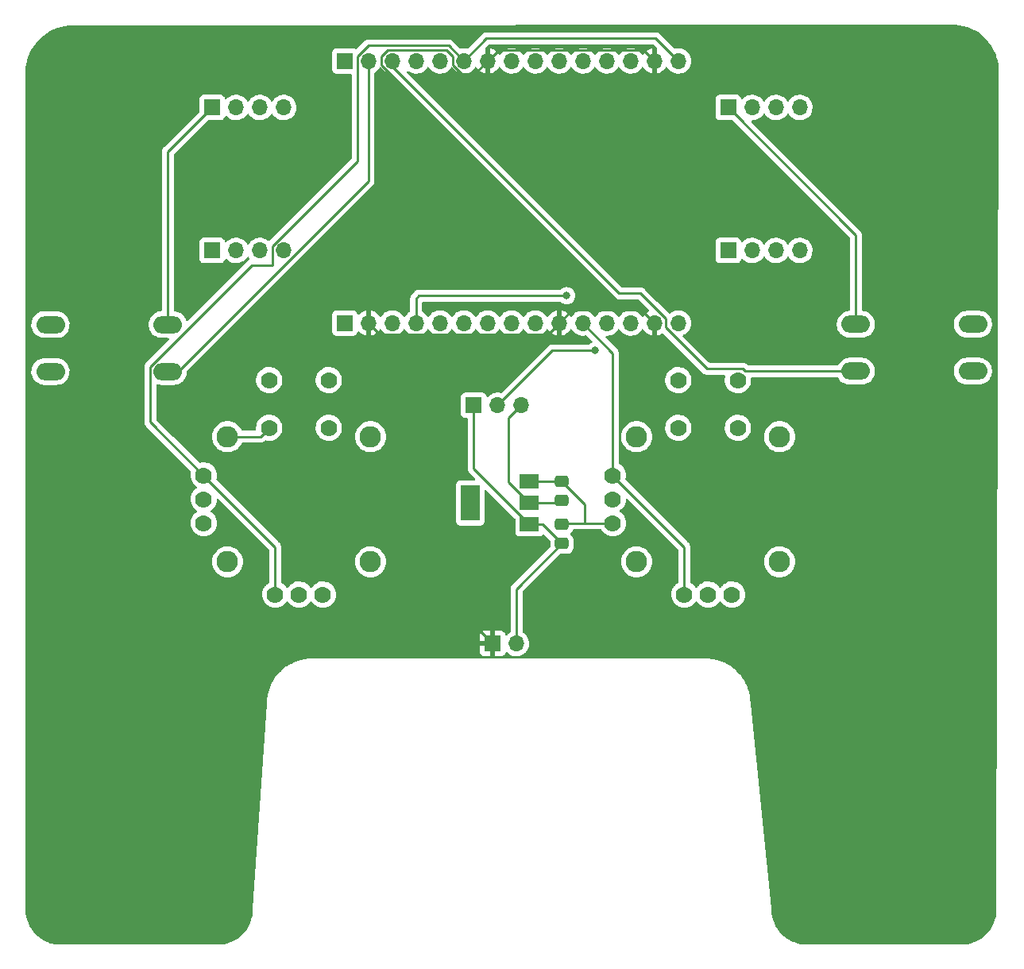
<source format=gbr>
%TF.GenerationSoftware,KiCad,Pcbnew,(6.0.1)*%
%TF.CreationDate,2022-11-16T17:15:53-05:00*%
%TF.ProjectId,Projet_Final_GI_Equipe2,50726f6a-6574-45f4-9669-6e616c5f4749,rev?*%
%TF.SameCoordinates,Original*%
%TF.FileFunction,Copper,L2,Bot*%
%TF.FilePolarity,Positive*%
%FSLAX46Y46*%
G04 Gerber Fmt 4.6, Leading zero omitted, Abs format (unit mm)*
G04 Created by KiCad (PCBNEW (6.0.1)) date 2022-11-16 17:15:53*
%MOMM*%
%LPD*%
G01*
G04 APERTURE LIST*
G04 Aperture macros list*
%AMRoundRect*
0 Rectangle with rounded corners*
0 $1 Rounding radius*
0 $2 $3 $4 $5 $6 $7 $8 $9 X,Y pos of 4 corners*
0 Add a 4 corners polygon primitive as box body*
4,1,4,$2,$3,$4,$5,$6,$7,$8,$9,$2,$3,0*
0 Add four circle primitives for the rounded corners*
1,1,$1+$1,$2,$3*
1,1,$1+$1,$4,$5*
1,1,$1+$1,$6,$7*
1,1,$1+$1,$8,$9*
0 Add four rect primitives between the rounded corners*
20,1,$1+$1,$2,$3,$4,$5,0*
20,1,$1+$1,$4,$5,$6,$7,0*
20,1,$1+$1,$6,$7,$8,$9,0*
20,1,$1+$1,$8,$9,$2,$3,0*%
G04 Aperture macros list end*
%TA.AperFunction,ComponentPad*%
%ADD10R,1.700000X1.700000*%
%TD*%
%TA.AperFunction,ComponentPad*%
%ADD11O,1.700000X1.700000*%
%TD*%
%TA.AperFunction,SMDPad,CuDef*%
%ADD12R,2.000000X1.500000*%
%TD*%
%TA.AperFunction,SMDPad,CuDef*%
%ADD13R,2.000000X3.800000*%
%TD*%
%TA.AperFunction,SMDPad,CuDef*%
%ADD14RoundRect,0.250000X-0.475000X0.337500X-0.475000X-0.337500X0.475000X-0.337500X0.475000X0.337500X0*%
%TD*%
%TA.AperFunction,ComponentPad*%
%ADD15C,1.778000*%
%TD*%
%TA.AperFunction,ComponentPad*%
%ADD16C,2.286000*%
%TD*%
%TA.AperFunction,ComponentPad*%
%ADD17O,3.048000X1.850000*%
%TD*%
%TA.AperFunction,ViaPad*%
%ADD18C,0.800000*%
%TD*%
%TA.AperFunction,Conductor*%
%ADD19C,0.250000*%
%TD*%
G04 APERTURE END LIST*
D10*
%TO.P,J1,1,Pin_1*%
%TO.N,/A0*%
X130275000Y-85215000D03*
D11*
%TO.P,J1,2,Pin_2*%
%TO.N,/G*%
X132815000Y-85215000D03*
%TO.P,J1,3,Pin_3*%
%TO.N,/VV*%
X135355000Y-85215000D03*
%TO.P,J1,4,Pin_4*%
%TO.N,/S3{slash}R3*%
X137895000Y-85215000D03*
%TO.P,J1,5,Pin_5*%
%TO.N,/S2{slash}L3*%
X140435000Y-85215000D03*
%TO.P,J1,6,Pin_6*%
%TO.N,/S1*%
X142975000Y-85215000D03*
%TO.P,J1,7,Pin_7*%
%TO.N,/SC*%
X145515000Y-85215000D03*
%TO.P,J1,8,Pin_8*%
%TO.N,/SO*%
X148055000Y-85215000D03*
%TO.P,J1,9,Pin_9*%
%TO.N,/SK*%
X150595000Y-85215000D03*
%TO.P,J1,10,Pin_10*%
%TO.N,/G*%
X153135000Y-85215000D03*
%TO.P,J1,11,Pin_11*%
%TO.N,/3V3*%
X155675000Y-85215000D03*
%TO.P,J1,12,Pin_12*%
%TO.N,/EN*%
X158215000Y-85215000D03*
%TO.P,J1,13,Pin_13*%
%TO.N,/RST*%
X160755000Y-85215000D03*
%TO.P,J1,14,Pin_14*%
%TO.N,/G*%
X163295000Y-85215000D03*
%TO.P,J1,15,Pin_15*%
%TO.N,/VIN*%
X165835000Y-85215000D03*
%TD*%
D10*
%TO.P,J8,1,Pin_1*%
%TO.N,/G*%
X146045000Y-119380000D03*
D11*
%TO.P,J8,2,Pin_2*%
%TO.N,/PLUS*%
X148585000Y-119380000D03*
%TD*%
D12*
%TO.P,U3,1,GND*%
%TO.N,GND*%
X149962000Y-102094000D03*
%TO.P,U3,2,VO*%
%TO.N,Net-(C4-Pad2)*%
X149962000Y-104394000D03*
%TO.P,U3,3,VI*%
%TO.N,/PLUS*%
X149962000Y-106694000D03*
D13*
%TO.P,U3,4*%
%TO.N,N/C*%
X143662000Y-104394000D03*
%TD*%
D10*
%TO.P,J7,1,Pin_1*%
%TO.N,/PLUS*%
X144033000Y-93980000D03*
D11*
%TO.P,J7,2,Pin_2*%
%TO.N,/VIN*%
X146573000Y-93980000D03*
%TO.P,J7,3,Pin_3*%
%TO.N,Net-(C4-Pad2)*%
X149113000Y-93980000D03*
%TD*%
D14*
%TO.P,C4,1*%
%TO.N,GND*%
X153416000Y-102086500D03*
%TO.P,C4,2*%
%TO.N,Net-(C4-Pad2)*%
X153416000Y-104161500D03*
%TD*%
%TO.P,C2,1*%
%TO.N,GND*%
X153416000Y-106658500D03*
%TO.P,C2,2*%
%TO.N,/PLUS*%
X153416000Y-108733500D03*
%TD*%
D15*
%TO.P,U2,V3,V-*%
%TO.N,GND*%
X158840000Y-106540000D03*
%TO.P,U2,V2,V*%
%TO.N,/RIGHTV*%
X158840000Y-104000000D03*
%TO.P,U2,V1,V+*%
%TO.N,/3V3*%
X158840000Y-101460000D03*
D16*
%TO.P,U2,S4,SHIELD*%
%TO.N,GND*%
X176620000Y-97332500D03*
%TO.P,U2,S3,SHIELD*%
X176620000Y-110667500D03*
%TO.P,U2,S2,SHIELD*%
X161380000Y-110667500D03*
%TO.P,U2,S1,SHIELD*%
X161380000Y-97332500D03*
D15*
%TO.P,U2,H3,H-*%
X171540000Y-114160000D03*
%TO.P,U2,H2,H*%
%TO.N,/RIGHTH*%
X169000000Y-114160000D03*
%TO.P,U2,H1,H+*%
%TO.N,/3V3*%
X166460000Y-114160000D03*
%TO.P,U2,B2B*%
%TO.N,N/C*%
X172175000Y-96380000D03*
%TO.P,U2,B2A,SEL-*%
%TO.N,GND*%
X165825000Y-96380000D03*
%TO.P,U2,B1B*%
%TO.N,N/C*%
X172175000Y-91300000D03*
%TO.P,U2,B1A,SEL+*%
%TO.N,Net-(R7-Pad2)*%
X165825000Y-91300000D03*
%TD*%
%TO.P,U1,B1A,SEL+*%
%TO.N,Net-(R6-Pad2)*%
X122225000Y-91300000D03*
%TO.P,U1,B1B*%
%TO.N,N/C*%
X128575000Y-91300000D03*
%TO.P,U1,B2A,SEL-*%
%TO.N,GND*%
X122225000Y-96380000D03*
%TO.P,U1,B2B*%
%TO.N,N/C*%
X128575000Y-96380000D03*
%TO.P,U1,H1,H+*%
%TO.N,/3V3*%
X122860000Y-114160000D03*
%TO.P,U1,H2,H*%
%TO.N,/LEFTH*%
X125400000Y-114160000D03*
%TO.P,U1,H3,H-*%
%TO.N,GND*%
X127940000Y-114160000D03*
D16*
%TO.P,U1,S1,SHIELD*%
X117780000Y-97332500D03*
%TO.P,U1,S2,SHIELD*%
X117780000Y-110667500D03*
%TO.P,U1,S3,SHIELD*%
X133020000Y-110667500D03*
%TO.P,U1,S4,SHIELD*%
X133020000Y-97332500D03*
D15*
%TO.P,U1,V1,V+*%
%TO.N,/3V3*%
X115240000Y-101460000D03*
%TO.P,U1,V2,V*%
%TO.N,/LEFTV*%
X115240000Y-104000000D03*
%TO.P,U1,V3,V-*%
%TO.N,GND*%
X115240000Y-106540000D03*
%TD*%
D11*
%TO.P,J2,15,Pin_15*%
%TO.N,/3V3*%
X165835000Y-57275000D03*
%TO.P,J2,14,Pin_14*%
%TO.N,/G*%
X163295000Y-57275000D03*
%TO.P,J2,13,Pin_13*%
%TO.N,/TX*%
X160755000Y-57275000D03*
%TO.P,J2,12,Pin_12*%
%TO.N,/RX*%
X158215000Y-57275000D03*
%TO.P,J2,11,Pin_11*%
%TO.N,/D8{slash}CSR*%
X155675000Y-57275000D03*
%TO.P,J2,10,Pin_10*%
%TO.N,/D7{slash}DIN*%
X153135000Y-57275000D03*
%TO.P,J2,9,Pin_9*%
%TO.N,/D6{slash}DOUT*%
X150595000Y-57275000D03*
%TO.P,J2,8,Pin_8*%
%TO.N,/D5{slash}CLK*%
X148055000Y-57275000D03*
%TO.P,J2,7,Pin_7*%
%TO.N,/G*%
X145515000Y-57275000D03*
%TO.P,J2,6,Pin_6*%
%TO.N,/3V3*%
X142975000Y-57275000D03*
%TO.P,J2,5,Pin_5*%
%TO.N,/D4{slash}CSL*%
X140435000Y-57275000D03*
%TO.P,J2,4,Pin_4*%
%TO.N,/D3*%
X137895000Y-57275000D03*
%TO.P,J2,3,Pin_3*%
%TO.N,/D2{slash}SPECIAL*%
X135355000Y-57275000D03*
%TO.P,J2,2,Pin_2*%
%TO.N,/D1{slash}ATTACK*%
X132815000Y-57275000D03*
D10*
%TO.P,J2,1,Pin_1*%
%TO.N,/D0{slash}RGB*%
X130275000Y-57275000D03*
%TD*%
%TO.P,J3,1,Pin_1*%
%TO.N,/D8{slash}CSR*%
X171150000Y-77475000D03*
D11*
%TO.P,J3,2,Pin_2*%
%TO.N,/RIGHTV*%
X173690000Y-77475000D03*
%TO.P,J3,3,Pin_3*%
%TO.N,/RIGHTH*%
X176230000Y-77475000D03*
%TO.P,J3,4,Pin_4*%
%TO.N,GND*%
X178770000Y-77475000D03*
%TD*%
D17*
%TO.P,SW2,1,1*%
%TO.N,/3.3V*%
X197235000Y-85350000D03*
X184735000Y-85350000D03*
%TO.P,SW2,2,2*%
%TO.N,/D2{slash}SPECIAL*%
X197235000Y-90350000D03*
X184735000Y-90350000D03*
%TD*%
D10*
%TO.P,J4,1,Pin_1*%
%TO.N,/D4{slash}CSL*%
X116150000Y-77475000D03*
D11*
%TO.P,J4,2,Pin_2*%
%TO.N,/LEFTV*%
X118690000Y-77475000D03*
%TO.P,J4,3,Pin_3*%
%TO.N,/LEFTH*%
X121230000Y-77475000D03*
%TO.P,J4,4,Pin_4*%
%TO.N,GND*%
X123770000Y-77475000D03*
%TD*%
D10*
%TO.P,J6,1,Pin_1*%
%TO.N,/3.3V*%
X171150000Y-62235000D03*
D11*
%TO.P,J6,2,Pin_2*%
%TO.N,/D5{slash}CLK*%
X173690000Y-62235000D03*
%TO.P,J6,3,Pin_3*%
%TO.N,/D6{slash}DOUT*%
X176230000Y-62235000D03*
%TO.P,J6,4,Pin_4*%
%TO.N,/D7{slash}DIN*%
X178770000Y-62235000D03*
%TD*%
D10*
%TO.P,J5,1,Pin_1*%
%TO.N,/3.3V*%
X116150000Y-62235000D03*
D11*
%TO.P,J5,2,Pin_2*%
%TO.N,/D5{slash}CLK*%
X118690000Y-62235000D03*
%TO.P,J5,3,Pin_3*%
%TO.N,/D6{slash}DOUT*%
X121230000Y-62235000D03*
%TO.P,J5,4,Pin_4*%
%TO.N,/D7{slash}DIN*%
X123770000Y-62235000D03*
%TD*%
D17*
%TO.P,SW1,1,1*%
%TO.N,/3.3V*%
X111410000Y-85375000D03*
X98910000Y-85375000D03*
%TO.P,SW1,2,2*%
%TO.N,/D1{slash}ATTACK*%
X111410000Y-90375000D03*
X98910000Y-90375000D03*
%TD*%
D18*
%TO.N,/S3{slash}R3*%
X153924000Y-82296000D03*
%TO.N,/VIN*%
X156972000Y-88138000D03*
%TD*%
D19*
%TO.N,/S3{slash}R3*%
X153924000Y-82296000D02*
X138176000Y-82296000D01*
X138176000Y-82296000D02*
X137895000Y-82577000D01*
X137895000Y-82577000D02*
X137895000Y-85215000D01*
%TO.N,/G*%
X134868501Y-87268501D02*
X132815000Y-85215000D01*
X134868501Y-108203501D02*
X134868501Y-87268501D01*
X146045000Y-119380000D02*
X134868501Y-108203501D01*
%TO.N,/VIN*%
X152415000Y-88138000D02*
X156972000Y-88138000D01*
X146573000Y-93980000D02*
X152415000Y-88138000D01*
%TO.N,/3V3*%
X155675000Y-85266000D02*
X155675000Y-85215000D01*
X158840000Y-88431000D02*
X155675000Y-85266000D01*
X158840000Y-101460000D02*
X158840000Y-88431000D01*
%TO.N,Net-(C4-Pad2)*%
X147747511Y-95345489D02*
X149113000Y-93980000D01*
X147747511Y-102179511D02*
X147747511Y-95345489D01*
X149962000Y-104394000D02*
X147747511Y-102179511D01*
%TO.N,/PLUS*%
X144033000Y-100765000D02*
X144033000Y-93980000D01*
X149962000Y-106694000D02*
X144033000Y-100765000D01*
%TO.N,GND*%
X153408500Y-102094000D02*
X153416000Y-102086500D01*
X149962000Y-102094000D02*
X153408500Y-102094000D01*
%TO.N,Net-(C4-Pad2)*%
X153416000Y-104161500D02*
X153183500Y-104394000D01*
X153183500Y-104394000D02*
X149962000Y-104394000D01*
%TO.N,GND*%
X155842000Y-104512500D02*
X155842000Y-106540000D01*
X155842000Y-106540000D02*
X158840000Y-106540000D01*
X153534500Y-106540000D02*
X155842000Y-106540000D01*
X153416000Y-102086500D02*
X155842000Y-104512500D01*
X153416000Y-106658500D02*
X153534500Y-106540000D01*
%TO.N,/PLUS*%
X148585000Y-113564500D02*
X153416000Y-108733500D01*
X148585000Y-119380000D02*
X148585000Y-113564500D01*
X151376500Y-106694000D02*
X153416000Y-108733500D01*
X149962000Y-106694000D02*
X151376500Y-106694000D01*
%TO.N,GND*%
X117780000Y-97332500D02*
X121272500Y-97332500D01*
X121272500Y-97332500D02*
X122225000Y-96380000D01*
%TO.N,/G*%
X162120489Y-56100489D02*
X146689511Y-56100489D01*
X134868501Y-56100489D02*
X141112477Y-56100489D01*
X161900000Y-83820000D02*
X160238990Y-83820000D01*
X141112477Y-56100489D02*
X141800489Y-56788501D01*
X132815000Y-85215000D02*
X133989511Y-86389511D01*
X161900000Y-83820000D02*
X154530000Y-83820000D01*
X134180489Y-56788501D02*
X134868501Y-56100489D01*
X133989511Y-86389511D02*
X151960489Y-86389511D01*
X146689511Y-56100489D02*
X145515000Y-57275000D01*
X163295000Y-85215000D02*
X161900000Y-83820000D01*
X163295000Y-57275000D02*
X162120489Y-56100489D01*
X141800489Y-57761499D02*
X142712990Y-58674000D01*
X144116000Y-58674000D02*
X145515000Y-57275000D01*
X134180489Y-57761499D02*
X134180489Y-56788501D01*
X141800489Y-56788501D02*
X141800489Y-57761499D01*
X142712990Y-58674000D02*
X144116000Y-58674000D01*
X154530000Y-83820000D02*
X153135000Y-85215000D01*
X160238990Y-83820000D02*
X134180489Y-57761499D01*
X151960489Y-86389511D02*
X153135000Y-85215000D01*
%TO.N,/3V3*%
X163424000Y-54864000D02*
X145386000Y-54864000D01*
X158840000Y-101460000D02*
X166460000Y-109080000D01*
X122595489Y-79056559D02*
X120362353Y-79056559D01*
X122595489Y-76988501D02*
X122595489Y-79056559D01*
X109561480Y-95781480D02*
X115240000Y-101460000D01*
X109561480Y-89857432D02*
X109561480Y-95781480D01*
X120362353Y-79056559D02*
X109561480Y-89857432D01*
X166460000Y-109080000D02*
X166460000Y-114160000D01*
X131640489Y-56788501D02*
X131640489Y-67943501D01*
X142975000Y-57275000D02*
X141350969Y-55650969D01*
X122860000Y-109080000D02*
X122860000Y-114160000D01*
X132778021Y-55650969D02*
X131640489Y-56788501D01*
X115240000Y-101460000D02*
X122860000Y-109080000D01*
X141350969Y-55650969D02*
X132778021Y-55650969D01*
X165835000Y-57275000D02*
X163424000Y-54864000D01*
X131640489Y-67943501D02*
X122595489Y-76988501D01*
X145386000Y-54864000D02*
X142975000Y-57275000D01*
%TO.N,/D1{slash}ATTACK*%
X132815000Y-57275000D02*
X132815000Y-70091010D01*
X132815000Y-70091010D02*
X112531010Y-90375000D01*
X112531010Y-90375000D02*
X111410000Y-90375000D01*
%TO.N,/D2{slash}SPECIAL*%
X135355000Y-57885000D02*
X135355000Y-57275000D01*
X164469511Y-85701499D02*
X164469511Y-84728501D01*
X184735000Y-90350000D02*
X172941165Y-90350000D01*
X168854501Y-90086489D02*
X164469511Y-85701499D01*
X161783010Y-82042000D02*
X159512000Y-82042000D01*
X159512000Y-82042000D02*
X135355000Y-57885000D01*
X172941165Y-90350000D02*
X172677654Y-90086489D01*
X172677654Y-90086489D02*
X168854501Y-90086489D01*
X164469511Y-84728501D02*
X161783010Y-82042000D01*
%TO.N,/3.3V*%
X184735000Y-75820000D02*
X184735000Y-85350000D01*
X171150000Y-62235000D02*
X184735000Y-75820000D01*
X111410000Y-66975000D02*
X116150000Y-62235000D01*
X111410000Y-85375000D02*
X111410000Y-66975000D01*
%TD*%
%TA.AperFunction,Conductor*%
%TO.N,/G*%
G36*
X194969983Y-53384617D02*
G01*
X194981340Y-53386414D01*
X194983554Y-53386765D01*
X194983555Y-53386765D01*
X194992417Y-53388168D01*
X195013344Y-53385486D01*
X195034882Y-53384585D01*
X195406196Y-53400869D01*
X195416546Y-53401753D01*
X195816006Y-53452502D01*
X195826249Y-53454234D01*
X196220186Y-53537748D01*
X196230257Y-53540322D01*
X196615952Y-53656026D01*
X196625778Y-53659421D01*
X197000622Y-53806529D01*
X197010135Y-53810724D01*
X197371565Y-53988231D01*
X197380701Y-53993195D01*
X197726285Y-54199907D01*
X197734967Y-54205599D01*
X198062333Y-54440100D01*
X198070521Y-54446494D01*
X198377426Y-54707175D01*
X198385066Y-54714227D01*
X198669428Y-54999318D01*
X198676461Y-55006975D01*
X198784120Y-55134383D01*
X198877355Y-55244720D01*
X198936369Y-55314560D01*
X198942741Y-55322765D01*
X199069285Y-55500379D01*
X199176399Y-55650722D01*
X199182077Y-55659431D01*
X199387897Y-56005531D01*
X199392838Y-56014679D01*
X199569423Y-56376568D01*
X199573593Y-56386092D01*
X199584230Y-56413401D01*
X199673268Y-56641993D01*
X199719741Y-56761307D01*
X199723109Y-56771133D01*
X199808223Y-57057522D01*
X199837828Y-57157134D01*
X199840375Y-57167211D01*
X199877573Y-57344908D01*
X199922878Y-57561341D01*
X199924587Y-57571594D01*
X199971698Y-57950165D01*
X199974315Y-57971197D01*
X199975172Y-57981553D01*
X199988839Y-58312529D01*
X199990198Y-58345449D01*
X199988805Y-58370026D01*
X199986814Y-58382817D01*
X199989274Y-58401626D01*
X199990818Y-58413434D01*
X199991881Y-58430133D01*
X199736936Y-147694920D01*
X199735437Y-147713943D01*
X199735022Y-147716612D01*
X199731610Y-147738526D01*
X199734070Y-147757335D01*
X199734137Y-147757846D01*
X199735049Y-147780366D01*
X199719081Y-148105393D01*
X199719081Y-148105394D01*
X199717869Y-148117699D01*
X199665804Y-148468697D01*
X199663392Y-148480825D01*
X199577171Y-148825035D01*
X199573582Y-148836867D01*
X199454038Y-149170970D01*
X199449306Y-149182394D01*
X199297592Y-149503169D01*
X199291763Y-149514074D01*
X199109336Y-149818434D01*
X199102466Y-149828715D01*
X198891088Y-150113724D01*
X198883244Y-150123282D01*
X198644947Y-150386203D01*
X198636203Y-150394947D01*
X198373282Y-150633244D01*
X198363724Y-150641088D01*
X198078715Y-150852466D01*
X198068434Y-150859336D01*
X197764074Y-151041763D01*
X197753173Y-151047590D01*
X197616109Y-151112416D01*
X197432394Y-151199306D01*
X197420970Y-151204038D01*
X197086867Y-151323582D01*
X197075035Y-151327171D01*
X196831306Y-151388222D01*
X196730822Y-151413393D01*
X196718700Y-151415803D01*
X196367694Y-151467869D01*
X196355398Y-151469081D01*
X196259320Y-151473801D01*
X196037734Y-151484686D01*
X196012172Y-151483339D01*
X196009939Y-151482991D01*
X196009935Y-151482991D01*
X196001066Y-151481610D01*
X195992164Y-151482774D01*
X195992161Y-151482774D01*
X195972879Y-151485296D01*
X195970524Y-151485604D01*
X195969545Y-151485732D01*
X195953207Y-151486796D01*
X179554532Y-151486796D01*
X179535147Y-151485296D01*
X179520346Y-151482991D01*
X179520343Y-151482991D01*
X179511474Y-151481610D01*
X179492150Y-151484137D01*
X179469634Y-151485049D01*
X179144600Y-151469080D01*
X179132306Y-151467869D01*
X178781300Y-151415803D01*
X178769178Y-151413393D01*
X178668694Y-151388222D01*
X178424965Y-151327171D01*
X178413133Y-151323582D01*
X178079030Y-151204038D01*
X178067606Y-151199306D01*
X177883891Y-151112416D01*
X177746827Y-151047590D01*
X177735926Y-151041763D01*
X177431566Y-150859336D01*
X177421285Y-150852466D01*
X177136276Y-150641088D01*
X177126718Y-150633244D01*
X176863797Y-150394947D01*
X176855053Y-150386203D01*
X176616756Y-150123282D01*
X176608912Y-150113724D01*
X176397534Y-149828715D01*
X176390664Y-149818434D01*
X176208237Y-149514074D01*
X176202408Y-149503169D01*
X176050694Y-149182394D01*
X176045962Y-149170970D01*
X175926418Y-148836867D01*
X175922829Y-148825035D01*
X175836608Y-148480825D01*
X175834196Y-148468697D01*
X175782131Y-148117699D01*
X175780919Y-148105393D01*
X175765314Y-147787734D01*
X175766661Y-147762172D01*
X175767009Y-147759939D01*
X175767009Y-147759935D01*
X175768390Y-147751066D01*
X175767226Y-147742165D01*
X175767226Y-147742161D01*
X175759912Y-147686233D01*
X175759505Y-147682747D01*
X173513582Y-125778460D01*
X173513479Y-125762544D01*
X173513071Y-125762539D01*
X173513165Y-125754864D01*
X173513165Y-125754859D01*
X173513224Y-125750000D01*
X173512535Y-125745187D01*
X173512218Y-125740324D01*
X173512282Y-125740320D01*
X173511959Y-125736842D01*
X173494531Y-125337678D01*
X173494530Y-125337667D01*
X173494410Y-125334918D01*
X173440180Y-124922995D01*
X173350254Y-124517366D01*
X173289034Y-124323202D01*
X173226146Y-124123746D01*
X173226143Y-124123738D01*
X173225317Y-124121118D01*
X173087981Y-123789558D01*
X173067374Y-123739808D01*
X173067373Y-123739807D01*
X173066321Y-123737266D01*
X172874475Y-123368733D01*
X172651239Y-123018323D01*
X172649575Y-123016155D01*
X172649567Y-123016143D01*
X172399994Y-122690895D01*
X172398312Y-122688703D01*
X172396454Y-122686675D01*
X172396447Y-122686667D01*
X172119471Y-122384400D01*
X172117620Y-122382380D01*
X172019907Y-122292843D01*
X171813333Y-122103553D01*
X171813325Y-122103546D01*
X171811297Y-122101688D01*
X171782904Y-122079901D01*
X171483857Y-121850433D01*
X171483845Y-121850425D01*
X171481677Y-121848761D01*
X171131267Y-121625525D01*
X170762734Y-121433679D01*
X170378882Y-121274683D01*
X170376262Y-121273857D01*
X170376254Y-121273854D01*
X169985264Y-121150575D01*
X169985259Y-121150574D01*
X169982634Y-121149746D01*
X169577005Y-121059820D01*
X169574286Y-121059462D01*
X169574280Y-121059461D01*
X169419365Y-121039067D01*
X169165082Y-121005590D01*
X169162333Y-121005470D01*
X169162322Y-121005469D01*
X168779004Y-120988733D01*
X168772198Y-120988016D01*
X168772184Y-120988172D01*
X168767349Y-120987738D01*
X168762539Y-120986929D01*
X168756158Y-120986851D01*
X168754865Y-120986835D01*
X168754860Y-120986835D01*
X168750000Y-120986776D01*
X168729309Y-120989739D01*
X168722367Y-120990733D01*
X168704522Y-120992005D01*
X157486764Y-120993395D01*
X126808386Y-120997198D01*
X126787474Y-120995452D01*
X126767743Y-120992133D01*
X126761553Y-120992057D01*
X126760068Y-120992039D01*
X126760063Y-120992039D01*
X126755204Y-120991980D01*
X126750391Y-120992669D01*
X126745528Y-120992986D01*
X126745524Y-120992922D01*
X126742046Y-120993245D01*
X126342882Y-121010673D01*
X126342871Y-121010674D01*
X126340122Y-121010794D01*
X126085839Y-121044271D01*
X125930924Y-121064665D01*
X125930918Y-121064666D01*
X125928199Y-121065024D01*
X125522570Y-121154950D01*
X125519945Y-121155778D01*
X125519940Y-121155779D01*
X125128950Y-121279058D01*
X125128942Y-121279061D01*
X125126322Y-121279887D01*
X124794762Y-121417223D01*
X124755034Y-121433679D01*
X124742470Y-121438883D01*
X124373937Y-121630729D01*
X124125432Y-121789044D01*
X124031696Y-121848761D01*
X124023527Y-121853965D01*
X124021359Y-121855629D01*
X124021347Y-121855637D01*
X123799302Y-122026019D01*
X123693907Y-122106892D01*
X123691879Y-122108750D01*
X123691871Y-122108757D01*
X123490976Y-122292843D01*
X123387584Y-122387584D01*
X123385733Y-122389604D01*
X123108757Y-122691871D01*
X123108750Y-122691879D01*
X123106892Y-122693907D01*
X123105210Y-122696099D01*
X122855637Y-123021347D01*
X122855629Y-123021359D01*
X122853965Y-123023527D01*
X122630729Y-123373937D01*
X122438883Y-123742470D01*
X122279887Y-124126322D01*
X122279061Y-124128942D01*
X122279058Y-124128950D01*
X122157420Y-124514736D01*
X122154950Y-124522570D01*
X122065024Y-124928199D01*
X122010794Y-125340122D01*
X122010674Y-125342871D01*
X122010673Y-125342882D01*
X121993937Y-125726200D01*
X121993220Y-125733006D01*
X121993376Y-125733020D01*
X121992942Y-125737855D01*
X121992133Y-125742665D01*
X121991980Y-125755204D01*
X121992669Y-125760017D01*
X121992670Y-125760027D01*
X121992812Y-125761019D01*
X121992913Y-125763754D01*
X121992986Y-125764878D01*
X121992954Y-125764880D01*
X121993788Y-125787508D01*
X120489890Y-147682329D01*
X120488686Y-147693079D01*
X120482992Y-147729651D01*
X120481610Y-147738526D01*
X120484070Y-147757335D01*
X120484137Y-147757846D01*
X120485049Y-147780366D01*
X120469081Y-148105393D01*
X120469081Y-148105394D01*
X120467869Y-148117699D01*
X120415804Y-148468697D01*
X120413392Y-148480825D01*
X120327171Y-148825035D01*
X120323582Y-148836867D01*
X120204038Y-149170970D01*
X120199306Y-149182394D01*
X120047592Y-149503169D01*
X120041763Y-149514074D01*
X119859336Y-149818434D01*
X119852466Y-149828715D01*
X119641088Y-150113724D01*
X119633244Y-150123282D01*
X119394947Y-150386203D01*
X119386203Y-150394947D01*
X119123282Y-150633244D01*
X119113724Y-150641088D01*
X118828715Y-150852466D01*
X118818434Y-150859336D01*
X118514074Y-151041763D01*
X118503173Y-151047590D01*
X118366109Y-151112416D01*
X118182394Y-151199306D01*
X118170970Y-151204038D01*
X117836867Y-151323582D01*
X117825035Y-151327171D01*
X117581306Y-151388222D01*
X117480822Y-151413393D01*
X117468700Y-151415803D01*
X117117694Y-151467869D01*
X117105398Y-151469081D01*
X117009320Y-151473801D01*
X116787734Y-151484686D01*
X116762172Y-151483339D01*
X116759939Y-151482991D01*
X116759935Y-151482991D01*
X116751066Y-151481610D01*
X116719436Y-151485747D01*
X116703150Y-151486810D01*
X100049265Y-151491984D01*
X100029842Y-151490484D01*
X100015143Y-151488195D01*
X100015140Y-151488195D01*
X100006270Y-151486814D01*
X99986946Y-151489341D01*
X99964430Y-151490253D01*
X99639396Y-151474284D01*
X99627102Y-151473073D01*
X99276096Y-151421007D01*
X99263974Y-151418597D01*
X99162218Y-151393108D01*
X98919761Y-151332375D01*
X98907929Y-151328786D01*
X98573826Y-151209242D01*
X98562402Y-151204510D01*
X98367684Y-151112416D01*
X98241623Y-151052794D01*
X98230722Y-151046967D01*
X98227351Y-151044946D01*
X97926362Y-150864540D01*
X97916081Y-150857670D01*
X97631072Y-150646292D01*
X97621514Y-150638448D01*
X97358593Y-150400151D01*
X97349849Y-150391407D01*
X97111552Y-150128486D01*
X97103708Y-150118928D01*
X96892330Y-149833919D01*
X96885460Y-149823638D01*
X96703033Y-149519278D01*
X96697204Y-149508373D01*
X96545490Y-149187598D01*
X96540758Y-149176174D01*
X96421214Y-148842071D01*
X96417625Y-148830239D01*
X96331404Y-148486029D01*
X96328992Y-148473901D01*
X96276927Y-148122903D01*
X96275715Y-148110597D01*
X96275460Y-148105394D01*
X96270995Y-148014524D01*
X96260110Y-147792938D01*
X96261457Y-147767376D01*
X96261805Y-147765143D01*
X96261805Y-147765139D01*
X96263186Y-147756270D01*
X96260727Y-147737461D01*
X96259064Y-147724749D01*
X96258000Y-147708411D01*
X96258000Y-120274669D01*
X144687001Y-120274669D01*
X144687371Y-120281490D01*
X144692895Y-120332352D01*
X144696521Y-120347604D01*
X144741676Y-120468054D01*
X144750214Y-120483649D01*
X144826715Y-120585724D01*
X144839276Y-120598285D01*
X144941351Y-120674786D01*
X144956946Y-120683324D01*
X145077394Y-120728478D01*
X145092649Y-120732105D01*
X145143514Y-120737631D01*
X145150328Y-120738000D01*
X145772885Y-120738000D01*
X145788124Y-120733525D01*
X145789329Y-120732135D01*
X145791000Y-120724452D01*
X145791000Y-119652115D01*
X145786525Y-119636876D01*
X145785135Y-119635671D01*
X145777452Y-119634000D01*
X144705116Y-119634000D01*
X144689877Y-119638475D01*
X144688672Y-119639865D01*
X144687001Y-119647548D01*
X144687001Y-120274669D01*
X96258000Y-120274669D01*
X96258000Y-119107885D01*
X144687000Y-119107885D01*
X144691475Y-119123124D01*
X144692865Y-119124329D01*
X144700548Y-119126000D01*
X145772885Y-119126000D01*
X145788124Y-119121525D01*
X145789329Y-119120135D01*
X145791000Y-119112452D01*
X145791000Y-118040116D01*
X145786525Y-118024877D01*
X145785135Y-118023672D01*
X145777452Y-118022001D01*
X145150331Y-118022001D01*
X145143510Y-118022371D01*
X145092648Y-118027895D01*
X145077396Y-118031521D01*
X144956946Y-118076676D01*
X144941351Y-118085214D01*
X144839276Y-118161715D01*
X144826715Y-118174276D01*
X144750214Y-118276351D01*
X144741676Y-118291946D01*
X144696522Y-118412394D01*
X144692895Y-118427649D01*
X144687369Y-118478514D01*
X144687000Y-118485328D01*
X144687000Y-119107885D01*
X96258000Y-119107885D01*
X96258000Y-110667500D01*
X116123393Y-110667500D01*
X116143789Y-110926650D01*
X116204473Y-111179420D01*
X116303952Y-111419584D01*
X116439777Y-111641229D01*
X116608602Y-111838898D01*
X116806271Y-112007723D01*
X117027916Y-112143548D01*
X117032486Y-112145441D01*
X117032488Y-112145442D01*
X117263507Y-112241133D01*
X117268080Y-112243027D01*
X117354543Y-112263785D01*
X117516037Y-112302556D01*
X117516043Y-112302557D01*
X117520850Y-112303711D01*
X117780000Y-112324107D01*
X118039150Y-112303711D01*
X118043957Y-112302557D01*
X118043963Y-112302556D01*
X118205457Y-112263785D01*
X118291920Y-112243027D01*
X118296493Y-112241133D01*
X118527512Y-112145442D01*
X118527514Y-112145441D01*
X118532084Y-112143548D01*
X118753729Y-112007723D01*
X118951398Y-111838898D01*
X119120223Y-111641229D01*
X119256048Y-111419584D01*
X119355527Y-111179420D01*
X119416211Y-110926650D01*
X119436607Y-110667500D01*
X119416211Y-110408350D01*
X119355527Y-110155580D01*
X119256048Y-109915416D01*
X119120223Y-109693771D01*
X119102767Y-109673332D01*
X118954611Y-109499864D01*
X118951398Y-109496102D01*
X118801188Y-109367811D01*
X118757497Y-109330495D01*
X118757496Y-109330494D01*
X118753729Y-109327277D01*
X118532084Y-109191452D01*
X118527514Y-109189559D01*
X118527512Y-109189558D01*
X118296493Y-109093867D01*
X118296491Y-109093866D01*
X118291920Y-109091973D01*
X118192377Y-109068075D01*
X118043963Y-109032444D01*
X118043957Y-109032443D01*
X118039150Y-109031289D01*
X117780000Y-109010893D01*
X117520850Y-109031289D01*
X117516043Y-109032443D01*
X117516037Y-109032444D01*
X117367623Y-109068075D01*
X117268080Y-109091973D01*
X117263509Y-109093866D01*
X117263507Y-109093867D01*
X117032488Y-109189558D01*
X117032486Y-109189559D01*
X117027916Y-109191452D01*
X116806271Y-109327277D01*
X116802504Y-109330494D01*
X116802503Y-109330495D01*
X116758812Y-109367811D01*
X116608602Y-109496102D01*
X116605389Y-109499864D01*
X116457234Y-109673332D01*
X116439777Y-109693771D01*
X116303952Y-109915416D01*
X116204473Y-110155580D01*
X116143789Y-110408350D01*
X116123393Y-110667500D01*
X96258000Y-110667500D01*
X96258000Y-90475339D01*
X96876091Y-90475339D01*
X96911747Y-90708349D01*
X96984980Y-90932407D01*
X97093825Y-91141496D01*
X97096928Y-91145629D01*
X97096930Y-91145632D01*
X97216587Y-91305000D01*
X97235358Y-91330000D01*
X97405777Y-91492857D01*
X97600508Y-91625693D01*
X97605192Y-91627867D01*
X97605195Y-91627869D01*
X97809628Y-91722764D01*
X97809633Y-91722766D01*
X97814319Y-91724941D01*
X98041468Y-91787935D01*
X98046605Y-91788484D01*
X98230563Y-91808144D01*
X98230571Y-91808144D01*
X98233898Y-91808500D01*
X99568757Y-91808500D01*
X99571330Y-91808288D01*
X99571341Y-91808288D01*
X99738779Y-91794522D01*
X99738785Y-91794521D01*
X99743930Y-91794098D01*
X99972551Y-91736673D01*
X100188723Y-91642678D01*
X100386641Y-91514640D01*
X100410581Y-91492857D01*
X100557167Y-91359473D01*
X100557168Y-91359471D01*
X100560989Y-91355995D01*
X100564188Y-91351944D01*
X100564192Y-91351940D01*
X100703883Y-91175061D01*
X100703885Y-91175057D01*
X100707085Y-91171006D01*
X100723383Y-91141483D01*
X100783679Y-91032255D01*
X100821005Y-90964639D01*
X100828256Y-90944165D01*
X100897965Y-90747311D01*
X100897966Y-90747307D01*
X100899691Y-90742436D01*
X100903590Y-90720548D01*
X100940123Y-90515456D01*
X100940124Y-90515450D01*
X100941029Y-90510367D01*
X100943909Y-90274661D01*
X100908253Y-90041651D01*
X100841486Y-89837375D01*
X108923260Y-89837375D01*
X108924006Y-89845267D01*
X108927421Y-89881393D01*
X108927980Y-89893251D01*
X108927980Y-95702713D01*
X108927453Y-95713896D01*
X108925778Y-95721389D01*
X108926027Y-95729315D01*
X108926027Y-95729316D01*
X108927918Y-95789466D01*
X108927980Y-95793425D01*
X108927980Y-95821336D01*
X108928477Y-95825270D01*
X108928477Y-95825271D01*
X108928485Y-95825336D01*
X108929418Y-95837173D01*
X108930807Y-95881369D01*
X108936458Y-95900819D01*
X108940467Y-95920180D01*
X108943006Y-95940277D01*
X108945925Y-95947648D01*
X108945925Y-95947650D01*
X108959284Y-95981392D01*
X108963129Y-95992622D01*
X108975462Y-96035073D01*
X108979495Y-96041892D01*
X108979497Y-96041897D01*
X108985773Y-96052508D01*
X108994468Y-96070256D01*
X109001928Y-96089097D01*
X109006590Y-96095513D01*
X109006590Y-96095514D01*
X109027916Y-96124867D01*
X109034432Y-96134787D01*
X109052220Y-96164864D01*
X109056938Y-96172842D01*
X109071259Y-96187163D01*
X109084099Y-96202196D01*
X109096008Y-96218587D01*
X109102114Y-96223638D01*
X109130085Y-96246778D01*
X109138864Y-96254768D01*
X113858091Y-100973995D01*
X113892117Y-101036307D01*
X113890413Y-101096761D01*
X113862548Y-101197237D01*
X113862000Y-101202367D01*
X113861999Y-101202371D01*
X113854828Y-101269479D01*
X113838129Y-101425739D01*
X113851357Y-101655161D01*
X113901878Y-101879342D01*
X113988336Y-102092261D01*
X113991033Y-102096662D01*
X113991034Y-102096664D01*
X114103015Y-102279400D01*
X114108408Y-102288200D01*
X114258869Y-102461898D01*
X114262844Y-102465198D01*
X114262847Y-102465201D01*
X114296988Y-102493545D01*
X114435679Y-102608689D01*
X114440143Y-102611297D01*
X114440145Y-102611299D01*
X114457352Y-102621354D01*
X114506075Y-102672994D01*
X114519145Y-102742777D01*
X114492412Y-102808548D01*
X114469433Y-102830901D01*
X114315523Y-102946460D01*
X114308983Y-102951370D01*
X114150216Y-103117510D01*
X114147302Y-103121782D01*
X114147301Y-103121783D01*
X114125356Y-103153953D01*
X114020716Y-103307350D01*
X114018537Y-103312045D01*
X113930706Y-103501262D01*
X113923961Y-103515792D01*
X113862548Y-103737237D01*
X113838129Y-103965739D01*
X113838426Y-103970892D01*
X113838426Y-103970895D01*
X113839263Y-103985405D01*
X113851357Y-104195161D01*
X113852492Y-104200198D01*
X113852493Y-104200204D01*
X113895977Y-104393158D01*
X113901878Y-104419342D01*
X113988336Y-104632261D01*
X113991033Y-104636662D01*
X113991034Y-104636664D01*
X114005573Y-104660389D01*
X114108408Y-104828200D01*
X114258869Y-105001898D01*
X114262844Y-105005198D01*
X114262847Y-105005201D01*
X114303421Y-105038886D01*
X114435679Y-105148689D01*
X114440143Y-105151297D01*
X114440145Y-105151299D01*
X114457352Y-105161354D01*
X114506075Y-105212994D01*
X114519145Y-105282777D01*
X114492412Y-105348548D01*
X114469433Y-105370901D01*
X114339530Y-105468435D01*
X114308983Y-105491370D01*
X114150216Y-105657510D01*
X114147302Y-105661782D01*
X114147301Y-105661783D01*
X114102333Y-105727704D01*
X114020716Y-105847350D01*
X114002544Y-105886498D01*
X113928698Y-106045588D01*
X113923961Y-106055792D01*
X113862548Y-106277237D01*
X113861999Y-106282371D01*
X113861999Y-106282373D01*
X113859929Y-106301747D01*
X113838129Y-106505739D01*
X113851357Y-106735161D01*
X113852492Y-106740198D01*
X113852493Y-106740204D01*
X113864385Y-106792971D01*
X113901878Y-106959342D01*
X113988336Y-107172261D01*
X113991033Y-107176662D01*
X113991034Y-107176664D01*
X114081915Y-107324968D01*
X114108408Y-107368200D01*
X114258869Y-107541898D01*
X114262844Y-107545198D01*
X114262847Y-107545201D01*
X114315960Y-107589296D01*
X114435679Y-107688689D01*
X114634090Y-107804631D01*
X114638910Y-107806471D01*
X114638915Y-107806474D01*
X114745296Y-107847096D01*
X114848774Y-107886610D01*
X114853842Y-107887641D01*
X114853845Y-107887642D01*
X114903611Y-107897767D01*
X115073963Y-107932426D01*
X115079136Y-107932616D01*
X115079139Y-107932616D01*
X115298448Y-107940657D01*
X115298452Y-107940657D01*
X115303612Y-107940846D01*
X115308732Y-107940190D01*
X115308734Y-107940190D01*
X115526425Y-107912304D01*
X115526428Y-107912303D01*
X115531552Y-107911647D01*
X115606275Y-107889229D01*
X115746710Y-107847096D01*
X115751663Y-107845610D01*
X115958033Y-107744511D01*
X116037890Y-107687550D01*
X116140916Y-107614062D01*
X116145119Y-107611064D01*
X116151571Y-107604635D01*
X116282177Y-107474483D01*
X116307898Y-107448852D01*
X116441997Y-107262233D01*
X116543816Y-107056217D01*
X116559739Y-107003808D01*
X116609117Y-106841291D01*
X116609118Y-106841285D01*
X116610621Y-106836339D01*
X116626544Y-106715389D01*
X116640179Y-106611823D01*
X116640179Y-106611819D01*
X116640616Y-106608502D01*
X116642290Y-106540000D01*
X116632804Y-106424623D01*
X116623884Y-106316121D01*
X116623883Y-106316115D01*
X116623460Y-106310970D01*
X116567477Y-106088090D01*
X116475843Y-105877347D01*
X116460693Y-105853928D01*
X116353830Y-105688743D01*
X116353828Y-105688740D01*
X116351020Y-105684400D01*
X116304000Y-105632725D01*
X116199837Y-105518252D01*
X116199835Y-105518251D01*
X116196359Y-105514430D01*
X116192308Y-105511231D01*
X116192304Y-105511227D01*
X116020069Y-105375204D01*
X116020064Y-105375201D01*
X116016015Y-105372003D01*
X116015590Y-105371768D01*
X115970796Y-105318452D01*
X115961766Y-105248032D01*
X115992240Y-105183908D01*
X116013026Y-105165285D01*
X116140916Y-105074062D01*
X116145119Y-105071064D01*
X116168764Y-105047502D01*
X116304237Y-104912500D01*
X116307898Y-104908852D01*
X116441997Y-104722233D01*
X116479169Y-104647022D01*
X116541522Y-104520858D01*
X116543816Y-104516217D01*
X116569707Y-104431000D01*
X116609117Y-104301291D01*
X116609118Y-104301285D01*
X116610621Y-104296339D01*
X116632788Y-104127965D01*
X116640179Y-104071823D01*
X116640179Y-104071819D01*
X116640616Y-104068502D01*
X116640876Y-104057855D01*
X116662534Y-103990244D01*
X116717309Y-103945075D01*
X116787809Y-103936689D01*
X116855933Y-103971837D01*
X122189595Y-109305499D01*
X122223621Y-109367811D01*
X122226500Y-109394594D01*
X122226500Y-112837721D01*
X122206498Y-112905842D01*
X122158680Y-112949484D01*
X122112753Y-112973392D01*
X122108620Y-112976495D01*
X122108617Y-112976497D01*
X121933118Y-113108265D01*
X121928983Y-113111370D01*
X121894116Y-113147856D01*
X121812561Y-113233199D01*
X121770216Y-113277510D01*
X121767307Y-113281775D01*
X121767301Y-113281783D01*
X121714855Y-113358666D01*
X121640716Y-113467350D01*
X121543961Y-113675792D01*
X121482548Y-113897237D01*
X121458129Y-114125739D01*
X121471357Y-114355161D01*
X121521878Y-114579342D01*
X121608336Y-114792261D01*
X121728408Y-114988200D01*
X121878869Y-115161898D01*
X122055679Y-115308689D01*
X122254090Y-115424631D01*
X122258910Y-115426471D01*
X122258915Y-115426474D01*
X122365296Y-115467096D01*
X122468774Y-115506610D01*
X122473842Y-115507641D01*
X122473845Y-115507642D01*
X122584534Y-115530162D01*
X122693963Y-115552426D01*
X122699136Y-115552616D01*
X122699139Y-115552616D01*
X122918448Y-115560657D01*
X122918452Y-115560657D01*
X122923612Y-115560846D01*
X122928732Y-115560190D01*
X122928734Y-115560190D01*
X123146425Y-115532304D01*
X123146428Y-115532303D01*
X123151552Y-115531647D01*
X123371663Y-115465610D01*
X123578033Y-115364511D01*
X123765119Y-115231064D01*
X123927898Y-115068852D01*
X123930914Y-115064655D01*
X123930921Y-115064647D01*
X124027689Y-114929980D01*
X124083683Y-114886332D01*
X124154387Y-114879886D01*
X124217351Y-114912689D01*
X124237444Y-114937672D01*
X124265707Y-114983794D01*
X124265711Y-114983799D01*
X124268408Y-114988200D01*
X124418869Y-115161898D01*
X124595679Y-115308689D01*
X124794090Y-115424631D01*
X124798910Y-115426471D01*
X124798915Y-115426474D01*
X124905296Y-115467096D01*
X125008774Y-115506610D01*
X125013842Y-115507641D01*
X125013845Y-115507642D01*
X125124534Y-115530162D01*
X125233963Y-115552426D01*
X125239136Y-115552616D01*
X125239139Y-115552616D01*
X125458448Y-115560657D01*
X125458452Y-115560657D01*
X125463612Y-115560846D01*
X125468732Y-115560190D01*
X125468734Y-115560190D01*
X125686425Y-115532304D01*
X125686428Y-115532303D01*
X125691552Y-115531647D01*
X125911663Y-115465610D01*
X126118033Y-115364511D01*
X126305119Y-115231064D01*
X126467898Y-115068852D01*
X126470914Y-115064655D01*
X126470921Y-115064647D01*
X126567689Y-114929980D01*
X126623683Y-114886332D01*
X126694387Y-114879886D01*
X126757351Y-114912689D01*
X126777444Y-114937672D01*
X126805707Y-114983794D01*
X126805711Y-114983799D01*
X126808408Y-114988200D01*
X126958869Y-115161898D01*
X127135679Y-115308689D01*
X127334090Y-115424631D01*
X127338910Y-115426471D01*
X127338915Y-115426474D01*
X127445296Y-115467096D01*
X127548774Y-115506610D01*
X127553842Y-115507641D01*
X127553845Y-115507642D01*
X127664534Y-115530162D01*
X127773963Y-115552426D01*
X127779136Y-115552616D01*
X127779139Y-115552616D01*
X127998448Y-115560657D01*
X127998452Y-115560657D01*
X128003612Y-115560846D01*
X128008732Y-115560190D01*
X128008734Y-115560190D01*
X128226425Y-115532304D01*
X128226428Y-115532303D01*
X128231552Y-115531647D01*
X128451663Y-115465610D01*
X128658033Y-115364511D01*
X128845119Y-115231064D01*
X129007898Y-115068852D01*
X129141997Y-114882233D01*
X129243816Y-114676217D01*
X129259739Y-114623808D01*
X129309117Y-114461291D01*
X129309118Y-114461285D01*
X129310621Y-114456339D01*
X129340616Y-114228502D01*
X129342290Y-114160000D01*
X129336058Y-114084194D01*
X129323884Y-113936121D01*
X129323883Y-113936115D01*
X129323460Y-113930970D01*
X129267477Y-113708090D01*
X129175843Y-113497347D01*
X129172642Y-113492399D01*
X129053830Y-113308743D01*
X129053828Y-113308740D01*
X129051020Y-113304400D01*
X129038553Y-113290698D01*
X128899837Y-113138252D01*
X128899835Y-113138251D01*
X128896359Y-113134430D01*
X128892308Y-113131231D01*
X128892304Y-113131227D01*
X128720073Y-112995208D01*
X128716015Y-112992003D01*
X128514831Y-112880943D01*
X128392776Y-112837721D01*
X128303084Y-112805959D01*
X128303080Y-112805958D01*
X128298209Y-112804233D01*
X128293116Y-112803326D01*
X128293113Y-112803325D01*
X128077056Y-112764839D01*
X128077050Y-112764838D01*
X128071967Y-112763933D01*
X127998784Y-112763039D01*
X127847351Y-112761189D01*
X127847349Y-112761189D01*
X127842181Y-112761126D01*
X127690610Y-112784319D01*
X127620131Y-112795104D01*
X127620128Y-112795105D01*
X127615022Y-112795886D01*
X127610110Y-112797491D01*
X127610112Y-112797491D01*
X127401504Y-112865675D01*
X127401502Y-112865676D01*
X127396591Y-112867281D01*
X127192753Y-112973392D01*
X127188620Y-112976495D01*
X127188617Y-112976497D01*
X127013118Y-113108265D01*
X127008983Y-113111370D01*
X126974116Y-113147856D01*
X126892561Y-113233199D01*
X126850216Y-113277510D01*
X126774063Y-113389147D01*
X126719154Y-113434147D01*
X126648630Y-113442318D01*
X126584882Y-113411064D01*
X126564185Y-113386580D01*
X126513830Y-113308743D01*
X126513828Y-113308740D01*
X126511020Y-113304400D01*
X126498553Y-113290698D01*
X126359837Y-113138252D01*
X126359835Y-113138251D01*
X126356359Y-113134430D01*
X126352308Y-113131231D01*
X126352304Y-113131227D01*
X126180073Y-112995208D01*
X126176015Y-112992003D01*
X125974831Y-112880943D01*
X125852776Y-112837721D01*
X125763084Y-112805959D01*
X125763080Y-112805958D01*
X125758209Y-112804233D01*
X125753116Y-112803326D01*
X125753113Y-112803325D01*
X125537056Y-112764839D01*
X125537050Y-112764838D01*
X125531967Y-112763933D01*
X125458784Y-112763039D01*
X125307351Y-112761189D01*
X125307349Y-112761189D01*
X125302181Y-112761126D01*
X125150610Y-112784319D01*
X125080131Y-112795104D01*
X125080128Y-112795105D01*
X125075022Y-112795886D01*
X125070110Y-112797491D01*
X125070112Y-112797491D01*
X124861504Y-112865675D01*
X124861502Y-112865676D01*
X124856591Y-112867281D01*
X124652753Y-112973392D01*
X124648620Y-112976495D01*
X124648617Y-112976497D01*
X124473118Y-113108265D01*
X124468983Y-113111370D01*
X124434116Y-113147856D01*
X124352561Y-113233199D01*
X124310216Y-113277510D01*
X124234063Y-113389147D01*
X124179154Y-113434147D01*
X124108630Y-113442318D01*
X124044882Y-113411064D01*
X124024185Y-113386580D01*
X123973830Y-113308743D01*
X123973828Y-113308740D01*
X123971020Y-113304400D01*
X123958553Y-113290698D01*
X123819837Y-113138252D01*
X123819835Y-113138251D01*
X123816359Y-113134430D01*
X123812308Y-113131231D01*
X123812304Y-113131227D01*
X123640073Y-112995208D01*
X123636015Y-112992003D01*
X123558603Y-112949269D01*
X123508636Y-112898839D01*
X123493500Y-112838963D01*
X123493500Y-110667500D01*
X131363393Y-110667500D01*
X131383789Y-110926650D01*
X131444473Y-111179420D01*
X131543952Y-111419584D01*
X131679777Y-111641229D01*
X131848602Y-111838898D01*
X132046271Y-112007723D01*
X132267916Y-112143548D01*
X132272486Y-112145441D01*
X132272488Y-112145442D01*
X132503507Y-112241133D01*
X132508080Y-112243027D01*
X132594543Y-112263785D01*
X132756037Y-112302556D01*
X132756043Y-112302557D01*
X132760850Y-112303711D01*
X133020000Y-112324107D01*
X133279150Y-112303711D01*
X133283957Y-112302557D01*
X133283963Y-112302556D01*
X133445457Y-112263785D01*
X133531920Y-112243027D01*
X133536493Y-112241133D01*
X133767512Y-112145442D01*
X133767514Y-112145441D01*
X133772084Y-112143548D01*
X133993729Y-112007723D01*
X134191398Y-111838898D01*
X134360223Y-111641229D01*
X134496048Y-111419584D01*
X134595527Y-111179420D01*
X134656211Y-110926650D01*
X134676607Y-110667500D01*
X134656211Y-110408350D01*
X134595527Y-110155580D01*
X134496048Y-109915416D01*
X134360223Y-109693771D01*
X134342767Y-109673332D01*
X134194611Y-109499864D01*
X134191398Y-109496102D01*
X134041188Y-109367811D01*
X133997497Y-109330495D01*
X133997496Y-109330494D01*
X133993729Y-109327277D01*
X133772084Y-109191452D01*
X133767514Y-109189559D01*
X133767512Y-109189558D01*
X133536493Y-109093867D01*
X133536491Y-109093866D01*
X133531920Y-109091973D01*
X133432377Y-109068075D01*
X133283963Y-109032444D01*
X133283957Y-109032443D01*
X133279150Y-109031289D01*
X133020000Y-109010893D01*
X132760850Y-109031289D01*
X132756043Y-109032443D01*
X132756037Y-109032444D01*
X132607623Y-109068075D01*
X132508080Y-109091973D01*
X132503509Y-109093866D01*
X132503507Y-109093867D01*
X132272488Y-109189558D01*
X132272486Y-109189559D01*
X132267916Y-109191452D01*
X132046271Y-109327277D01*
X132042504Y-109330494D01*
X132042503Y-109330495D01*
X131998812Y-109367811D01*
X131848602Y-109496102D01*
X131845389Y-109499864D01*
X131697234Y-109673332D01*
X131679777Y-109693771D01*
X131543952Y-109915416D01*
X131444473Y-110155580D01*
X131383789Y-110408350D01*
X131363393Y-110667500D01*
X123493500Y-110667500D01*
X123493500Y-109158763D01*
X123494027Y-109147579D01*
X123495701Y-109140091D01*
X123493562Y-109072032D01*
X123493500Y-109068075D01*
X123493500Y-109040144D01*
X123492994Y-109036138D01*
X123492061Y-109024292D01*
X123490922Y-108988037D01*
X123490673Y-108980110D01*
X123485022Y-108960658D01*
X123481014Y-108941306D01*
X123479467Y-108929063D01*
X123478474Y-108921203D01*
X123475556Y-108913832D01*
X123462200Y-108880097D01*
X123458355Y-108868870D01*
X123457721Y-108866687D01*
X123446018Y-108826407D01*
X123441984Y-108819585D01*
X123441981Y-108819579D01*
X123435706Y-108808968D01*
X123427010Y-108791218D01*
X123422472Y-108779756D01*
X123422469Y-108779751D01*
X123419552Y-108772383D01*
X123393573Y-108736625D01*
X123387057Y-108726707D01*
X123368575Y-108695457D01*
X123364542Y-108688637D01*
X123350218Y-108674313D01*
X123337376Y-108659278D01*
X123325472Y-108642893D01*
X123291406Y-108614711D01*
X123282627Y-108606722D01*
X116622483Y-101946578D01*
X116588457Y-101884266D01*
X116591019Y-101820855D01*
X116606347Y-101770405D01*
X116610621Y-101756339D01*
X116640616Y-101528502D01*
X116642290Y-101460000D01*
X116631972Y-101334500D01*
X116623884Y-101236121D01*
X116623883Y-101236115D01*
X116623460Y-101230970D01*
X116567477Y-101008090D01*
X116475843Y-100797347D01*
X116473037Y-100793009D01*
X116353830Y-100608743D01*
X116353828Y-100608740D01*
X116351020Y-100604400D01*
X116291966Y-100539500D01*
X116199837Y-100438252D01*
X116199835Y-100438251D01*
X116196359Y-100434430D01*
X116192308Y-100431231D01*
X116192304Y-100431227D01*
X116020073Y-100295208D01*
X116016015Y-100292003D01*
X115814831Y-100180943D01*
X115674274Y-100131169D01*
X115603084Y-100105959D01*
X115603080Y-100105958D01*
X115598209Y-100104233D01*
X115593116Y-100103326D01*
X115593113Y-100103325D01*
X115377056Y-100064839D01*
X115377050Y-100064838D01*
X115371967Y-100063933D01*
X115298784Y-100063039D01*
X115147351Y-100061189D01*
X115147349Y-100061189D01*
X115142181Y-100061126D01*
X114915022Y-100095886D01*
X114880609Y-100107134D01*
X114809646Y-100109285D01*
X114752369Y-100076464D01*
X112008405Y-97332500D01*
X116123393Y-97332500D01*
X116143789Y-97591650D01*
X116144943Y-97596457D01*
X116144944Y-97596463D01*
X116181844Y-97750162D01*
X116204473Y-97844420D01*
X116206366Y-97848991D01*
X116206367Y-97848993D01*
X116255065Y-97966559D01*
X116303952Y-98084584D01*
X116439777Y-98306229D01*
X116608602Y-98503898D01*
X116806271Y-98672723D01*
X117027916Y-98808548D01*
X117032486Y-98810441D01*
X117032488Y-98810442D01*
X117263507Y-98906133D01*
X117268080Y-98908027D01*
X117354543Y-98928785D01*
X117516037Y-98967556D01*
X117516043Y-98967557D01*
X117520850Y-98968711D01*
X117780000Y-98989107D01*
X118039150Y-98968711D01*
X118043957Y-98967557D01*
X118043963Y-98967556D01*
X118205457Y-98928785D01*
X118291920Y-98908027D01*
X118296493Y-98906133D01*
X118527512Y-98810442D01*
X118527514Y-98810441D01*
X118532084Y-98808548D01*
X118753729Y-98672723D01*
X118951398Y-98503898D01*
X119120223Y-98306229D01*
X119256048Y-98084584D01*
X119272949Y-98043781D01*
X119317498Y-97988501D01*
X119389358Y-97966000D01*
X121193733Y-97966000D01*
X121204916Y-97966527D01*
X121212409Y-97968202D01*
X121220335Y-97967953D01*
X121220336Y-97967953D01*
X121280486Y-97966062D01*
X121284445Y-97966000D01*
X121312356Y-97966000D01*
X121316291Y-97965503D01*
X121316356Y-97965495D01*
X121328193Y-97964562D01*
X121360451Y-97963548D01*
X121364470Y-97963422D01*
X121372389Y-97963173D01*
X121391843Y-97957521D01*
X121411200Y-97953513D01*
X121423430Y-97951968D01*
X121423431Y-97951968D01*
X121431297Y-97950974D01*
X121438668Y-97948055D01*
X121438670Y-97948055D01*
X121472412Y-97934696D01*
X121483642Y-97930851D01*
X121518483Y-97920729D01*
X121518484Y-97920729D01*
X121526093Y-97918518D01*
X121532912Y-97914485D01*
X121532917Y-97914483D01*
X121543528Y-97908207D01*
X121561276Y-97899512D01*
X121580117Y-97892052D01*
X121615887Y-97866064D01*
X121625807Y-97859548D01*
X121657035Y-97841080D01*
X121657038Y-97841078D01*
X121663862Y-97837042D01*
X121678183Y-97822721D01*
X121693217Y-97809880D01*
X121703194Y-97802631D01*
X121709607Y-97797972D01*
X121729862Y-97773488D01*
X121788695Y-97733749D01*
X121852068Y-97730332D01*
X122058963Y-97772426D01*
X122064136Y-97772616D01*
X122064139Y-97772616D01*
X122283448Y-97780657D01*
X122283452Y-97780657D01*
X122288612Y-97780846D01*
X122293732Y-97780190D01*
X122293734Y-97780190D01*
X122511425Y-97752304D01*
X122511428Y-97752303D01*
X122516552Y-97751647D01*
X122736663Y-97685610D01*
X122943033Y-97584511D01*
X123130119Y-97451064D01*
X123292898Y-97288852D01*
X123426997Y-97102233D01*
X123528816Y-96896217D01*
X123553186Y-96816007D01*
X123594117Y-96681291D01*
X123594118Y-96681285D01*
X123595621Y-96676339D01*
X123625616Y-96448502D01*
X123627290Y-96380000D01*
X123624473Y-96345739D01*
X127173129Y-96345739D01*
X127186357Y-96575161D01*
X127187492Y-96580198D01*
X127187493Y-96580204D01*
X127210274Y-96681291D01*
X127236878Y-96799342D01*
X127323336Y-97012261D01*
X127326033Y-97016662D01*
X127326034Y-97016664D01*
X127363795Y-97078284D01*
X127443408Y-97208200D01*
X127593869Y-97381898D01*
X127770679Y-97528689D01*
X127969090Y-97644631D01*
X127973910Y-97646471D01*
X127973915Y-97646474D01*
X128080296Y-97687096D01*
X128183774Y-97726610D01*
X128188842Y-97727641D01*
X128188845Y-97727642D01*
X128299534Y-97750162D01*
X128408963Y-97772426D01*
X128414136Y-97772616D01*
X128414139Y-97772616D01*
X128633448Y-97780657D01*
X128633452Y-97780657D01*
X128638612Y-97780846D01*
X128643732Y-97780190D01*
X128643734Y-97780190D01*
X128861425Y-97752304D01*
X128861428Y-97752303D01*
X128866552Y-97751647D01*
X129086663Y-97685610D01*
X129293033Y-97584511D01*
X129480119Y-97451064D01*
X129599097Y-97332500D01*
X131363393Y-97332500D01*
X131383789Y-97591650D01*
X131384943Y-97596457D01*
X131384944Y-97596463D01*
X131421844Y-97750162D01*
X131444473Y-97844420D01*
X131446366Y-97848991D01*
X131446367Y-97848993D01*
X131495065Y-97966559D01*
X131543952Y-98084584D01*
X131679777Y-98306229D01*
X131848602Y-98503898D01*
X132046271Y-98672723D01*
X132267916Y-98808548D01*
X132272486Y-98810441D01*
X132272488Y-98810442D01*
X132503507Y-98906133D01*
X132508080Y-98908027D01*
X132594543Y-98928785D01*
X132756037Y-98967556D01*
X132756043Y-98967557D01*
X132760850Y-98968711D01*
X133020000Y-98989107D01*
X133279150Y-98968711D01*
X133283957Y-98967557D01*
X133283963Y-98967556D01*
X133445457Y-98928785D01*
X133531920Y-98908027D01*
X133536493Y-98906133D01*
X133767512Y-98810442D01*
X133767514Y-98810441D01*
X133772084Y-98808548D01*
X133993729Y-98672723D01*
X134191398Y-98503898D01*
X134360223Y-98306229D01*
X134496048Y-98084584D01*
X134544936Y-97966559D01*
X134593633Y-97848993D01*
X134593634Y-97848991D01*
X134595527Y-97844420D01*
X134618156Y-97750162D01*
X134655056Y-97596463D01*
X134655057Y-97596457D01*
X134656211Y-97591650D01*
X134676607Y-97332500D01*
X134656211Y-97073350D01*
X134595527Y-96820580D01*
X134533656Y-96671210D01*
X134497942Y-96584988D01*
X134497940Y-96584984D01*
X134496048Y-96580416D01*
X134360223Y-96358771D01*
X134191398Y-96161102D01*
X134107091Y-96089097D01*
X133997497Y-95995495D01*
X133997496Y-95995494D01*
X133993729Y-95992277D01*
X133772084Y-95856452D01*
X133767514Y-95854559D01*
X133767512Y-95854558D01*
X133536493Y-95758867D01*
X133536491Y-95758866D01*
X133531920Y-95756973D01*
X133386583Y-95722081D01*
X133283963Y-95697444D01*
X133283957Y-95697443D01*
X133279150Y-95696289D01*
X133020000Y-95675893D01*
X132760850Y-95696289D01*
X132756043Y-95697443D01*
X132756037Y-95697444D01*
X132653417Y-95722081D01*
X132508080Y-95756973D01*
X132503509Y-95758866D01*
X132503507Y-95758867D01*
X132272488Y-95854558D01*
X132272486Y-95854559D01*
X132267916Y-95856452D01*
X132046271Y-95992277D01*
X132042504Y-95995494D01*
X132042503Y-95995495D01*
X131932909Y-96089097D01*
X131848602Y-96161102D01*
X131679777Y-96358771D01*
X131543952Y-96580416D01*
X131542060Y-96584984D01*
X131542058Y-96584988D01*
X131506344Y-96671210D01*
X131444473Y-96820580D01*
X131383789Y-97073350D01*
X131363393Y-97332500D01*
X129599097Y-97332500D01*
X129642898Y-97288852D01*
X129776997Y-97102233D01*
X129878816Y-96896217D01*
X129903186Y-96816007D01*
X129944117Y-96681291D01*
X129944118Y-96681285D01*
X129945621Y-96676339D01*
X129975616Y-96448502D01*
X129977290Y-96380000D01*
X129966337Y-96246778D01*
X129958884Y-96156121D01*
X129958883Y-96156115D01*
X129958460Y-96150970D01*
X129902477Y-95928090D01*
X129810843Y-95717347D01*
X129801376Y-95702713D01*
X129688830Y-95528743D01*
X129688828Y-95528740D01*
X129686020Y-95524400D01*
X129633686Y-95466885D01*
X129534837Y-95358252D01*
X129534835Y-95358251D01*
X129531359Y-95354430D01*
X129527308Y-95351231D01*
X129527304Y-95351227D01*
X129355073Y-95215208D01*
X129351015Y-95212003D01*
X129149831Y-95100943D01*
X129032611Y-95059433D01*
X128938084Y-95025959D01*
X128938080Y-95025958D01*
X128933209Y-95024233D01*
X128928116Y-95023326D01*
X128928113Y-95023325D01*
X128712056Y-94984839D01*
X128712050Y-94984838D01*
X128706967Y-94983933D01*
X128633784Y-94983039D01*
X128482351Y-94981189D01*
X128482349Y-94981189D01*
X128477181Y-94981126D01*
X128325610Y-95004319D01*
X128255131Y-95015104D01*
X128255128Y-95015105D01*
X128250022Y-95015886D01*
X128224485Y-95024233D01*
X128036504Y-95085675D01*
X128036502Y-95085676D01*
X128031591Y-95087281D01*
X127827753Y-95193392D01*
X127823620Y-95196495D01*
X127823617Y-95196497D01*
X127648118Y-95328265D01*
X127643983Y-95331370D01*
X127485216Y-95497510D01*
X127355716Y-95687350D01*
X127323398Y-95756973D01*
X127269332Y-95873450D01*
X127258961Y-95895792D01*
X127197548Y-96117237D01*
X127196999Y-96122371D01*
X127196999Y-96122373D01*
X127194479Y-96145959D01*
X127173129Y-96345739D01*
X123624473Y-96345739D01*
X123616337Y-96246778D01*
X123608884Y-96156121D01*
X123608883Y-96156115D01*
X123608460Y-96150970D01*
X123552477Y-95928090D01*
X123460843Y-95717347D01*
X123451376Y-95702713D01*
X123338830Y-95528743D01*
X123338828Y-95528740D01*
X123336020Y-95524400D01*
X123283686Y-95466885D01*
X123184837Y-95358252D01*
X123184835Y-95358251D01*
X123181359Y-95354430D01*
X123177308Y-95351231D01*
X123177304Y-95351227D01*
X123005073Y-95215208D01*
X123001015Y-95212003D01*
X122799831Y-95100943D01*
X122682611Y-95059433D01*
X122588084Y-95025959D01*
X122588080Y-95025958D01*
X122583209Y-95024233D01*
X122578116Y-95023326D01*
X122578113Y-95023325D01*
X122362056Y-94984839D01*
X122362050Y-94984838D01*
X122356967Y-94983933D01*
X122283784Y-94983039D01*
X122132351Y-94981189D01*
X122132349Y-94981189D01*
X122127181Y-94981126D01*
X121975610Y-95004319D01*
X121905131Y-95015104D01*
X121905128Y-95015105D01*
X121900022Y-95015886D01*
X121874485Y-95024233D01*
X121686504Y-95085675D01*
X121686502Y-95085676D01*
X121681591Y-95087281D01*
X121477753Y-95193392D01*
X121473620Y-95196495D01*
X121473617Y-95196497D01*
X121298118Y-95328265D01*
X121293983Y-95331370D01*
X121135216Y-95497510D01*
X121005716Y-95687350D01*
X120973398Y-95756973D01*
X120919332Y-95873450D01*
X120908961Y-95895792D01*
X120847548Y-96117237D01*
X120846999Y-96122371D01*
X120846999Y-96122373D01*
X120844479Y-96145959D01*
X120823129Y-96345739D01*
X120823426Y-96350892D01*
X120823426Y-96350895D01*
X120835814Y-96565747D01*
X120819766Y-96634906D01*
X120768876Y-96684411D01*
X120710023Y-96699000D01*
X119389358Y-96699000D01*
X119321237Y-96678998D01*
X119272949Y-96621219D01*
X119257940Y-96584984D01*
X119256048Y-96580416D01*
X119120223Y-96358771D01*
X118951398Y-96161102D01*
X118867091Y-96089097D01*
X118757497Y-95995495D01*
X118757496Y-95995494D01*
X118753729Y-95992277D01*
X118532084Y-95856452D01*
X118527514Y-95854559D01*
X118527512Y-95854558D01*
X118296493Y-95758867D01*
X118296491Y-95758866D01*
X118291920Y-95756973D01*
X118146583Y-95722081D01*
X118043963Y-95697444D01*
X118043957Y-95697443D01*
X118039150Y-95696289D01*
X117780000Y-95675893D01*
X117520850Y-95696289D01*
X117516043Y-95697443D01*
X117516037Y-95697444D01*
X117413417Y-95722081D01*
X117268080Y-95756973D01*
X117263509Y-95758866D01*
X117263507Y-95758867D01*
X117032488Y-95854558D01*
X117032486Y-95854559D01*
X117027916Y-95856452D01*
X116806271Y-95992277D01*
X116802504Y-95995494D01*
X116802503Y-95995495D01*
X116692909Y-96089097D01*
X116608602Y-96161102D01*
X116439777Y-96358771D01*
X116303952Y-96580416D01*
X116302060Y-96584984D01*
X116302058Y-96584988D01*
X116266344Y-96671210D01*
X116204473Y-96820580D01*
X116143789Y-97073350D01*
X116123393Y-97332500D01*
X112008405Y-97332500D01*
X110231885Y-95555980D01*
X110197859Y-95493668D01*
X110194980Y-95466885D01*
X110194980Y-91857543D01*
X110214982Y-91789422D01*
X110268638Y-91742929D01*
X110338912Y-91732825D01*
X110354647Y-91736125D01*
X110541468Y-91787935D01*
X110546605Y-91788484D01*
X110730563Y-91808144D01*
X110730571Y-91808144D01*
X110733898Y-91808500D01*
X112068757Y-91808500D01*
X112071330Y-91808288D01*
X112071341Y-91808288D01*
X112238779Y-91794522D01*
X112238785Y-91794521D01*
X112243930Y-91794098D01*
X112472551Y-91736673D01*
X112688723Y-91642678D01*
X112886641Y-91514640D01*
X112910581Y-91492857D01*
X113057167Y-91359473D01*
X113057168Y-91359471D01*
X113060989Y-91355995D01*
X113064188Y-91351944D01*
X113064192Y-91351940D01*
X113132270Y-91265739D01*
X120823129Y-91265739D01*
X120823426Y-91270892D01*
X120823426Y-91270895D01*
X120827040Y-91333572D01*
X120836357Y-91495161D01*
X120837492Y-91500198D01*
X120837493Y-91500204D01*
X120875656Y-91669546D01*
X120886878Y-91719342D01*
X120973336Y-91932261D01*
X121093408Y-92128200D01*
X121243869Y-92301898D01*
X121420679Y-92448689D01*
X121619090Y-92564631D01*
X121623910Y-92566471D01*
X121623915Y-92566474D01*
X121730296Y-92607096D01*
X121833774Y-92646610D01*
X121838842Y-92647641D01*
X121838845Y-92647642D01*
X121949534Y-92670162D01*
X122058963Y-92692426D01*
X122064136Y-92692616D01*
X122064139Y-92692616D01*
X122283448Y-92700657D01*
X122283452Y-92700657D01*
X122288612Y-92700846D01*
X122293732Y-92700190D01*
X122293734Y-92700190D01*
X122511425Y-92672304D01*
X122511428Y-92672303D01*
X122516552Y-92671647D01*
X122551504Y-92661161D01*
X122731710Y-92607096D01*
X122736663Y-92605610D01*
X122943033Y-92504511D01*
X122982877Y-92476091D01*
X123125916Y-92374062D01*
X123130119Y-92371064D01*
X123292898Y-92208852D01*
X123426997Y-92022233D01*
X123528816Y-91816217D01*
X123556548Y-91724941D01*
X123594117Y-91601291D01*
X123594118Y-91601285D01*
X123595621Y-91596339D01*
X123625616Y-91368502D01*
X123627290Y-91300000D01*
X123624473Y-91265739D01*
X127173129Y-91265739D01*
X127173426Y-91270892D01*
X127173426Y-91270895D01*
X127177040Y-91333572D01*
X127186357Y-91495161D01*
X127187492Y-91500198D01*
X127187493Y-91500204D01*
X127225656Y-91669546D01*
X127236878Y-91719342D01*
X127323336Y-91932261D01*
X127443408Y-92128200D01*
X127593869Y-92301898D01*
X127770679Y-92448689D01*
X127969090Y-92564631D01*
X127973910Y-92566471D01*
X127973915Y-92566474D01*
X128080296Y-92607096D01*
X128183774Y-92646610D01*
X128188842Y-92647641D01*
X128188845Y-92647642D01*
X128299534Y-92670162D01*
X128408963Y-92692426D01*
X128414136Y-92692616D01*
X128414139Y-92692616D01*
X128633448Y-92700657D01*
X128633452Y-92700657D01*
X128638612Y-92700846D01*
X128643732Y-92700190D01*
X128643734Y-92700190D01*
X128861425Y-92672304D01*
X128861428Y-92672303D01*
X128866552Y-92671647D01*
X128901504Y-92661161D01*
X129081710Y-92607096D01*
X129086663Y-92605610D01*
X129293033Y-92504511D01*
X129332877Y-92476091D01*
X129475916Y-92374062D01*
X129480119Y-92371064D01*
X129642898Y-92208852D01*
X129776997Y-92022233D01*
X129878816Y-91816217D01*
X129906548Y-91724941D01*
X129944117Y-91601291D01*
X129944118Y-91601285D01*
X129945621Y-91596339D01*
X129975616Y-91368502D01*
X129977290Y-91300000D01*
X129964629Y-91146006D01*
X129958884Y-91076121D01*
X129958883Y-91076115D01*
X129958460Y-91070970D01*
X129902477Y-90848090D01*
X129810843Y-90637347D01*
X129808037Y-90633009D01*
X129688830Y-90448743D01*
X129688828Y-90448740D01*
X129686020Y-90444400D01*
X129655013Y-90410323D01*
X129534837Y-90278252D01*
X129534835Y-90278251D01*
X129531359Y-90274430D01*
X129527308Y-90271231D01*
X129527304Y-90271227D01*
X129355073Y-90135208D01*
X129351015Y-90132003D01*
X129149831Y-90020943D01*
X129027686Y-89977689D01*
X128938084Y-89945959D01*
X128938080Y-89945958D01*
X128933209Y-89944233D01*
X128928116Y-89943326D01*
X128928113Y-89943325D01*
X128712056Y-89904839D01*
X128712050Y-89904838D01*
X128706967Y-89903933D01*
X128633784Y-89903039D01*
X128482351Y-89901189D01*
X128482349Y-89901189D01*
X128477181Y-89901126D01*
X128325610Y-89924319D01*
X128255131Y-89935104D01*
X128255128Y-89935105D01*
X128250022Y-89935886D01*
X128245110Y-89937491D01*
X128245112Y-89937491D01*
X128036504Y-90005675D01*
X128036502Y-90005676D01*
X128031591Y-90007281D01*
X127827753Y-90113392D01*
X127823620Y-90116495D01*
X127823617Y-90116497D01*
X127699690Y-90209544D01*
X127643983Y-90251370D01*
X127485216Y-90417510D01*
X127482302Y-90421782D01*
X127482301Y-90421783D01*
X127459333Y-90455453D01*
X127355716Y-90607350D01*
X127322812Y-90678236D01*
X127293012Y-90742436D01*
X127258961Y-90815792D01*
X127197548Y-91037237D01*
X127173129Y-91265739D01*
X123624473Y-91265739D01*
X123614629Y-91146006D01*
X123608884Y-91076121D01*
X123608883Y-91076115D01*
X123608460Y-91070970D01*
X123552477Y-90848090D01*
X123460843Y-90637347D01*
X123458037Y-90633009D01*
X123338830Y-90448743D01*
X123338828Y-90448740D01*
X123336020Y-90444400D01*
X123305013Y-90410323D01*
X123184837Y-90278252D01*
X123184835Y-90278251D01*
X123181359Y-90274430D01*
X123177308Y-90271231D01*
X123177304Y-90271227D01*
X123005073Y-90135208D01*
X123001015Y-90132003D01*
X122799831Y-90020943D01*
X122677686Y-89977689D01*
X122588084Y-89945959D01*
X122588080Y-89945958D01*
X122583209Y-89944233D01*
X122578116Y-89943326D01*
X122578113Y-89943325D01*
X122362056Y-89904839D01*
X122362050Y-89904838D01*
X122356967Y-89903933D01*
X122283784Y-89903039D01*
X122132351Y-89901189D01*
X122132349Y-89901189D01*
X122127181Y-89901126D01*
X121975610Y-89924319D01*
X121905131Y-89935104D01*
X121905128Y-89935105D01*
X121900022Y-89935886D01*
X121895110Y-89937491D01*
X121895112Y-89937491D01*
X121686504Y-90005675D01*
X121686502Y-90005676D01*
X121681591Y-90007281D01*
X121477753Y-90113392D01*
X121473620Y-90116495D01*
X121473617Y-90116497D01*
X121349690Y-90209544D01*
X121293983Y-90251370D01*
X121135216Y-90417510D01*
X121132302Y-90421782D01*
X121132301Y-90421783D01*
X121109333Y-90455453D01*
X121005716Y-90607350D01*
X120972812Y-90678236D01*
X120943012Y-90742436D01*
X120908961Y-90815792D01*
X120847548Y-91037237D01*
X120823129Y-91265739D01*
X113132270Y-91265739D01*
X113203883Y-91175061D01*
X113203885Y-91175057D01*
X113207085Y-91171006D01*
X113223383Y-91141483D01*
X113283679Y-91032255D01*
X113321005Y-90964639D01*
X113328256Y-90944165D01*
X113397965Y-90747311D01*
X113397966Y-90747307D01*
X113399691Y-90742436D01*
X113403590Y-90720548D01*
X113440123Y-90515456D01*
X113440124Y-90515450D01*
X113441029Y-90510367D01*
X113442251Y-90410322D01*
X113463084Y-90342452D01*
X113479147Y-90322767D01*
X117688780Y-86113134D01*
X128916500Y-86113134D01*
X128923255Y-86175316D01*
X128974385Y-86311705D01*
X129061739Y-86428261D01*
X129178295Y-86515615D01*
X129314684Y-86566745D01*
X129376866Y-86573500D01*
X131173134Y-86573500D01*
X131235316Y-86566745D01*
X131371705Y-86515615D01*
X131488261Y-86428261D01*
X131575615Y-86311705D01*
X131619798Y-86193848D01*
X131662440Y-86137084D01*
X131729001Y-86112384D01*
X131798350Y-86127592D01*
X131833017Y-86155580D01*
X131858218Y-86184673D01*
X131865580Y-86191883D01*
X132029434Y-86327916D01*
X132037881Y-86333831D01*
X132221756Y-86441279D01*
X132231042Y-86445729D01*
X132430001Y-86521703D01*
X132439899Y-86524579D01*
X132543250Y-86545606D01*
X132557299Y-86544410D01*
X132561000Y-86534065D01*
X132561000Y-86533517D01*
X133069000Y-86533517D01*
X133073064Y-86547359D01*
X133086478Y-86549393D01*
X133093184Y-86548534D01*
X133103262Y-86546392D01*
X133307255Y-86485191D01*
X133316842Y-86481433D01*
X133508095Y-86387739D01*
X133516945Y-86382464D01*
X133690328Y-86258792D01*
X133698200Y-86252139D01*
X133849052Y-86101812D01*
X133855730Y-86093965D01*
X133983022Y-85916819D01*
X133984279Y-85917722D01*
X134031373Y-85874362D01*
X134101311Y-85862145D01*
X134166751Y-85889678D01*
X134194579Y-85921511D01*
X134205688Y-85939639D01*
X134254987Y-86020088D01*
X134401250Y-86188938D01*
X134573126Y-86331632D01*
X134766000Y-86444338D01*
X134974692Y-86524030D01*
X134979760Y-86525061D01*
X134979763Y-86525062D01*
X135074862Y-86544410D01*
X135193597Y-86568567D01*
X135198772Y-86568757D01*
X135198774Y-86568757D01*
X135411673Y-86576564D01*
X135411677Y-86576564D01*
X135416837Y-86576753D01*
X135421957Y-86576097D01*
X135421959Y-86576097D01*
X135633288Y-86549025D01*
X135633289Y-86549025D01*
X135638416Y-86548368D01*
X135643366Y-86546883D01*
X135847429Y-86485661D01*
X135847434Y-86485659D01*
X135852384Y-86484174D01*
X136052994Y-86385896D01*
X136234860Y-86256173D01*
X136393096Y-86098489D01*
X136523453Y-85917077D01*
X136524776Y-85918028D01*
X136571645Y-85874857D01*
X136641580Y-85862625D01*
X136707026Y-85890144D01*
X136734875Y-85921994D01*
X136794987Y-86020088D01*
X136941250Y-86188938D01*
X137113126Y-86331632D01*
X137306000Y-86444338D01*
X137514692Y-86524030D01*
X137519760Y-86525061D01*
X137519763Y-86525062D01*
X137614862Y-86544410D01*
X137733597Y-86568567D01*
X137738772Y-86568757D01*
X137738774Y-86568757D01*
X137951673Y-86576564D01*
X137951677Y-86576564D01*
X137956837Y-86576753D01*
X137961957Y-86576097D01*
X137961959Y-86576097D01*
X138173288Y-86549025D01*
X138173289Y-86549025D01*
X138178416Y-86548368D01*
X138183366Y-86546883D01*
X138387429Y-86485661D01*
X138387434Y-86485659D01*
X138392384Y-86484174D01*
X138592994Y-86385896D01*
X138774860Y-86256173D01*
X138933096Y-86098489D01*
X139063453Y-85917077D01*
X139064776Y-85918028D01*
X139111645Y-85874857D01*
X139181580Y-85862625D01*
X139247026Y-85890144D01*
X139274875Y-85921994D01*
X139334987Y-86020088D01*
X139481250Y-86188938D01*
X139653126Y-86331632D01*
X139846000Y-86444338D01*
X140054692Y-86524030D01*
X140059760Y-86525061D01*
X140059763Y-86525062D01*
X140154862Y-86544410D01*
X140273597Y-86568567D01*
X140278772Y-86568757D01*
X140278774Y-86568757D01*
X140491673Y-86576564D01*
X140491677Y-86576564D01*
X140496837Y-86576753D01*
X140501957Y-86576097D01*
X140501959Y-86576097D01*
X140713288Y-86549025D01*
X140713289Y-86549025D01*
X140718416Y-86548368D01*
X140723366Y-86546883D01*
X140927429Y-86485661D01*
X140927434Y-86485659D01*
X140932384Y-86484174D01*
X141132994Y-86385896D01*
X141314860Y-86256173D01*
X141473096Y-86098489D01*
X141603453Y-85917077D01*
X141604776Y-85918028D01*
X141651645Y-85874857D01*
X141721580Y-85862625D01*
X141787026Y-85890144D01*
X141814875Y-85921994D01*
X141874987Y-86020088D01*
X142021250Y-86188938D01*
X142193126Y-86331632D01*
X142386000Y-86444338D01*
X142594692Y-86524030D01*
X142599760Y-86525061D01*
X142599763Y-86525062D01*
X142694862Y-86544410D01*
X142813597Y-86568567D01*
X142818772Y-86568757D01*
X142818774Y-86568757D01*
X143031673Y-86576564D01*
X143031677Y-86576564D01*
X143036837Y-86576753D01*
X143041957Y-86576097D01*
X143041959Y-86576097D01*
X143253288Y-86549025D01*
X143253289Y-86549025D01*
X143258416Y-86548368D01*
X143263366Y-86546883D01*
X143467429Y-86485661D01*
X143467434Y-86485659D01*
X143472384Y-86484174D01*
X143672994Y-86385896D01*
X143854860Y-86256173D01*
X144013096Y-86098489D01*
X144143453Y-85917077D01*
X144144776Y-85918028D01*
X144191645Y-85874857D01*
X144261580Y-85862625D01*
X144327026Y-85890144D01*
X144354875Y-85921994D01*
X144414987Y-86020088D01*
X144561250Y-86188938D01*
X144733126Y-86331632D01*
X144926000Y-86444338D01*
X145134692Y-86524030D01*
X145139760Y-86525061D01*
X145139763Y-86525062D01*
X145234862Y-86544410D01*
X145353597Y-86568567D01*
X145358772Y-86568757D01*
X145358774Y-86568757D01*
X145571673Y-86576564D01*
X145571677Y-86576564D01*
X145576837Y-86576753D01*
X145581957Y-86576097D01*
X145581959Y-86576097D01*
X145793288Y-86549025D01*
X145793289Y-86549025D01*
X145798416Y-86548368D01*
X145803366Y-86546883D01*
X146007429Y-86485661D01*
X146007434Y-86485659D01*
X146012384Y-86484174D01*
X146212994Y-86385896D01*
X146394860Y-86256173D01*
X146553096Y-86098489D01*
X146683453Y-85917077D01*
X146684776Y-85918028D01*
X146731645Y-85874857D01*
X146801580Y-85862625D01*
X146867026Y-85890144D01*
X146894875Y-85921994D01*
X146954987Y-86020088D01*
X147101250Y-86188938D01*
X147273126Y-86331632D01*
X147466000Y-86444338D01*
X147674692Y-86524030D01*
X147679760Y-86525061D01*
X147679763Y-86525062D01*
X147774862Y-86544410D01*
X147893597Y-86568567D01*
X147898772Y-86568757D01*
X147898774Y-86568757D01*
X148111673Y-86576564D01*
X148111677Y-86576564D01*
X148116837Y-86576753D01*
X148121957Y-86576097D01*
X148121959Y-86576097D01*
X148333288Y-86549025D01*
X148333289Y-86549025D01*
X148338416Y-86548368D01*
X148343366Y-86546883D01*
X148547429Y-86485661D01*
X148547434Y-86485659D01*
X148552384Y-86484174D01*
X148752994Y-86385896D01*
X148934860Y-86256173D01*
X149093096Y-86098489D01*
X149223453Y-85917077D01*
X149224776Y-85918028D01*
X149271645Y-85874857D01*
X149341580Y-85862625D01*
X149407026Y-85890144D01*
X149434875Y-85921994D01*
X149494987Y-86020088D01*
X149641250Y-86188938D01*
X149813126Y-86331632D01*
X150006000Y-86444338D01*
X150214692Y-86524030D01*
X150219760Y-86525061D01*
X150219763Y-86525062D01*
X150314862Y-86544410D01*
X150433597Y-86568567D01*
X150438772Y-86568757D01*
X150438774Y-86568757D01*
X150651673Y-86576564D01*
X150651677Y-86576564D01*
X150656837Y-86576753D01*
X150661957Y-86576097D01*
X150661959Y-86576097D01*
X150873288Y-86549025D01*
X150873289Y-86549025D01*
X150878416Y-86548368D01*
X150883366Y-86546883D01*
X151087429Y-86485661D01*
X151087434Y-86485659D01*
X151092384Y-86484174D01*
X151292994Y-86385896D01*
X151474860Y-86256173D01*
X151633096Y-86098489D01*
X151763453Y-85917077D01*
X151764640Y-85917930D01*
X151811960Y-85874362D01*
X151881897Y-85862145D01*
X151947338Y-85889678D01*
X151975166Y-85921511D01*
X152032694Y-86015388D01*
X152038777Y-86023699D01*
X152178213Y-86184667D01*
X152185580Y-86191883D01*
X152349434Y-86327916D01*
X152357881Y-86333831D01*
X152541756Y-86441279D01*
X152551042Y-86445729D01*
X152750001Y-86521703D01*
X152759899Y-86524579D01*
X152863250Y-86545606D01*
X152877299Y-86544410D01*
X152881000Y-86534065D01*
X152881000Y-83898102D01*
X152877082Y-83884758D01*
X152862806Y-83882771D01*
X152824324Y-83888660D01*
X152814288Y-83891051D01*
X152611868Y-83957212D01*
X152602359Y-83961209D01*
X152413463Y-84059542D01*
X152404738Y-84065036D01*
X152234433Y-84192905D01*
X152226726Y-84199748D01*
X152079590Y-84353717D01*
X152073109Y-84361722D01*
X151968498Y-84515074D01*
X151913587Y-84560076D01*
X151843062Y-84568247D01*
X151779315Y-84536993D01*
X151758618Y-84512509D01*
X151677822Y-84387617D01*
X151677820Y-84387614D01*
X151675014Y-84383277D01*
X151524670Y-84218051D01*
X151520619Y-84214852D01*
X151520615Y-84214848D01*
X151353414Y-84082800D01*
X151353410Y-84082798D01*
X151349359Y-84079598D01*
X151344831Y-84077098D01*
X151254505Y-84027236D01*
X151153789Y-83971638D01*
X151148920Y-83969914D01*
X151148916Y-83969912D01*
X150948087Y-83898795D01*
X150948083Y-83898794D01*
X150943212Y-83897069D01*
X150938119Y-83896162D01*
X150938116Y-83896161D01*
X150728373Y-83858800D01*
X150728367Y-83858799D01*
X150723284Y-83857894D01*
X150649452Y-83856992D01*
X150505081Y-83855228D01*
X150505079Y-83855228D01*
X150499911Y-83855165D01*
X150279091Y-83888955D01*
X150066756Y-83958357D01*
X150011603Y-83987068D01*
X149892975Y-84048822D01*
X149868607Y-84061507D01*
X149864474Y-84064610D01*
X149864471Y-84064612D01*
X149708555Y-84181677D01*
X149689965Y-84195635D01*
X149535629Y-84357138D01*
X149428201Y-84514621D01*
X149373293Y-84559621D01*
X149302768Y-84567792D01*
X149239021Y-84536538D01*
X149218324Y-84512054D01*
X149137822Y-84387617D01*
X149137820Y-84387614D01*
X149135014Y-84383277D01*
X148984670Y-84218051D01*
X148980619Y-84214852D01*
X148980615Y-84214848D01*
X148813414Y-84082800D01*
X148813410Y-84082798D01*
X148809359Y-84079598D01*
X148804831Y-84077098D01*
X148714505Y-84027236D01*
X148613789Y-83971638D01*
X148608920Y-83969914D01*
X148608916Y-83969912D01*
X148408087Y-83898795D01*
X148408083Y-83898794D01*
X148403212Y-83897069D01*
X148398119Y-83896162D01*
X148398116Y-83896161D01*
X148188373Y-83858800D01*
X148188367Y-83858799D01*
X148183284Y-83857894D01*
X148109452Y-83856992D01*
X147965081Y-83855228D01*
X147965079Y-83855228D01*
X147959911Y-83855165D01*
X147739091Y-83888955D01*
X147526756Y-83958357D01*
X147471603Y-83987068D01*
X147352975Y-84048822D01*
X147328607Y-84061507D01*
X147324474Y-84064610D01*
X147324471Y-84064612D01*
X147168555Y-84181677D01*
X147149965Y-84195635D01*
X146995629Y-84357138D01*
X146888201Y-84514621D01*
X146833293Y-84559621D01*
X146762768Y-84567792D01*
X146699021Y-84536538D01*
X146678324Y-84512054D01*
X146597822Y-84387617D01*
X146597820Y-84387614D01*
X146595014Y-84383277D01*
X146444670Y-84218051D01*
X146440619Y-84214852D01*
X146440615Y-84214848D01*
X146273414Y-84082800D01*
X146273410Y-84082798D01*
X146269359Y-84079598D01*
X146264831Y-84077098D01*
X146174505Y-84027236D01*
X146073789Y-83971638D01*
X146068920Y-83969914D01*
X146068916Y-83969912D01*
X145868087Y-83898795D01*
X145868083Y-83898794D01*
X145863212Y-83897069D01*
X145858119Y-83896162D01*
X145858116Y-83896161D01*
X145648373Y-83858800D01*
X145648367Y-83858799D01*
X145643284Y-83857894D01*
X145569452Y-83856992D01*
X145425081Y-83855228D01*
X145425079Y-83855228D01*
X145419911Y-83855165D01*
X145199091Y-83888955D01*
X144986756Y-83958357D01*
X144931603Y-83987068D01*
X144812975Y-84048822D01*
X144788607Y-84061507D01*
X144784474Y-84064610D01*
X144784471Y-84064612D01*
X144628555Y-84181677D01*
X144609965Y-84195635D01*
X144455629Y-84357138D01*
X144348201Y-84514621D01*
X144293293Y-84559621D01*
X144222768Y-84567792D01*
X144159021Y-84536538D01*
X144138324Y-84512054D01*
X144057822Y-84387617D01*
X144057820Y-84387614D01*
X144055014Y-84383277D01*
X143904670Y-84218051D01*
X143900619Y-84214852D01*
X143900615Y-84214848D01*
X143733414Y-84082800D01*
X143733410Y-84082798D01*
X143729359Y-84079598D01*
X143724831Y-84077098D01*
X143634505Y-84027236D01*
X143533789Y-83971638D01*
X143528920Y-83969914D01*
X143528916Y-83969912D01*
X143328087Y-83898795D01*
X143328083Y-83898794D01*
X143323212Y-83897069D01*
X143318119Y-83896162D01*
X143318116Y-83896161D01*
X143108373Y-83858800D01*
X143108367Y-83858799D01*
X143103284Y-83857894D01*
X143029452Y-83856992D01*
X142885081Y-83855228D01*
X142885079Y-83855228D01*
X142879911Y-83855165D01*
X142659091Y-83888955D01*
X142446756Y-83958357D01*
X142391603Y-83987068D01*
X142272975Y-84048822D01*
X142248607Y-84061507D01*
X142244474Y-84064610D01*
X142244471Y-84064612D01*
X142088555Y-84181677D01*
X142069965Y-84195635D01*
X141915629Y-84357138D01*
X141808201Y-84514621D01*
X141753293Y-84559621D01*
X141682768Y-84567792D01*
X141619021Y-84536538D01*
X141598324Y-84512054D01*
X141517822Y-84387617D01*
X141517820Y-84387614D01*
X141515014Y-84383277D01*
X141364670Y-84218051D01*
X141360619Y-84214852D01*
X141360615Y-84214848D01*
X141193414Y-84082800D01*
X141193410Y-84082798D01*
X141189359Y-84079598D01*
X141184831Y-84077098D01*
X141094505Y-84027236D01*
X140993789Y-83971638D01*
X140988920Y-83969914D01*
X140988916Y-83969912D01*
X140788087Y-83898795D01*
X140788083Y-83898794D01*
X140783212Y-83897069D01*
X140778119Y-83896162D01*
X140778116Y-83896161D01*
X140568373Y-83858800D01*
X140568367Y-83858799D01*
X140563284Y-83857894D01*
X140489452Y-83856992D01*
X140345081Y-83855228D01*
X140345079Y-83855228D01*
X140339911Y-83855165D01*
X140119091Y-83888955D01*
X139906756Y-83958357D01*
X139851603Y-83987068D01*
X139732975Y-84048822D01*
X139708607Y-84061507D01*
X139704474Y-84064610D01*
X139704471Y-84064612D01*
X139548555Y-84181677D01*
X139529965Y-84195635D01*
X139375629Y-84357138D01*
X139268201Y-84514621D01*
X139213293Y-84559621D01*
X139142768Y-84567792D01*
X139079021Y-84536538D01*
X139058324Y-84512054D01*
X138977822Y-84387617D01*
X138977820Y-84387614D01*
X138975014Y-84383277D01*
X138824670Y-84218051D01*
X138820619Y-84214852D01*
X138820615Y-84214848D01*
X138653414Y-84082800D01*
X138653410Y-84082798D01*
X138649359Y-84079598D01*
X138644835Y-84077101D01*
X138644831Y-84077098D01*
X138593608Y-84048822D01*
X138543636Y-83998390D01*
X138528500Y-83938513D01*
X138528500Y-83055500D01*
X138548502Y-82987379D01*
X138602158Y-82940886D01*
X138654500Y-82929500D01*
X153215800Y-82929500D01*
X153283921Y-82949502D01*
X153303147Y-82965843D01*
X153303420Y-82965540D01*
X153308332Y-82969963D01*
X153312747Y-82974866D01*
X153467248Y-83087118D01*
X153473276Y-83089802D01*
X153473278Y-83089803D01*
X153635681Y-83162109D01*
X153641712Y-83164794D01*
X153735113Y-83184647D01*
X153822056Y-83203128D01*
X153822061Y-83203128D01*
X153828513Y-83204500D01*
X154019487Y-83204500D01*
X154025939Y-83203128D01*
X154025944Y-83203128D01*
X154112888Y-83184647D01*
X154206288Y-83164794D01*
X154212319Y-83162109D01*
X154374722Y-83089803D01*
X154374724Y-83089802D01*
X154380752Y-83087118D01*
X154535253Y-82974866D01*
X154663040Y-82832944D01*
X154742392Y-82695502D01*
X154755223Y-82673279D01*
X154755224Y-82673278D01*
X154758527Y-82667556D01*
X154817542Y-82485928D01*
X154821422Y-82449018D01*
X154836814Y-82302565D01*
X154837504Y-82296000D01*
X154823254Y-82160419D01*
X154818232Y-82112635D01*
X154818232Y-82112633D01*
X154817542Y-82106072D01*
X154758527Y-81924444D01*
X154663040Y-81759056D01*
X154646882Y-81741110D01*
X154539675Y-81622045D01*
X154539674Y-81622044D01*
X154535253Y-81617134D01*
X154380752Y-81504882D01*
X154374724Y-81502198D01*
X154374722Y-81502197D01*
X154212319Y-81429891D01*
X154212318Y-81429891D01*
X154206288Y-81427206D01*
X154096078Y-81403780D01*
X154025944Y-81388872D01*
X154025939Y-81388872D01*
X154019487Y-81387500D01*
X153828513Y-81387500D01*
X153822061Y-81388872D01*
X153822056Y-81388872D01*
X153751922Y-81403780D01*
X153641712Y-81427206D01*
X153635682Y-81429891D01*
X153635681Y-81429891D01*
X153473278Y-81502197D01*
X153473276Y-81502198D01*
X153467248Y-81504882D01*
X153461907Y-81508762D01*
X153461906Y-81508763D01*
X153397331Y-81555680D01*
X153312747Y-81617134D01*
X153308332Y-81622037D01*
X153303420Y-81626460D01*
X153302295Y-81625211D01*
X153248986Y-81658051D01*
X153215800Y-81662500D01*
X138254767Y-81662500D01*
X138243584Y-81661973D01*
X138236091Y-81660298D01*
X138228165Y-81660547D01*
X138228164Y-81660547D01*
X138168014Y-81662438D01*
X138164055Y-81662500D01*
X138136144Y-81662500D01*
X138132210Y-81662997D01*
X138132209Y-81662997D01*
X138132144Y-81663005D01*
X138120307Y-81663938D01*
X138088049Y-81664952D01*
X138084030Y-81665078D01*
X138076111Y-81665327D01*
X138056657Y-81670979D01*
X138037300Y-81674987D01*
X138025070Y-81676532D01*
X138025069Y-81676532D01*
X138017203Y-81677526D01*
X138009832Y-81680445D01*
X138009830Y-81680445D01*
X137976088Y-81693804D01*
X137964858Y-81697649D01*
X137930017Y-81707771D01*
X137930016Y-81707771D01*
X137922407Y-81709982D01*
X137915588Y-81714015D01*
X137915583Y-81714017D01*
X137904972Y-81720293D01*
X137887224Y-81728988D01*
X137868383Y-81736448D01*
X137861967Y-81741110D01*
X137861966Y-81741110D01*
X137832613Y-81762436D01*
X137822693Y-81768952D01*
X137791465Y-81787420D01*
X137791462Y-81787422D01*
X137784638Y-81791458D01*
X137770314Y-81805782D01*
X137755287Y-81818617D01*
X137738893Y-81830528D01*
X137733840Y-81836636D01*
X137710711Y-81864594D01*
X137702722Y-81873372D01*
X137502742Y-82073352D01*
X137494462Y-82080887D01*
X137487982Y-82085000D01*
X137441356Y-82134652D01*
X137438601Y-82137494D01*
X137418865Y-82157230D01*
X137416385Y-82160427D01*
X137408682Y-82169447D01*
X137378414Y-82201679D01*
X137374595Y-82208625D01*
X137374593Y-82208628D01*
X137368652Y-82219434D01*
X137357801Y-82235953D01*
X137345386Y-82251959D01*
X137342241Y-82259228D01*
X137342238Y-82259232D01*
X137327826Y-82292537D01*
X137322609Y-82303187D01*
X137301305Y-82341940D01*
X137299334Y-82349615D01*
X137299334Y-82349616D01*
X137296267Y-82361562D01*
X137289863Y-82380266D01*
X137281819Y-82398855D01*
X137280580Y-82406678D01*
X137280577Y-82406688D01*
X137274901Y-82442524D01*
X137272495Y-82454144D01*
X137266020Y-82479365D01*
X137261500Y-82496970D01*
X137261500Y-82517224D01*
X137259949Y-82536934D01*
X137256780Y-82556943D01*
X137257526Y-82564835D01*
X137260941Y-82600961D01*
X137261500Y-82612819D01*
X137261500Y-83936692D01*
X137241498Y-84004813D01*
X137193683Y-84048453D01*
X137168607Y-84061507D01*
X137164474Y-84064610D01*
X137164471Y-84064612D01*
X137008555Y-84181677D01*
X136989965Y-84195635D01*
X136835629Y-84357138D01*
X136728201Y-84514621D01*
X136673293Y-84559621D01*
X136602768Y-84567792D01*
X136539021Y-84536538D01*
X136518324Y-84512054D01*
X136437822Y-84387617D01*
X136437820Y-84387614D01*
X136435014Y-84383277D01*
X136284670Y-84218051D01*
X136280619Y-84214852D01*
X136280615Y-84214848D01*
X136113414Y-84082800D01*
X136113410Y-84082798D01*
X136109359Y-84079598D01*
X136104831Y-84077098D01*
X136014505Y-84027236D01*
X135913789Y-83971638D01*
X135908920Y-83969914D01*
X135908916Y-83969912D01*
X135708087Y-83898795D01*
X135708083Y-83898794D01*
X135703212Y-83897069D01*
X135698119Y-83896162D01*
X135698116Y-83896161D01*
X135488373Y-83858800D01*
X135488367Y-83858799D01*
X135483284Y-83857894D01*
X135409452Y-83856992D01*
X135265081Y-83855228D01*
X135265079Y-83855228D01*
X135259911Y-83855165D01*
X135039091Y-83888955D01*
X134826756Y-83958357D01*
X134771603Y-83987068D01*
X134652975Y-84048822D01*
X134628607Y-84061507D01*
X134624474Y-84064610D01*
X134624471Y-84064612D01*
X134468555Y-84181677D01*
X134449965Y-84195635D01*
X134295629Y-84357138D01*
X134292720Y-84361403D01*
X134292714Y-84361411D01*
X134272238Y-84391428D01*
X134188204Y-84514618D01*
X134187898Y-84515066D01*
X134132987Y-84560069D01*
X134062462Y-84568240D01*
X133998715Y-84536986D01*
X133978018Y-84512502D01*
X133897426Y-84387926D01*
X133891136Y-84379757D01*
X133747806Y-84222240D01*
X133740273Y-84215215D01*
X133573139Y-84083222D01*
X133564552Y-84077517D01*
X133378117Y-83974599D01*
X133368705Y-83970369D01*
X133167959Y-83899280D01*
X133157988Y-83896646D01*
X133086837Y-83883972D01*
X133073540Y-83885432D01*
X133069000Y-83899989D01*
X133069000Y-86533517D01*
X132561000Y-86533517D01*
X132561000Y-83898102D01*
X132557082Y-83884758D01*
X132542806Y-83882771D01*
X132504324Y-83888660D01*
X132494288Y-83891051D01*
X132291868Y-83957212D01*
X132282359Y-83961209D01*
X132093463Y-84059542D01*
X132084738Y-84065036D01*
X131914433Y-84192905D01*
X131906726Y-84199748D01*
X131829478Y-84280584D01*
X131767954Y-84316014D01*
X131697042Y-84312557D01*
X131639255Y-84271311D01*
X131620402Y-84237763D01*
X131578767Y-84126703D01*
X131575615Y-84118295D01*
X131488261Y-84001739D01*
X131371705Y-83914385D01*
X131235316Y-83863255D01*
X131173134Y-83856500D01*
X129376866Y-83856500D01*
X129314684Y-83863255D01*
X129178295Y-83914385D01*
X129061739Y-84001739D01*
X128974385Y-84118295D01*
X128923255Y-84254684D01*
X128916500Y-84316866D01*
X128916500Y-86113134D01*
X117688780Y-86113134D01*
X133207253Y-70594662D01*
X133215539Y-70587122D01*
X133222018Y-70583010D01*
X133268644Y-70533358D01*
X133271398Y-70530517D01*
X133291135Y-70510780D01*
X133293615Y-70507583D01*
X133301320Y-70498561D01*
X133326159Y-70472110D01*
X133331586Y-70466331D01*
X133335405Y-70459385D01*
X133335407Y-70459382D01*
X133341348Y-70448576D01*
X133352199Y-70432057D01*
X133359758Y-70422311D01*
X133364614Y-70416051D01*
X133367759Y-70408782D01*
X133367762Y-70408778D01*
X133382174Y-70375473D01*
X133387391Y-70364823D01*
X133408695Y-70326070D01*
X133413733Y-70306447D01*
X133420137Y-70287744D01*
X133425033Y-70276430D01*
X133425033Y-70276429D01*
X133428181Y-70269155D01*
X133429420Y-70261332D01*
X133429423Y-70261322D01*
X133435099Y-70225486D01*
X133437505Y-70213866D01*
X133446528Y-70178721D01*
X133446528Y-70178720D01*
X133448500Y-70171040D01*
X133448500Y-70150786D01*
X133450051Y-70131075D01*
X133451980Y-70118896D01*
X133453220Y-70111067D01*
X133449059Y-70067048D01*
X133448500Y-70055191D01*
X133448500Y-58555427D01*
X133468502Y-58487306D01*
X133509618Y-58447550D01*
X133512994Y-58445896D01*
X133694860Y-58316173D01*
X133853096Y-58158489D01*
X133900175Y-58092972D01*
X133983453Y-57977077D01*
X133984776Y-57978028D01*
X134031645Y-57934857D01*
X134101580Y-57922625D01*
X134167026Y-57950144D01*
X134194875Y-57981994D01*
X134254987Y-58080088D01*
X134401250Y-58248938D01*
X134573126Y-58391632D01*
X134766000Y-58504338D01*
X134974692Y-58584030D01*
X135167822Y-58623323D01*
X135231793Y-58657697D01*
X159008348Y-82434253D01*
X159015888Y-82442539D01*
X159020000Y-82449018D01*
X159025777Y-82454443D01*
X159069651Y-82495643D01*
X159072493Y-82498398D01*
X159092230Y-82518135D01*
X159095427Y-82520615D01*
X159104447Y-82528318D01*
X159136679Y-82558586D01*
X159143625Y-82562405D01*
X159143628Y-82562407D01*
X159154434Y-82568348D01*
X159170953Y-82579199D01*
X159186959Y-82591614D01*
X159194228Y-82594759D01*
X159194232Y-82594762D01*
X159227537Y-82609174D01*
X159238187Y-82614391D01*
X159276940Y-82635695D01*
X159284615Y-82637666D01*
X159284616Y-82637666D01*
X159296562Y-82640733D01*
X159315267Y-82647137D01*
X159333855Y-82655181D01*
X159341678Y-82656420D01*
X159341688Y-82656423D01*
X159377524Y-82662099D01*
X159389144Y-82664505D01*
X159423319Y-82673279D01*
X159431970Y-82675500D01*
X159452224Y-82675500D01*
X159471934Y-82677051D01*
X159491943Y-82680220D01*
X159499835Y-82679474D01*
X159535961Y-82676059D01*
X159547819Y-82675500D01*
X161468416Y-82675500D01*
X161536537Y-82695502D01*
X161557511Y-82712405D01*
X162669756Y-83824650D01*
X162703782Y-83886962D01*
X162698717Y-83957777D01*
X162656170Y-84014613D01*
X162638842Y-84025508D01*
X162573458Y-84059545D01*
X162564738Y-84065036D01*
X162394433Y-84192905D01*
X162386726Y-84199748D01*
X162239590Y-84353717D01*
X162233109Y-84361722D01*
X162128498Y-84515074D01*
X162073587Y-84560076D01*
X162003062Y-84568247D01*
X161939315Y-84536993D01*
X161918618Y-84512509D01*
X161837822Y-84387617D01*
X161837820Y-84387614D01*
X161835014Y-84383277D01*
X161684670Y-84218051D01*
X161680619Y-84214852D01*
X161680615Y-84214848D01*
X161513414Y-84082800D01*
X161513410Y-84082798D01*
X161509359Y-84079598D01*
X161504831Y-84077098D01*
X161414505Y-84027236D01*
X161313789Y-83971638D01*
X161308920Y-83969914D01*
X161308916Y-83969912D01*
X161108087Y-83898795D01*
X161108083Y-83898794D01*
X161103212Y-83897069D01*
X161098119Y-83896162D01*
X161098116Y-83896161D01*
X160888373Y-83858800D01*
X160888367Y-83858799D01*
X160883284Y-83857894D01*
X160809452Y-83856992D01*
X160665081Y-83855228D01*
X160665079Y-83855228D01*
X160659911Y-83855165D01*
X160439091Y-83888955D01*
X160226756Y-83958357D01*
X160171603Y-83987068D01*
X160052975Y-84048822D01*
X160028607Y-84061507D01*
X160024474Y-84064610D01*
X160024471Y-84064612D01*
X159868555Y-84181677D01*
X159849965Y-84195635D01*
X159695629Y-84357138D01*
X159588201Y-84514621D01*
X159533293Y-84559621D01*
X159462768Y-84567792D01*
X159399021Y-84536538D01*
X159378324Y-84512054D01*
X159297822Y-84387617D01*
X159297820Y-84387614D01*
X159295014Y-84383277D01*
X159144670Y-84218051D01*
X159140619Y-84214852D01*
X159140615Y-84214848D01*
X158973414Y-84082800D01*
X158973410Y-84082798D01*
X158969359Y-84079598D01*
X158964831Y-84077098D01*
X158874505Y-84027236D01*
X158773789Y-83971638D01*
X158768920Y-83969914D01*
X158768916Y-83969912D01*
X158568087Y-83898795D01*
X158568083Y-83898794D01*
X158563212Y-83897069D01*
X158558119Y-83896162D01*
X158558116Y-83896161D01*
X158348373Y-83858800D01*
X158348367Y-83858799D01*
X158343284Y-83857894D01*
X158269452Y-83856992D01*
X158125081Y-83855228D01*
X158125079Y-83855228D01*
X158119911Y-83855165D01*
X157899091Y-83888955D01*
X157686756Y-83958357D01*
X157631603Y-83987068D01*
X157512975Y-84048822D01*
X157488607Y-84061507D01*
X157484474Y-84064610D01*
X157484471Y-84064612D01*
X157328555Y-84181677D01*
X157309965Y-84195635D01*
X157155629Y-84357138D01*
X157048201Y-84514621D01*
X156993293Y-84559621D01*
X156922768Y-84567792D01*
X156859021Y-84536538D01*
X156838324Y-84512054D01*
X156757822Y-84387617D01*
X156757820Y-84387614D01*
X156755014Y-84383277D01*
X156604670Y-84218051D01*
X156600619Y-84214852D01*
X156600615Y-84214848D01*
X156433414Y-84082800D01*
X156433410Y-84082798D01*
X156429359Y-84079598D01*
X156424831Y-84077098D01*
X156334505Y-84027236D01*
X156233789Y-83971638D01*
X156228920Y-83969914D01*
X156228916Y-83969912D01*
X156028087Y-83898795D01*
X156028083Y-83898794D01*
X156023212Y-83897069D01*
X156018119Y-83896162D01*
X156018116Y-83896161D01*
X155808373Y-83858800D01*
X155808367Y-83858799D01*
X155803284Y-83857894D01*
X155729452Y-83856992D01*
X155585081Y-83855228D01*
X155585079Y-83855228D01*
X155579911Y-83855165D01*
X155359091Y-83888955D01*
X155146756Y-83958357D01*
X155091603Y-83987068D01*
X154972975Y-84048822D01*
X154948607Y-84061507D01*
X154944474Y-84064610D01*
X154944471Y-84064612D01*
X154788555Y-84181677D01*
X154769965Y-84195635D01*
X154615629Y-84357138D01*
X154612720Y-84361403D01*
X154612714Y-84361411D01*
X154592238Y-84391428D01*
X154508204Y-84514618D01*
X154507898Y-84515066D01*
X154452987Y-84560069D01*
X154382462Y-84568240D01*
X154318715Y-84536986D01*
X154298018Y-84512502D01*
X154217426Y-84387926D01*
X154211136Y-84379757D01*
X154067806Y-84222240D01*
X154060273Y-84215215D01*
X153893139Y-84083222D01*
X153884552Y-84077517D01*
X153698117Y-83974599D01*
X153688705Y-83970369D01*
X153487959Y-83899280D01*
X153477988Y-83896646D01*
X153406837Y-83883972D01*
X153393540Y-83885432D01*
X153389000Y-83899989D01*
X153389000Y-86533517D01*
X153393064Y-86547359D01*
X153406478Y-86549393D01*
X153413184Y-86548534D01*
X153423262Y-86546392D01*
X153627255Y-86485191D01*
X153636842Y-86481433D01*
X153828095Y-86387739D01*
X153836945Y-86382464D01*
X154010328Y-86258792D01*
X154018200Y-86252139D01*
X154169052Y-86101812D01*
X154175730Y-86093965D01*
X154303022Y-85916819D01*
X154304279Y-85917722D01*
X154351373Y-85874362D01*
X154421311Y-85862145D01*
X154486751Y-85889678D01*
X154514579Y-85921511D01*
X154525688Y-85939639D01*
X154574987Y-86020088D01*
X154721250Y-86188938D01*
X154893126Y-86331632D01*
X155086000Y-86444338D01*
X155294692Y-86524030D01*
X155299760Y-86525061D01*
X155299763Y-86525062D01*
X155394862Y-86544410D01*
X155513597Y-86568567D01*
X155518772Y-86568757D01*
X155518774Y-86568757D01*
X155731673Y-86576564D01*
X155731677Y-86576564D01*
X155736837Y-86576753D01*
X155741957Y-86576097D01*
X155741959Y-86576097D01*
X155953288Y-86549025D01*
X155953289Y-86549025D01*
X155958416Y-86548368D01*
X155963369Y-86546882D01*
X155963374Y-86546881D01*
X155965598Y-86546214D01*
X155966539Y-86546208D01*
X155968428Y-86545807D01*
X155968511Y-86546197D01*
X156036594Y-86545798D01*
X156090899Y-86577804D01*
X156395254Y-86882158D01*
X156624142Y-87111046D01*
X156658167Y-87173359D01*
X156653103Y-87244174D01*
X156610556Y-87301010D01*
X156586296Y-87315248D01*
X156521286Y-87344193D01*
X156521281Y-87344196D01*
X156515248Y-87346882D01*
X156360747Y-87459134D01*
X156356332Y-87464037D01*
X156351420Y-87468460D01*
X156350295Y-87467211D01*
X156296986Y-87500051D01*
X156263800Y-87504500D01*
X152493768Y-87504500D01*
X152482585Y-87503973D01*
X152475092Y-87502298D01*
X152467166Y-87502547D01*
X152467165Y-87502547D01*
X152407002Y-87504438D01*
X152403044Y-87504500D01*
X152375144Y-87504500D01*
X152371154Y-87505004D01*
X152359320Y-87505936D01*
X152315111Y-87507326D01*
X152307495Y-87509539D01*
X152307493Y-87509539D01*
X152295652Y-87512979D01*
X152276293Y-87516988D01*
X152274983Y-87517154D01*
X152256203Y-87519526D01*
X152248837Y-87522442D01*
X152248831Y-87522444D01*
X152215098Y-87535800D01*
X152203868Y-87539645D01*
X152169017Y-87549770D01*
X152161407Y-87551981D01*
X152154584Y-87556016D01*
X152143966Y-87562295D01*
X152126213Y-87570992D01*
X152118568Y-87574019D01*
X152107383Y-87578448D01*
X152100968Y-87583109D01*
X152071612Y-87604437D01*
X152061695Y-87610951D01*
X152023638Y-87633458D01*
X152009317Y-87647779D01*
X151994284Y-87660619D01*
X151977893Y-87672528D01*
X151972842Y-87678634D01*
X151949702Y-87706605D01*
X151941712Y-87715384D01*
X147030345Y-92626750D01*
X146968033Y-92660776D01*
X146919154Y-92661702D01*
X146706373Y-92623800D01*
X146706367Y-92623799D01*
X146701284Y-92622894D01*
X146627452Y-92621992D01*
X146483081Y-92620228D01*
X146483079Y-92620228D01*
X146477911Y-92620165D01*
X146257091Y-92653955D01*
X146044756Y-92723357D01*
X145846607Y-92826507D01*
X145842474Y-92829610D01*
X145842471Y-92829612D01*
X145672100Y-92957530D01*
X145667965Y-92960635D01*
X145611537Y-93019684D01*
X145587283Y-93045064D01*
X145525759Y-93080494D01*
X145454846Y-93077037D01*
X145397060Y-93035791D01*
X145378207Y-93002243D01*
X145336767Y-92891703D01*
X145333615Y-92883295D01*
X145246261Y-92766739D01*
X145129705Y-92679385D01*
X144993316Y-92628255D01*
X144931134Y-92621500D01*
X143134866Y-92621500D01*
X143072684Y-92628255D01*
X142936295Y-92679385D01*
X142819739Y-92766739D01*
X142732385Y-92883295D01*
X142681255Y-93019684D01*
X142674500Y-93081866D01*
X142674500Y-94878134D01*
X142681255Y-94940316D01*
X142732385Y-95076705D01*
X142819739Y-95193261D01*
X142936295Y-95280615D01*
X143072684Y-95331745D01*
X143134866Y-95338500D01*
X143273500Y-95338500D01*
X143341621Y-95358502D01*
X143388114Y-95412158D01*
X143399500Y-95464500D01*
X143399500Y-100686233D01*
X143398973Y-100697416D01*
X143397298Y-100704909D01*
X143397547Y-100712835D01*
X143397547Y-100712836D01*
X143399438Y-100772986D01*
X143399500Y-100776945D01*
X143399500Y-100804856D01*
X143399997Y-100808790D01*
X143399997Y-100808791D01*
X143400005Y-100808856D01*
X143400938Y-100820693D01*
X143402327Y-100864889D01*
X143407978Y-100884339D01*
X143411987Y-100903700D01*
X143414526Y-100923797D01*
X143417445Y-100931168D01*
X143417445Y-100931170D01*
X143430804Y-100964912D01*
X143434649Y-100976142D01*
X143442554Y-101003353D01*
X143446982Y-101018593D01*
X143451015Y-101025412D01*
X143451017Y-101025417D01*
X143457293Y-101036028D01*
X143465988Y-101053776D01*
X143473448Y-101072617D01*
X143478110Y-101079033D01*
X143478110Y-101079034D01*
X143499436Y-101108387D01*
X143505952Y-101118307D01*
X143522725Y-101146668D01*
X143528458Y-101156362D01*
X143542779Y-101170683D01*
X143555619Y-101185716D01*
X143567528Y-101202107D01*
X143573634Y-101207158D01*
X143601605Y-101230298D01*
X143610384Y-101238288D01*
X144142501Y-101770405D01*
X144176527Y-101832717D01*
X144171462Y-101903532D01*
X144128915Y-101960368D01*
X144062395Y-101985179D01*
X144053406Y-101985500D01*
X142613866Y-101985500D01*
X142551684Y-101992255D01*
X142415295Y-102043385D01*
X142298739Y-102130739D01*
X142211385Y-102247295D01*
X142160255Y-102383684D01*
X142153500Y-102445866D01*
X142153500Y-106342134D01*
X142160255Y-106404316D01*
X142211385Y-106540705D01*
X142298739Y-106657261D01*
X142415295Y-106744615D01*
X142551684Y-106795745D01*
X142613866Y-106802500D01*
X144710134Y-106802500D01*
X144772316Y-106795745D01*
X144908705Y-106744615D01*
X145025261Y-106657261D01*
X145112615Y-106540705D01*
X145163745Y-106404316D01*
X145170500Y-106342134D01*
X145170500Y-103102594D01*
X145190502Y-103034473D01*
X145244158Y-102987980D01*
X145314432Y-102977876D01*
X145379012Y-103007370D01*
X145385595Y-103013499D01*
X148416595Y-106044499D01*
X148450621Y-106106811D01*
X148453500Y-106133594D01*
X148453500Y-107492134D01*
X148460255Y-107554316D01*
X148511385Y-107690705D01*
X148598739Y-107807261D01*
X148715295Y-107894615D01*
X148851684Y-107945745D01*
X148913866Y-107952500D01*
X151010134Y-107952500D01*
X151072316Y-107945745D01*
X151208705Y-107894615D01*
X151325261Y-107807261D01*
X151353170Y-107770022D01*
X151410029Y-107727509D01*
X151480848Y-107722484D01*
X151543090Y-107756494D01*
X152145595Y-108358999D01*
X152179621Y-108421311D01*
X152182500Y-108448094D01*
X152182500Y-109018906D01*
X152162498Y-109087027D01*
X152145595Y-109108001D01*
X148192747Y-113060848D01*
X148184461Y-113068388D01*
X148177982Y-113072500D01*
X148172557Y-113078277D01*
X148131357Y-113122151D01*
X148128602Y-113124993D01*
X148108865Y-113144730D01*
X148106385Y-113147927D01*
X148098682Y-113156947D01*
X148068414Y-113189179D01*
X148064595Y-113196125D01*
X148064593Y-113196128D01*
X148058652Y-113206934D01*
X148047801Y-113223453D01*
X148035386Y-113239459D01*
X148032241Y-113246728D01*
X148032238Y-113246732D01*
X148017826Y-113280037D01*
X148012609Y-113290687D01*
X147991305Y-113329440D01*
X147989334Y-113337115D01*
X147989334Y-113337116D01*
X147986267Y-113349062D01*
X147979863Y-113367766D01*
X147971819Y-113386355D01*
X147970580Y-113394178D01*
X147970577Y-113394188D01*
X147964901Y-113430024D01*
X147962495Y-113441644D01*
X147951500Y-113484470D01*
X147951500Y-113504724D01*
X147949949Y-113524434D01*
X147946780Y-113544443D01*
X147947526Y-113552335D01*
X147950941Y-113588461D01*
X147951500Y-113600319D01*
X147951500Y-118101692D01*
X147931498Y-118169813D01*
X147883683Y-118213453D01*
X147858607Y-118226507D01*
X147854474Y-118229610D01*
X147854471Y-118229612D01*
X147771450Y-118291946D01*
X147679965Y-118360635D01*
X147676393Y-118364373D01*
X147598898Y-118445466D01*
X147537374Y-118480895D01*
X147466462Y-118477438D01*
X147408676Y-118436192D01*
X147389823Y-118402644D01*
X147348324Y-118291946D01*
X147339786Y-118276351D01*
X147263285Y-118174276D01*
X147250724Y-118161715D01*
X147148649Y-118085214D01*
X147133054Y-118076676D01*
X147012606Y-118031522D01*
X146997351Y-118027895D01*
X146946486Y-118022369D01*
X146939672Y-118022000D01*
X146317115Y-118022000D01*
X146301876Y-118026475D01*
X146300671Y-118027865D01*
X146299000Y-118035548D01*
X146299000Y-120719884D01*
X146303475Y-120735123D01*
X146304865Y-120736328D01*
X146312548Y-120737999D01*
X146939669Y-120737999D01*
X146946490Y-120737629D01*
X146997352Y-120732105D01*
X147012604Y-120728479D01*
X147133054Y-120683324D01*
X147148649Y-120674786D01*
X147250724Y-120598285D01*
X147263285Y-120585724D01*
X147339786Y-120483649D01*
X147348324Y-120468054D01*
X147389225Y-120358952D01*
X147431867Y-120302188D01*
X147498428Y-120277488D01*
X147567777Y-120292696D01*
X147602444Y-120320684D01*
X147627865Y-120350031D01*
X147627869Y-120350035D01*
X147631250Y-120353938D01*
X147803126Y-120496632D01*
X147996000Y-120609338D01*
X148204692Y-120689030D01*
X148209760Y-120690061D01*
X148209763Y-120690062D01*
X148317017Y-120711883D01*
X148423597Y-120733567D01*
X148428772Y-120733757D01*
X148428774Y-120733757D01*
X148641673Y-120741564D01*
X148641677Y-120741564D01*
X148646837Y-120741753D01*
X148651957Y-120741097D01*
X148651959Y-120741097D01*
X148863288Y-120714025D01*
X148863289Y-120714025D01*
X148868416Y-120713368D01*
X148873366Y-120711883D01*
X149077429Y-120650661D01*
X149077434Y-120650659D01*
X149082384Y-120649174D01*
X149282994Y-120550896D01*
X149464860Y-120421173D01*
X149623096Y-120263489D01*
X149753453Y-120082077D01*
X149852430Y-119881811D01*
X149917370Y-119668069D01*
X149946529Y-119446590D01*
X149948156Y-119380000D01*
X149929852Y-119157361D01*
X149875431Y-118940702D01*
X149786354Y-118735840D01*
X149665014Y-118548277D01*
X149514670Y-118383051D01*
X149510619Y-118379852D01*
X149510615Y-118379848D01*
X149343414Y-118247800D01*
X149343410Y-118247798D01*
X149339359Y-118244598D01*
X149334835Y-118242101D01*
X149334831Y-118242098D01*
X149283608Y-118213822D01*
X149233636Y-118163390D01*
X149218500Y-118103513D01*
X149218500Y-113879094D01*
X149238502Y-113810973D01*
X149255405Y-113789999D01*
X152377904Y-110667500D01*
X159723393Y-110667500D01*
X159743789Y-110926650D01*
X159804473Y-111179420D01*
X159903952Y-111419584D01*
X160039777Y-111641229D01*
X160208602Y-111838898D01*
X160406271Y-112007723D01*
X160627916Y-112143548D01*
X160632486Y-112145441D01*
X160632488Y-112145442D01*
X160863507Y-112241133D01*
X160868080Y-112243027D01*
X160954543Y-112263785D01*
X161116037Y-112302556D01*
X161116043Y-112302557D01*
X161120850Y-112303711D01*
X161380000Y-112324107D01*
X161639150Y-112303711D01*
X161643957Y-112302557D01*
X161643963Y-112302556D01*
X161805457Y-112263785D01*
X161891920Y-112243027D01*
X161896493Y-112241133D01*
X162127512Y-112145442D01*
X162127514Y-112145441D01*
X162132084Y-112143548D01*
X162353729Y-112007723D01*
X162551398Y-111838898D01*
X162720223Y-111641229D01*
X162856048Y-111419584D01*
X162955527Y-111179420D01*
X163016211Y-110926650D01*
X163036607Y-110667500D01*
X163016211Y-110408350D01*
X162955527Y-110155580D01*
X162856048Y-109915416D01*
X162720223Y-109693771D01*
X162702767Y-109673332D01*
X162554611Y-109499864D01*
X162551398Y-109496102D01*
X162401188Y-109367811D01*
X162357497Y-109330495D01*
X162357496Y-109330494D01*
X162353729Y-109327277D01*
X162132084Y-109191452D01*
X162127514Y-109189559D01*
X162127512Y-109189558D01*
X161896493Y-109093867D01*
X161896491Y-109093866D01*
X161891920Y-109091973D01*
X161792377Y-109068075D01*
X161643963Y-109032444D01*
X161643957Y-109032443D01*
X161639150Y-109031289D01*
X161380000Y-109010893D01*
X161120850Y-109031289D01*
X161116043Y-109032443D01*
X161116037Y-109032444D01*
X160967623Y-109068075D01*
X160868080Y-109091973D01*
X160863509Y-109093866D01*
X160863507Y-109093867D01*
X160632488Y-109189558D01*
X160632486Y-109189559D01*
X160627916Y-109191452D01*
X160406271Y-109327277D01*
X160402504Y-109330494D01*
X160402503Y-109330495D01*
X160358812Y-109367811D01*
X160208602Y-109496102D01*
X160205389Y-109499864D01*
X160057234Y-109673332D01*
X160039777Y-109693771D01*
X159903952Y-109915416D01*
X159804473Y-110155580D01*
X159743789Y-110408350D01*
X159723393Y-110667500D01*
X152377904Y-110667500D01*
X153178999Y-109866405D01*
X153241311Y-109832379D01*
X153268094Y-109829500D01*
X153941400Y-109829500D01*
X153944646Y-109829163D01*
X153944650Y-109829163D01*
X154040308Y-109819238D01*
X154040312Y-109819237D01*
X154047166Y-109818526D01*
X154053702Y-109816345D01*
X154053704Y-109816345D01*
X154207998Y-109764868D01*
X154214946Y-109762550D01*
X154365348Y-109669478D01*
X154490305Y-109544303D01*
X154583115Y-109393738D01*
X154638797Y-109225861D01*
X154649500Y-109121400D01*
X154649500Y-108345600D01*
X154638526Y-108239834D01*
X154582550Y-108072054D01*
X154489478Y-107921652D01*
X154364303Y-107796695D01*
X154360084Y-107794094D01*
X154319583Y-107736970D01*
X154316351Y-107666047D01*
X154351976Y-107604635D01*
X154359530Y-107598078D01*
X154365348Y-107594478D01*
X154490305Y-107469303D01*
X154583115Y-107318738D01*
X154602653Y-107259833D01*
X154643084Y-107201473D01*
X154708648Y-107174236D01*
X154722246Y-107173500D01*
X155770207Y-107173500D01*
X155793816Y-107175732D01*
X155794119Y-107175790D01*
X155794123Y-107175790D01*
X155801906Y-107177275D01*
X155857951Y-107173749D01*
X155865862Y-107173500D01*
X157518532Y-107173500D01*
X157586653Y-107193502D01*
X157625964Y-107233665D01*
X157708408Y-107368200D01*
X157858869Y-107541898D01*
X157862844Y-107545198D01*
X157862847Y-107545201D01*
X157915960Y-107589296D01*
X158035679Y-107688689D01*
X158234090Y-107804631D01*
X158238910Y-107806471D01*
X158238915Y-107806474D01*
X158345296Y-107847096D01*
X158448774Y-107886610D01*
X158453842Y-107887641D01*
X158453845Y-107887642D01*
X158503611Y-107897767D01*
X158673963Y-107932426D01*
X158679136Y-107932616D01*
X158679139Y-107932616D01*
X158898448Y-107940657D01*
X158898452Y-107940657D01*
X158903612Y-107940846D01*
X158908732Y-107940190D01*
X158908734Y-107940190D01*
X159126425Y-107912304D01*
X159126428Y-107912303D01*
X159131552Y-107911647D01*
X159206275Y-107889229D01*
X159346710Y-107847096D01*
X159351663Y-107845610D01*
X159558033Y-107744511D01*
X159637890Y-107687550D01*
X159740916Y-107614062D01*
X159745119Y-107611064D01*
X159751571Y-107604635D01*
X159882177Y-107474483D01*
X159907898Y-107448852D01*
X160041997Y-107262233D01*
X160143816Y-107056217D01*
X160159739Y-107003808D01*
X160209117Y-106841291D01*
X160209118Y-106841285D01*
X160210621Y-106836339D01*
X160226544Y-106715389D01*
X160240179Y-106611823D01*
X160240179Y-106611819D01*
X160240616Y-106608502D01*
X160242290Y-106540000D01*
X160232804Y-106424623D01*
X160223884Y-106316121D01*
X160223883Y-106316115D01*
X160223460Y-106310970D01*
X160167477Y-106088090D01*
X160075843Y-105877347D01*
X160060693Y-105853928D01*
X159953830Y-105688743D01*
X159953828Y-105688740D01*
X159951020Y-105684400D01*
X159904000Y-105632725D01*
X159799837Y-105518252D01*
X159799835Y-105518251D01*
X159796359Y-105514430D01*
X159792308Y-105511231D01*
X159792304Y-105511227D01*
X159620069Y-105375204D01*
X159620064Y-105375201D01*
X159616015Y-105372003D01*
X159615590Y-105371768D01*
X159570796Y-105318452D01*
X159561766Y-105248032D01*
X159592240Y-105183908D01*
X159613026Y-105165285D01*
X159740916Y-105074062D01*
X159745119Y-105071064D01*
X159768764Y-105047502D01*
X159904237Y-104912500D01*
X159907898Y-104908852D01*
X160041997Y-104722233D01*
X160079169Y-104647022D01*
X160141522Y-104520858D01*
X160143816Y-104516217D01*
X160169707Y-104431000D01*
X160209117Y-104301291D01*
X160209118Y-104301285D01*
X160210621Y-104296339D01*
X160232788Y-104127965D01*
X160240179Y-104071823D01*
X160240179Y-104071819D01*
X160240616Y-104068502D01*
X160240876Y-104057855D01*
X160262534Y-103990244D01*
X160317309Y-103945075D01*
X160387809Y-103936689D01*
X160455933Y-103971837D01*
X165789595Y-109305499D01*
X165823621Y-109367811D01*
X165826500Y-109394594D01*
X165826500Y-112837721D01*
X165806498Y-112905842D01*
X165758680Y-112949484D01*
X165712753Y-112973392D01*
X165708620Y-112976495D01*
X165708617Y-112976497D01*
X165533118Y-113108265D01*
X165528983Y-113111370D01*
X165494116Y-113147856D01*
X165412561Y-113233199D01*
X165370216Y-113277510D01*
X165367307Y-113281775D01*
X165367301Y-113281783D01*
X165314855Y-113358666D01*
X165240716Y-113467350D01*
X165143961Y-113675792D01*
X165082548Y-113897237D01*
X165058129Y-114125739D01*
X165071357Y-114355161D01*
X165121878Y-114579342D01*
X165208336Y-114792261D01*
X165328408Y-114988200D01*
X165478869Y-115161898D01*
X165655679Y-115308689D01*
X165854090Y-115424631D01*
X165858910Y-115426471D01*
X165858915Y-115426474D01*
X165965296Y-115467096D01*
X166068774Y-115506610D01*
X166073842Y-115507641D01*
X166073845Y-115507642D01*
X166184534Y-115530162D01*
X166293963Y-115552426D01*
X166299136Y-115552616D01*
X166299139Y-115552616D01*
X166518448Y-115560657D01*
X166518452Y-115560657D01*
X166523612Y-115560846D01*
X166528732Y-115560190D01*
X166528734Y-115560190D01*
X166746425Y-115532304D01*
X166746428Y-115532303D01*
X166751552Y-115531647D01*
X166971663Y-115465610D01*
X167178033Y-115364511D01*
X167365119Y-115231064D01*
X167527898Y-115068852D01*
X167530914Y-115064655D01*
X167530921Y-115064647D01*
X167627689Y-114929980D01*
X167683683Y-114886332D01*
X167754387Y-114879886D01*
X167817351Y-114912689D01*
X167837444Y-114937672D01*
X167865707Y-114983794D01*
X167865711Y-114983799D01*
X167868408Y-114988200D01*
X168018869Y-115161898D01*
X168195679Y-115308689D01*
X168394090Y-115424631D01*
X168398910Y-115426471D01*
X168398915Y-115426474D01*
X168505296Y-115467096D01*
X168608774Y-115506610D01*
X168613842Y-115507641D01*
X168613845Y-115507642D01*
X168724534Y-115530162D01*
X168833963Y-115552426D01*
X168839136Y-115552616D01*
X168839139Y-115552616D01*
X169058448Y-115560657D01*
X169058452Y-115560657D01*
X169063612Y-115560846D01*
X169068732Y-115560190D01*
X169068734Y-115560190D01*
X169286425Y-115532304D01*
X169286428Y-115532303D01*
X169291552Y-115531647D01*
X169511663Y-115465610D01*
X169718033Y-115364511D01*
X169905119Y-115231064D01*
X170067898Y-115068852D01*
X170070914Y-115064655D01*
X170070921Y-115064647D01*
X170167689Y-114929980D01*
X170223683Y-114886332D01*
X170294387Y-114879886D01*
X170357351Y-114912689D01*
X170377444Y-114937672D01*
X170405707Y-114983794D01*
X170405711Y-114983799D01*
X170408408Y-114988200D01*
X170558869Y-115161898D01*
X170735679Y-115308689D01*
X170934090Y-115424631D01*
X170938910Y-115426471D01*
X170938915Y-115426474D01*
X171045296Y-115467096D01*
X171148774Y-115506610D01*
X171153842Y-115507641D01*
X171153845Y-115507642D01*
X171264534Y-115530162D01*
X171373963Y-115552426D01*
X171379136Y-115552616D01*
X171379139Y-115552616D01*
X171598448Y-115560657D01*
X171598452Y-115560657D01*
X171603612Y-115560846D01*
X171608732Y-115560190D01*
X171608734Y-115560190D01*
X171826425Y-115532304D01*
X171826428Y-115532303D01*
X171831552Y-115531647D01*
X172051663Y-115465610D01*
X172258033Y-115364511D01*
X172445119Y-115231064D01*
X172607898Y-115068852D01*
X172741997Y-114882233D01*
X172843816Y-114676217D01*
X172859739Y-114623808D01*
X172909117Y-114461291D01*
X172909118Y-114461285D01*
X172910621Y-114456339D01*
X172940616Y-114228502D01*
X172942290Y-114160000D01*
X172936058Y-114084194D01*
X172923884Y-113936121D01*
X172923883Y-113936115D01*
X172923460Y-113930970D01*
X172867477Y-113708090D01*
X172775843Y-113497347D01*
X172772642Y-113492399D01*
X172653830Y-113308743D01*
X172653828Y-113308740D01*
X172651020Y-113304400D01*
X172638553Y-113290698D01*
X172499837Y-113138252D01*
X172499835Y-113138251D01*
X172496359Y-113134430D01*
X172492308Y-113131231D01*
X172492304Y-113131227D01*
X172320073Y-112995208D01*
X172316015Y-112992003D01*
X172114831Y-112880943D01*
X171992776Y-112837721D01*
X171903084Y-112805959D01*
X171903080Y-112805958D01*
X171898209Y-112804233D01*
X171893116Y-112803326D01*
X171893113Y-112803325D01*
X171677056Y-112764839D01*
X171677050Y-112764838D01*
X171671967Y-112763933D01*
X171598784Y-112763039D01*
X171447351Y-112761189D01*
X171447349Y-112761189D01*
X171442181Y-112761126D01*
X171290610Y-112784319D01*
X171220131Y-112795104D01*
X171220128Y-112795105D01*
X171215022Y-112795886D01*
X171210110Y-112797491D01*
X171210112Y-112797491D01*
X171001504Y-112865675D01*
X171001502Y-112865676D01*
X170996591Y-112867281D01*
X170792753Y-112973392D01*
X170788620Y-112976495D01*
X170788617Y-112976497D01*
X170613118Y-113108265D01*
X170608983Y-113111370D01*
X170574116Y-113147856D01*
X170492561Y-113233199D01*
X170450216Y-113277510D01*
X170374063Y-113389147D01*
X170319154Y-113434147D01*
X170248630Y-113442318D01*
X170184882Y-113411064D01*
X170164185Y-113386580D01*
X170113830Y-113308743D01*
X170113828Y-113308740D01*
X170111020Y-113304400D01*
X170098553Y-113290698D01*
X169959837Y-113138252D01*
X169959835Y-113138251D01*
X169956359Y-113134430D01*
X169952308Y-113131231D01*
X169952304Y-113131227D01*
X169780073Y-112995208D01*
X169776015Y-112992003D01*
X169574831Y-112880943D01*
X169452776Y-112837721D01*
X169363084Y-112805959D01*
X169363080Y-112805958D01*
X169358209Y-112804233D01*
X169353116Y-112803326D01*
X169353113Y-112803325D01*
X169137056Y-112764839D01*
X169137050Y-112764838D01*
X169131967Y-112763933D01*
X169058784Y-112763039D01*
X168907351Y-112761189D01*
X168907349Y-112761189D01*
X168902181Y-112761126D01*
X168750610Y-112784319D01*
X168680131Y-112795104D01*
X168680128Y-112795105D01*
X168675022Y-112795886D01*
X168670110Y-112797491D01*
X168670112Y-112797491D01*
X168461504Y-112865675D01*
X168461502Y-112865676D01*
X168456591Y-112867281D01*
X168252753Y-112973392D01*
X168248620Y-112976495D01*
X168248617Y-112976497D01*
X168073118Y-113108265D01*
X168068983Y-113111370D01*
X168034116Y-113147856D01*
X167952561Y-113233199D01*
X167910216Y-113277510D01*
X167834063Y-113389147D01*
X167779154Y-113434147D01*
X167708630Y-113442318D01*
X167644882Y-113411064D01*
X167624185Y-113386580D01*
X167573830Y-113308743D01*
X167573828Y-113308740D01*
X167571020Y-113304400D01*
X167558553Y-113290698D01*
X167419837Y-113138252D01*
X167419835Y-113138251D01*
X167416359Y-113134430D01*
X167412308Y-113131231D01*
X167412304Y-113131227D01*
X167240073Y-112995208D01*
X167236015Y-112992003D01*
X167158603Y-112949269D01*
X167108636Y-112898839D01*
X167093500Y-112838963D01*
X167093500Y-110667500D01*
X174963393Y-110667500D01*
X174983789Y-110926650D01*
X175044473Y-111179420D01*
X175143952Y-111419584D01*
X175279777Y-111641229D01*
X175448602Y-111838898D01*
X175646271Y-112007723D01*
X175867916Y-112143548D01*
X175872486Y-112145441D01*
X175872488Y-112145442D01*
X176103507Y-112241133D01*
X176108080Y-112243027D01*
X176194543Y-112263785D01*
X176356037Y-112302556D01*
X176356043Y-112302557D01*
X176360850Y-112303711D01*
X176620000Y-112324107D01*
X176879150Y-112303711D01*
X176883957Y-112302557D01*
X176883963Y-112302556D01*
X177045457Y-112263785D01*
X177131920Y-112243027D01*
X177136493Y-112241133D01*
X177367512Y-112145442D01*
X177367514Y-112145441D01*
X177372084Y-112143548D01*
X177593729Y-112007723D01*
X177791398Y-111838898D01*
X177960223Y-111641229D01*
X178096048Y-111419584D01*
X178195527Y-111179420D01*
X178256211Y-110926650D01*
X178276607Y-110667500D01*
X178256211Y-110408350D01*
X178195527Y-110155580D01*
X178096048Y-109915416D01*
X177960223Y-109693771D01*
X177942767Y-109673332D01*
X177794611Y-109499864D01*
X177791398Y-109496102D01*
X177641188Y-109367811D01*
X177597497Y-109330495D01*
X177597496Y-109330494D01*
X177593729Y-109327277D01*
X177372084Y-109191452D01*
X177367514Y-109189559D01*
X177367512Y-109189558D01*
X177136493Y-109093867D01*
X177136491Y-109093866D01*
X177131920Y-109091973D01*
X177032377Y-109068075D01*
X176883963Y-109032444D01*
X176883957Y-109032443D01*
X176879150Y-109031289D01*
X176620000Y-109010893D01*
X176360850Y-109031289D01*
X176356043Y-109032443D01*
X176356037Y-109032444D01*
X176207623Y-109068075D01*
X176108080Y-109091973D01*
X176103509Y-109093866D01*
X176103507Y-109093867D01*
X175872488Y-109189558D01*
X175872486Y-109189559D01*
X175867916Y-109191452D01*
X175646271Y-109327277D01*
X175642504Y-109330494D01*
X175642503Y-109330495D01*
X175598812Y-109367811D01*
X175448602Y-109496102D01*
X175445389Y-109499864D01*
X175297234Y-109673332D01*
X175279777Y-109693771D01*
X175143952Y-109915416D01*
X175044473Y-110155580D01*
X174983789Y-110408350D01*
X174963393Y-110667500D01*
X167093500Y-110667500D01*
X167093500Y-109158763D01*
X167094027Y-109147579D01*
X167095701Y-109140091D01*
X167093562Y-109072032D01*
X167093500Y-109068075D01*
X167093500Y-109040144D01*
X167092994Y-109036138D01*
X167092061Y-109024292D01*
X167090922Y-108988037D01*
X167090673Y-108980110D01*
X167085022Y-108960658D01*
X167081014Y-108941306D01*
X167079467Y-108929063D01*
X167078474Y-108921203D01*
X167075556Y-108913832D01*
X167062200Y-108880097D01*
X167058355Y-108868870D01*
X167057721Y-108866687D01*
X167046018Y-108826407D01*
X167041984Y-108819585D01*
X167041981Y-108819579D01*
X167035706Y-108808968D01*
X167027010Y-108791218D01*
X167022472Y-108779756D01*
X167022469Y-108779751D01*
X167019552Y-108772383D01*
X166993573Y-108736625D01*
X166987057Y-108726707D01*
X166968575Y-108695457D01*
X166964542Y-108688637D01*
X166950218Y-108674313D01*
X166937376Y-108659278D01*
X166925472Y-108642893D01*
X166891406Y-108614711D01*
X166882627Y-108606722D01*
X160222483Y-101946578D01*
X160188457Y-101884266D01*
X160191019Y-101820855D01*
X160206347Y-101770405D01*
X160210621Y-101756339D01*
X160240616Y-101528502D01*
X160242290Y-101460000D01*
X160231972Y-101334500D01*
X160223884Y-101236121D01*
X160223883Y-101236115D01*
X160223460Y-101230970D01*
X160167477Y-101008090D01*
X160075843Y-100797347D01*
X160073037Y-100793009D01*
X159953830Y-100608743D01*
X159953828Y-100608740D01*
X159951020Y-100604400D01*
X159891966Y-100539500D01*
X159799837Y-100438252D01*
X159799835Y-100438251D01*
X159796359Y-100434430D01*
X159792308Y-100431231D01*
X159792304Y-100431227D01*
X159620073Y-100295208D01*
X159616015Y-100292003D01*
X159538603Y-100249269D01*
X159488636Y-100198839D01*
X159473500Y-100138963D01*
X159473500Y-97364227D01*
X159481579Y-97336713D01*
X159476191Y-97326676D01*
X159476184Y-97326608D01*
X159719033Y-97326608D01*
X159720396Y-97328729D01*
X159725112Y-97354341D01*
X159743789Y-97591650D01*
X159744943Y-97596457D01*
X159744944Y-97596463D01*
X159781844Y-97750162D01*
X159804473Y-97844420D01*
X159806366Y-97848991D01*
X159806367Y-97848993D01*
X159855065Y-97966559D01*
X159903952Y-98084584D01*
X160039777Y-98306229D01*
X160208602Y-98503898D01*
X160406271Y-98672723D01*
X160627916Y-98808548D01*
X160632486Y-98810441D01*
X160632488Y-98810442D01*
X160863507Y-98906133D01*
X160868080Y-98908027D01*
X160954543Y-98928785D01*
X161116037Y-98967556D01*
X161116043Y-98967557D01*
X161120850Y-98968711D01*
X161380000Y-98989107D01*
X161639150Y-98968711D01*
X161643957Y-98967557D01*
X161643963Y-98967556D01*
X161805457Y-98928785D01*
X161891920Y-98908027D01*
X161896493Y-98906133D01*
X162127512Y-98810442D01*
X162127514Y-98810441D01*
X162132084Y-98808548D01*
X162353729Y-98672723D01*
X162551398Y-98503898D01*
X162720223Y-98306229D01*
X162856048Y-98084584D01*
X162904936Y-97966559D01*
X162953633Y-97848993D01*
X162953634Y-97848991D01*
X162955527Y-97844420D01*
X162978156Y-97750162D01*
X163015056Y-97596463D01*
X163015057Y-97596457D01*
X163016211Y-97591650D01*
X163036607Y-97332500D01*
X163016211Y-97073350D01*
X162955527Y-96820580D01*
X162893656Y-96671210D01*
X162857942Y-96584988D01*
X162857940Y-96584984D01*
X162856048Y-96580416D01*
X162720223Y-96358771D01*
X162709093Y-96345739D01*
X164423129Y-96345739D01*
X164436357Y-96575161D01*
X164437492Y-96580198D01*
X164437493Y-96580204D01*
X164460274Y-96681291D01*
X164486878Y-96799342D01*
X164573336Y-97012261D01*
X164576033Y-97016662D01*
X164576034Y-97016664D01*
X164613795Y-97078284D01*
X164693408Y-97208200D01*
X164843869Y-97381898D01*
X165020679Y-97528689D01*
X165219090Y-97644631D01*
X165223910Y-97646471D01*
X165223915Y-97646474D01*
X165330296Y-97687096D01*
X165433774Y-97726610D01*
X165438842Y-97727641D01*
X165438845Y-97727642D01*
X165549534Y-97750162D01*
X165658963Y-97772426D01*
X165664136Y-97772616D01*
X165664139Y-97772616D01*
X165883448Y-97780657D01*
X165883452Y-97780657D01*
X165888612Y-97780846D01*
X165893732Y-97780190D01*
X165893734Y-97780190D01*
X166111425Y-97752304D01*
X166111428Y-97752303D01*
X166116552Y-97751647D01*
X166336663Y-97685610D01*
X166543033Y-97584511D01*
X166730119Y-97451064D01*
X166892898Y-97288852D01*
X167026997Y-97102233D01*
X167128816Y-96896217D01*
X167153186Y-96816007D01*
X167194117Y-96681291D01*
X167194118Y-96681285D01*
X167195621Y-96676339D01*
X167225616Y-96448502D01*
X167227290Y-96380000D01*
X167224473Y-96345739D01*
X170773129Y-96345739D01*
X170786357Y-96575161D01*
X170787492Y-96580198D01*
X170787493Y-96580204D01*
X170810274Y-96681291D01*
X170836878Y-96799342D01*
X170923336Y-97012261D01*
X170926033Y-97016662D01*
X170926034Y-97016664D01*
X170963795Y-97078284D01*
X171043408Y-97208200D01*
X171193869Y-97381898D01*
X171370679Y-97528689D01*
X171569090Y-97644631D01*
X171573910Y-97646471D01*
X171573915Y-97646474D01*
X171680296Y-97687096D01*
X171783774Y-97726610D01*
X171788842Y-97727641D01*
X171788845Y-97727642D01*
X171899534Y-97750162D01*
X172008963Y-97772426D01*
X172014136Y-97772616D01*
X172014139Y-97772616D01*
X172233448Y-97780657D01*
X172233452Y-97780657D01*
X172238612Y-97780846D01*
X172243732Y-97780190D01*
X172243734Y-97780190D01*
X172461425Y-97752304D01*
X172461428Y-97752303D01*
X172466552Y-97751647D01*
X172686663Y-97685610D01*
X172893033Y-97584511D01*
X173080119Y-97451064D01*
X173199097Y-97332500D01*
X174963393Y-97332500D01*
X174983789Y-97591650D01*
X174984943Y-97596457D01*
X174984944Y-97596463D01*
X175021844Y-97750162D01*
X175044473Y-97844420D01*
X175046366Y-97848991D01*
X175046367Y-97848993D01*
X175095065Y-97966559D01*
X175143952Y-98084584D01*
X175279777Y-98306229D01*
X175448602Y-98503898D01*
X175646271Y-98672723D01*
X175867916Y-98808548D01*
X175872486Y-98810441D01*
X175872488Y-98810442D01*
X176103507Y-98906133D01*
X176108080Y-98908027D01*
X176194543Y-98928785D01*
X176356037Y-98967556D01*
X176356043Y-98967557D01*
X176360850Y-98968711D01*
X176620000Y-98989107D01*
X176879150Y-98968711D01*
X176883957Y-98967557D01*
X176883963Y-98967556D01*
X177045457Y-98928785D01*
X177131920Y-98908027D01*
X177136493Y-98906133D01*
X177367512Y-98810442D01*
X177367514Y-98810441D01*
X177372084Y-98808548D01*
X177593729Y-98672723D01*
X177791398Y-98503898D01*
X177960223Y-98306229D01*
X178096048Y-98084584D01*
X178144936Y-97966559D01*
X178193633Y-97848993D01*
X178193634Y-97848991D01*
X178195527Y-97844420D01*
X178218156Y-97750162D01*
X178255056Y-97596463D01*
X178255057Y-97596457D01*
X178256211Y-97591650D01*
X178276607Y-97332500D01*
X178256211Y-97073350D01*
X178195527Y-96820580D01*
X178133656Y-96671210D01*
X178097942Y-96584988D01*
X178097940Y-96584984D01*
X178096048Y-96580416D01*
X177960223Y-96358771D01*
X177791398Y-96161102D01*
X177707091Y-96089097D01*
X177597497Y-95995495D01*
X177597496Y-95995494D01*
X177593729Y-95992277D01*
X177372084Y-95856452D01*
X177367514Y-95854559D01*
X177367512Y-95854558D01*
X177136493Y-95758867D01*
X177136491Y-95758866D01*
X177131920Y-95756973D01*
X176986583Y-95722081D01*
X176883963Y-95697444D01*
X176883957Y-95697443D01*
X176879150Y-95696289D01*
X176620000Y-95675893D01*
X176360850Y-95696289D01*
X176356043Y-95697443D01*
X176356037Y-95697444D01*
X176253417Y-95722081D01*
X176108080Y-95756973D01*
X176103509Y-95758866D01*
X176103507Y-95758867D01*
X175872488Y-95854558D01*
X175872486Y-95854559D01*
X175867916Y-95856452D01*
X175646271Y-95992277D01*
X175642504Y-95995494D01*
X175642503Y-95995495D01*
X175532909Y-96089097D01*
X175448602Y-96161102D01*
X175279777Y-96358771D01*
X175143952Y-96580416D01*
X175142060Y-96584984D01*
X175142058Y-96584988D01*
X175106344Y-96671210D01*
X175044473Y-96820580D01*
X174983789Y-97073350D01*
X174963393Y-97332500D01*
X173199097Y-97332500D01*
X173242898Y-97288852D01*
X173376997Y-97102233D01*
X173478816Y-96896217D01*
X173503186Y-96816007D01*
X173544117Y-96681291D01*
X173544118Y-96681285D01*
X173545621Y-96676339D01*
X173575616Y-96448502D01*
X173577290Y-96380000D01*
X173566337Y-96246778D01*
X173558884Y-96156121D01*
X173558883Y-96156115D01*
X173558460Y-96150970D01*
X173502477Y-95928090D01*
X173410843Y-95717347D01*
X173401376Y-95702713D01*
X173288830Y-95528743D01*
X173288828Y-95528740D01*
X173286020Y-95524400D01*
X173233686Y-95466885D01*
X173134837Y-95358252D01*
X173134835Y-95358251D01*
X173131359Y-95354430D01*
X173127308Y-95351231D01*
X173127304Y-95351227D01*
X172955073Y-95215208D01*
X172951015Y-95212003D01*
X172749831Y-95100943D01*
X172632611Y-95059433D01*
X172538084Y-95025959D01*
X172538080Y-95025958D01*
X172533209Y-95024233D01*
X172528116Y-95023326D01*
X172528113Y-95023325D01*
X172312056Y-94984839D01*
X172312050Y-94984838D01*
X172306967Y-94983933D01*
X172233784Y-94983039D01*
X172082351Y-94981189D01*
X172082349Y-94981189D01*
X172077181Y-94981126D01*
X171925610Y-95004319D01*
X171855131Y-95015104D01*
X171855128Y-95015105D01*
X171850022Y-95015886D01*
X171824485Y-95024233D01*
X171636504Y-95085675D01*
X171636502Y-95085676D01*
X171631591Y-95087281D01*
X171427753Y-95193392D01*
X171423620Y-95196495D01*
X171423617Y-95196497D01*
X171248118Y-95328265D01*
X171243983Y-95331370D01*
X171085216Y-95497510D01*
X170955716Y-95687350D01*
X170923398Y-95756973D01*
X170869332Y-95873450D01*
X170858961Y-95895792D01*
X170797548Y-96117237D01*
X170796999Y-96122371D01*
X170796999Y-96122373D01*
X170794479Y-96145959D01*
X170773129Y-96345739D01*
X167224473Y-96345739D01*
X167216337Y-96246778D01*
X167208884Y-96156121D01*
X167208883Y-96156115D01*
X167208460Y-96150970D01*
X167152477Y-95928090D01*
X167060843Y-95717347D01*
X167051376Y-95702713D01*
X166938830Y-95528743D01*
X166938828Y-95528740D01*
X166936020Y-95524400D01*
X166883686Y-95466885D01*
X166784837Y-95358252D01*
X166784835Y-95358251D01*
X166781359Y-95354430D01*
X166777308Y-95351231D01*
X166777304Y-95351227D01*
X166605073Y-95215208D01*
X166601015Y-95212003D01*
X166399831Y-95100943D01*
X166282611Y-95059433D01*
X166188084Y-95025959D01*
X166188080Y-95025958D01*
X166183209Y-95024233D01*
X166178116Y-95023326D01*
X166178113Y-95023325D01*
X165962056Y-94984839D01*
X165962050Y-94984838D01*
X165956967Y-94983933D01*
X165883784Y-94983039D01*
X165732351Y-94981189D01*
X165732349Y-94981189D01*
X165727181Y-94981126D01*
X165575610Y-95004319D01*
X165505131Y-95015104D01*
X165505128Y-95015105D01*
X165500022Y-95015886D01*
X165474485Y-95024233D01*
X165286504Y-95085675D01*
X165286502Y-95085676D01*
X165281591Y-95087281D01*
X165077753Y-95193392D01*
X165073620Y-95196495D01*
X165073617Y-95196497D01*
X164898118Y-95328265D01*
X164893983Y-95331370D01*
X164735216Y-95497510D01*
X164605716Y-95687350D01*
X164573398Y-95756973D01*
X164519332Y-95873450D01*
X164508961Y-95895792D01*
X164447548Y-96117237D01*
X164446999Y-96122371D01*
X164446999Y-96122373D01*
X164444479Y-96145959D01*
X164423129Y-96345739D01*
X162709093Y-96345739D01*
X162551398Y-96161102D01*
X162467091Y-96089097D01*
X162357497Y-95995495D01*
X162357496Y-95995494D01*
X162353729Y-95992277D01*
X162132084Y-95856452D01*
X162127514Y-95854559D01*
X162127512Y-95854558D01*
X161896493Y-95758867D01*
X161896491Y-95758866D01*
X161891920Y-95756973D01*
X161746583Y-95722081D01*
X161643963Y-95697444D01*
X161643957Y-95697443D01*
X161639150Y-95696289D01*
X161380000Y-95675893D01*
X161120850Y-95696289D01*
X161116043Y-95697443D01*
X161116037Y-95697444D01*
X161013417Y-95722081D01*
X160868080Y-95756973D01*
X160863509Y-95758866D01*
X160863507Y-95758867D01*
X160632488Y-95854558D01*
X160632486Y-95854559D01*
X160627916Y-95856452D01*
X160406271Y-95992277D01*
X160402504Y-95995494D01*
X160402503Y-95995495D01*
X160292909Y-96089097D01*
X160208602Y-96161102D01*
X160039777Y-96358771D01*
X159903952Y-96580416D01*
X159902060Y-96584984D01*
X159902058Y-96584988D01*
X159866344Y-96671210D01*
X159804473Y-96820580D01*
X159743789Y-97073350D01*
X159733522Y-97203799D01*
X159725112Y-97310659D01*
X159719033Y-97326608D01*
X159476184Y-97326608D01*
X159473500Y-97300773D01*
X159473500Y-91265739D01*
X164423129Y-91265739D01*
X164423426Y-91270892D01*
X164423426Y-91270895D01*
X164427040Y-91333572D01*
X164436357Y-91495161D01*
X164437492Y-91500198D01*
X164437493Y-91500204D01*
X164475656Y-91669546D01*
X164486878Y-91719342D01*
X164573336Y-91932261D01*
X164693408Y-92128200D01*
X164843869Y-92301898D01*
X165020679Y-92448689D01*
X165219090Y-92564631D01*
X165223910Y-92566471D01*
X165223915Y-92566474D01*
X165330296Y-92607096D01*
X165433774Y-92646610D01*
X165438842Y-92647641D01*
X165438845Y-92647642D01*
X165549534Y-92670162D01*
X165658963Y-92692426D01*
X165664136Y-92692616D01*
X165664139Y-92692616D01*
X165883448Y-92700657D01*
X165883452Y-92700657D01*
X165888612Y-92700846D01*
X165893732Y-92700190D01*
X165893734Y-92700190D01*
X166111425Y-92672304D01*
X166111428Y-92672303D01*
X166116552Y-92671647D01*
X166151504Y-92661161D01*
X166331710Y-92607096D01*
X166336663Y-92605610D01*
X166543033Y-92504511D01*
X166582877Y-92476091D01*
X166725916Y-92374062D01*
X166730119Y-92371064D01*
X166892898Y-92208852D01*
X167026997Y-92022233D01*
X167128816Y-91816217D01*
X167156548Y-91724941D01*
X167194117Y-91601291D01*
X167194118Y-91601285D01*
X167195621Y-91596339D01*
X167225616Y-91368502D01*
X167227290Y-91300000D01*
X167214629Y-91146006D01*
X167208884Y-91076121D01*
X167208883Y-91076115D01*
X167208460Y-91070970D01*
X167152477Y-90848090D01*
X167060843Y-90637347D01*
X167058037Y-90633009D01*
X166938830Y-90448743D01*
X166938828Y-90448740D01*
X166936020Y-90444400D01*
X166905013Y-90410323D01*
X166784837Y-90278252D01*
X166784835Y-90278251D01*
X166781359Y-90274430D01*
X166777308Y-90271231D01*
X166777304Y-90271227D01*
X166605073Y-90135208D01*
X166601015Y-90132003D01*
X166399831Y-90020943D01*
X166277686Y-89977689D01*
X166188084Y-89945959D01*
X166188080Y-89945958D01*
X166183209Y-89944233D01*
X166178116Y-89943326D01*
X166178113Y-89943325D01*
X165962056Y-89904839D01*
X165962050Y-89904838D01*
X165956967Y-89903933D01*
X165883784Y-89903039D01*
X165732351Y-89901189D01*
X165732349Y-89901189D01*
X165727181Y-89901126D01*
X165575610Y-89924319D01*
X165505131Y-89935104D01*
X165505128Y-89935105D01*
X165500022Y-89935886D01*
X165495110Y-89937491D01*
X165495112Y-89937491D01*
X165286504Y-90005675D01*
X165286502Y-90005676D01*
X165281591Y-90007281D01*
X165077753Y-90113392D01*
X165073620Y-90116495D01*
X165073617Y-90116497D01*
X164949690Y-90209544D01*
X164893983Y-90251370D01*
X164735216Y-90417510D01*
X164732302Y-90421782D01*
X164732301Y-90421783D01*
X164709333Y-90455453D01*
X164605716Y-90607350D01*
X164572812Y-90678236D01*
X164543012Y-90742436D01*
X164508961Y-90815792D01*
X164447548Y-91037237D01*
X164423129Y-91265739D01*
X159473500Y-91265739D01*
X159473500Y-88509767D01*
X159474027Y-88498584D01*
X159475702Y-88491091D01*
X159473562Y-88423000D01*
X159473500Y-88419043D01*
X159473500Y-88391144D01*
X159472996Y-88387153D01*
X159472063Y-88375311D01*
X159471156Y-88346434D01*
X159470674Y-88331111D01*
X159468462Y-88323497D01*
X159468461Y-88323492D01*
X159465023Y-88311659D01*
X159461012Y-88292295D01*
X159459467Y-88280064D01*
X159458474Y-88272203D01*
X159455557Y-88264836D01*
X159455556Y-88264831D01*
X159442198Y-88231092D01*
X159438354Y-88219865D01*
X159428230Y-88185022D01*
X159426018Y-88177407D01*
X159415707Y-88159972D01*
X159407012Y-88142224D01*
X159399552Y-88123383D01*
X159373564Y-88087613D01*
X159367048Y-88077693D01*
X159348580Y-88046465D01*
X159348578Y-88046462D01*
X159344542Y-88039638D01*
X159330221Y-88025317D01*
X159317380Y-88010283D01*
X159310131Y-88000306D01*
X159305472Y-87993893D01*
X159271395Y-87965702D01*
X159262616Y-87957712D01*
X158093377Y-86788472D01*
X158059351Y-86726160D01*
X158064416Y-86655344D01*
X158106963Y-86598509D01*
X158173483Y-86573698D01*
X158187089Y-86573462D01*
X158188125Y-86573500D01*
X158271673Y-86576564D01*
X158271677Y-86576564D01*
X158276837Y-86576753D01*
X158281957Y-86576097D01*
X158281959Y-86576097D01*
X158493288Y-86549025D01*
X158493289Y-86549025D01*
X158498416Y-86548368D01*
X158503366Y-86546883D01*
X158707429Y-86485661D01*
X158707434Y-86485659D01*
X158712384Y-86484174D01*
X158912994Y-86385896D01*
X159094860Y-86256173D01*
X159253096Y-86098489D01*
X159383453Y-85917077D01*
X159384776Y-85918028D01*
X159431645Y-85874857D01*
X159501580Y-85862625D01*
X159567026Y-85890144D01*
X159594875Y-85921994D01*
X159654987Y-86020088D01*
X159801250Y-86188938D01*
X159973126Y-86331632D01*
X160166000Y-86444338D01*
X160374692Y-86524030D01*
X160379760Y-86525061D01*
X160379763Y-86525062D01*
X160474862Y-86544410D01*
X160593597Y-86568567D01*
X160598772Y-86568757D01*
X160598774Y-86568757D01*
X160811673Y-86576564D01*
X160811677Y-86576564D01*
X160816837Y-86576753D01*
X160821957Y-86576097D01*
X160821959Y-86576097D01*
X161033288Y-86549025D01*
X161033289Y-86549025D01*
X161038416Y-86548368D01*
X161043366Y-86546883D01*
X161247429Y-86485661D01*
X161247434Y-86485659D01*
X161252384Y-86484174D01*
X161452994Y-86385896D01*
X161634860Y-86256173D01*
X161793096Y-86098489D01*
X161923453Y-85917077D01*
X161924640Y-85917930D01*
X161971960Y-85874362D01*
X162041897Y-85862145D01*
X162107338Y-85889678D01*
X162135166Y-85921511D01*
X162192694Y-86015388D01*
X162198777Y-86023699D01*
X162338213Y-86184667D01*
X162345580Y-86191883D01*
X162509434Y-86327916D01*
X162517881Y-86333831D01*
X162701756Y-86441279D01*
X162711042Y-86445729D01*
X162910001Y-86521703D01*
X162919899Y-86524579D01*
X163023250Y-86545606D01*
X163037299Y-86544410D01*
X163041000Y-86534065D01*
X163041000Y-85087000D01*
X163061002Y-85018879D01*
X163114658Y-84972386D01*
X163167000Y-84961000D01*
X163423000Y-84961000D01*
X163491121Y-84981002D01*
X163537614Y-85034658D01*
X163549000Y-85087000D01*
X163549000Y-86533517D01*
X163553064Y-86547359D01*
X163566478Y-86549393D01*
X163573184Y-86548534D01*
X163583262Y-86546392D01*
X163787255Y-86485191D01*
X163796842Y-86481433D01*
X163988095Y-86387739D01*
X163996943Y-86382465D01*
X164060478Y-86337147D01*
X164127552Y-86313874D01*
X164196560Y-86330559D01*
X164222740Y-86350632D01*
X168350844Y-90478736D01*
X168358388Y-90487026D01*
X168362501Y-90493507D01*
X168368278Y-90498932D01*
X168412168Y-90540147D01*
X168415010Y-90542902D01*
X168434731Y-90562623D01*
X168437926Y-90565101D01*
X168446948Y-90572807D01*
X168479180Y-90603075D01*
X168490359Y-90609221D01*
X168496933Y-90612835D01*
X168513457Y-90623688D01*
X168529460Y-90636102D01*
X168570044Y-90653665D01*
X168580674Y-90658872D01*
X168619441Y-90680184D01*
X168627118Y-90682155D01*
X168627123Y-90682157D01*
X168639059Y-90685221D01*
X168657767Y-90691626D01*
X168676356Y-90699670D01*
X168684181Y-90700909D01*
X168684183Y-90700910D01*
X168720020Y-90706586D01*
X168731641Y-90708993D01*
X168766790Y-90718017D01*
X168774471Y-90719989D01*
X168794732Y-90719989D01*
X168814441Y-90721540D01*
X168834444Y-90724708D01*
X168842336Y-90723962D01*
X168847563Y-90723468D01*
X168878455Y-90720548D01*
X168890312Y-90719989D01*
X170719831Y-90719989D01*
X170787952Y-90739991D01*
X170834445Y-90793647D01*
X170844549Y-90863921D01*
X170841248Y-90879661D01*
X170819033Y-90959766D01*
X170797548Y-91037237D01*
X170773129Y-91265739D01*
X170773426Y-91270892D01*
X170773426Y-91270895D01*
X170777040Y-91333572D01*
X170786357Y-91495161D01*
X170787492Y-91500198D01*
X170787493Y-91500204D01*
X170825656Y-91669546D01*
X170836878Y-91719342D01*
X170923336Y-91932261D01*
X171043408Y-92128200D01*
X171193869Y-92301898D01*
X171370679Y-92448689D01*
X171569090Y-92564631D01*
X171573910Y-92566471D01*
X171573915Y-92566474D01*
X171680296Y-92607096D01*
X171783774Y-92646610D01*
X171788842Y-92647641D01*
X171788845Y-92647642D01*
X171899534Y-92670162D01*
X172008963Y-92692426D01*
X172014136Y-92692616D01*
X172014139Y-92692616D01*
X172233448Y-92700657D01*
X172233452Y-92700657D01*
X172238612Y-92700846D01*
X172243732Y-92700190D01*
X172243734Y-92700190D01*
X172461425Y-92672304D01*
X172461428Y-92672303D01*
X172466552Y-92671647D01*
X172501504Y-92661161D01*
X172681710Y-92607096D01*
X172686663Y-92605610D01*
X172893033Y-92504511D01*
X172932877Y-92476091D01*
X173075916Y-92374062D01*
X173080119Y-92371064D01*
X173242898Y-92208852D01*
X173376997Y-92022233D01*
X173478816Y-91816217D01*
X173506548Y-91724941D01*
X173544117Y-91601291D01*
X173544118Y-91601285D01*
X173545621Y-91596339D01*
X173575616Y-91368502D01*
X173577290Y-91300000D01*
X173564629Y-91146006D01*
X173562477Y-91119824D01*
X173576830Y-91050294D01*
X173626496Y-90999561D01*
X173688053Y-90983500D01*
X182773134Y-90983500D01*
X182841255Y-91003502D01*
X182884895Y-91051317D01*
X182918825Y-91116496D01*
X182921928Y-91120629D01*
X182921930Y-91120632D01*
X183056604Y-91300000D01*
X183060358Y-91305000D01*
X183230777Y-91467857D01*
X183425508Y-91600693D01*
X183430192Y-91602867D01*
X183430195Y-91602869D01*
X183634628Y-91697764D01*
X183634633Y-91697766D01*
X183639319Y-91699941D01*
X183866468Y-91762935D01*
X183871605Y-91763484D01*
X184055563Y-91783144D01*
X184055571Y-91783144D01*
X184058898Y-91783500D01*
X185393757Y-91783500D01*
X185396330Y-91783288D01*
X185396341Y-91783288D01*
X185563779Y-91769522D01*
X185563785Y-91769521D01*
X185568930Y-91769098D01*
X185797551Y-91711673D01*
X186013723Y-91617678D01*
X186211641Y-91489640D01*
X186235581Y-91467857D01*
X186382167Y-91334473D01*
X186382168Y-91334471D01*
X186385989Y-91330995D01*
X186389188Y-91326944D01*
X186389192Y-91326940D01*
X186528883Y-91150061D01*
X186528885Y-91150057D01*
X186532085Y-91146006D01*
X186646005Y-90939639D01*
X186655794Y-90911998D01*
X186722965Y-90722311D01*
X186722966Y-90722307D01*
X186724691Y-90717436D01*
X186726624Y-90706586D01*
X186765123Y-90490456D01*
X186765124Y-90490450D01*
X186766029Y-90485367D01*
X186766457Y-90450339D01*
X195201091Y-90450339D01*
X195236747Y-90683349D01*
X195309980Y-90907407D01*
X195418825Y-91116496D01*
X195421928Y-91120629D01*
X195421930Y-91120632D01*
X195556604Y-91300000D01*
X195560358Y-91305000D01*
X195730777Y-91467857D01*
X195925508Y-91600693D01*
X195930192Y-91602867D01*
X195930195Y-91602869D01*
X196134628Y-91697764D01*
X196134633Y-91697766D01*
X196139319Y-91699941D01*
X196366468Y-91762935D01*
X196371605Y-91763484D01*
X196555563Y-91783144D01*
X196555571Y-91783144D01*
X196558898Y-91783500D01*
X197893757Y-91783500D01*
X197896330Y-91783288D01*
X197896341Y-91783288D01*
X198063779Y-91769522D01*
X198063785Y-91769521D01*
X198068930Y-91769098D01*
X198297551Y-91711673D01*
X198513723Y-91617678D01*
X198711641Y-91489640D01*
X198735581Y-91467857D01*
X198882167Y-91334473D01*
X198882168Y-91334471D01*
X198885989Y-91330995D01*
X198889188Y-91326944D01*
X198889192Y-91326940D01*
X199028883Y-91150061D01*
X199028885Y-91150057D01*
X199032085Y-91146006D01*
X199146005Y-90939639D01*
X199155794Y-90911998D01*
X199222965Y-90722311D01*
X199222966Y-90722307D01*
X199224691Y-90717436D01*
X199226624Y-90706586D01*
X199265123Y-90490456D01*
X199265124Y-90490450D01*
X199266029Y-90485367D01*
X199268016Y-90322767D01*
X199268846Y-90254830D01*
X199268846Y-90254828D01*
X199268909Y-90249661D01*
X199233253Y-90016651D01*
X199160020Y-89792593D01*
X199075404Y-89630048D01*
X199053564Y-89588093D01*
X199053563Y-89588092D01*
X199051175Y-89583504D01*
X199044745Y-89574939D01*
X198912747Y-89399135D01*
X198912745Y-89399132D01*
X198909642Y-89395000D01*
X198739223Y-89232143D01*
X198544492Y-89099307D01*
X198539808Y-89097133D01*
X198539805Y-89097131D01*
X198335372Y-89002236D01*
X198335367Y-89002234D01*
X198330681Y-89000059D01*
X198103532Y-88937065D01*
X198098395Y-88936516D01*
X197914437Y-88916856D01*
X197914429Y-88916856D01*
X197911102Y-88916500D01*
X196576243Y-88916500D01*
X196573670Y-88916712D01*
X196573659Y-88916712D01*
X196406221Y-88930478D01*
X196406215Y-88930479D01*
X196401070Y-88930902D01*
X196172449Y-88988327D01*
X195956277Y-89082322D01*
X195758359Y-89210360D01*
X195754536Y-89213839D01*
X195754533Y-89213841D01*
X195587833Y-89365527D01*
X195584011Y-89369005D01*
X195580812Y-89373056D01*
X195580808Y-89373060D01*
X195441630Y-89549290D01*
X195437915Y-89553994D01*
X195435419Y-89558515D01*
X195435418Y-89558517D01*
X195421555Y-89583630D01*
X195323995Y-89760361D01*
X195322271Y-89765230D01*
X195322269Y-89765234D01*
X195258271Y-89945959D01*
X195245309Y-89982564D01*
X195244402Y-89987657D01*
X195244401Y-89987660D01*
X195218119Y-90135208D01*
X195203971Y-90214633D01*
X195203240Y-90274430D01*
X195201164Y-90444400D01*
X195201091Y-90450339D01*
X186766457Y-90450339D01*
X186768016Y-90322767D01*
X186768846Y-90254830D01*
X186768846Y-90254828D01*
X186768909Y-90249661D01*
X186733253Y-90016651D01*
X186660020Y-89792593D01*
X186575404Y-89630048D01*
X186553564Y-89588093D01*
X186553563Y-89588092D01*
X186551175Y-89583504D01*
X186544745Y-89574939D01*
X186412747Y-89399135D01*
X186412745Y-89399132D01*
X186409642Y-89395000D01*
X186239223Y-89232143D01*
X186044492Y-89099307D01*
X186039808Y-89097133D01*
X186039805Y-89097131D01*
X185835372Y-89002236D01*
X185835367Y-89002234D01*
X185830681Y-89000059D01*
X185603532Y-88937065D01*
X185598395Y-88936516D01*
X185414437Y-88916856D01*
X185414429Y-88916856D01*
X185411102Y-88916500D01*
X184076243Y-88916500D01*
X184073670Y-88916712D01*
X184073659Y-88916712D01*
X183906221Y-88930478D01*
X183906215Y-88930479D01*
X183901070Y-88930902D01*
X183672449Y-88988327D01*
X183456277Y-89082322D01*
X183258359Y-89210360D01*
X183254536Y-89213839D01*
X183254533Y-89213841D01*
X183087833Y-89365527D01*
X183084011Y-89369005D01*
X183080812Y-89373056D01*
X183080808Y-89373060D01*
X183007101Y-89466390D01*
X182937915Y-89553994D01*
X182935422Y-89558509D01*
X182935414Y-89558522D01*
X182884146Y-89651394D01*
X182833714Y-89701364D01*
X182773838Y-89716500D01*
X173258289Y-89716500D01*
X173190168Y-89696498D01*
X173170249Y-89678837D01*
X173169654Y-89679471D01*
X173120002Y-89632845D01*
X173117160Y-89630090D01*
X173097424Y-89610354D01*
X173094227Y-89607874D01*
X173085205Y-89600169D01*
X173067593Y-89583630D01*
X173052975Y-89569903D01*
X173046029Y-89566084D01*
X173046026Y-89566082D01*
X173035220Y-89560141D01*
X173018701Y-89549290D01*
X173018237Y-89548930D01*
X173002695Y-89536875D01*
X172995426Y-89533730D01*
X172995422Y-89533727D01*
X172962117Y-89519315D01*
X172951467Y-89514098D01*
X172912714Y-89492794D01*
X172893091Y-89487756D01*
X172874388Y-89481352D01*
X172863074Y-89476456D01*
X172863073Y-89476456D01*
X172855799Y-89473308D01*
X172847976Y-89472069D01*
X172847966Y-89472066D01*
X172812130Y-89466390D01*
X172800510Y-89463984D01*
X172765365Y-89454961D01*
X172765364Y-89454961D01*
X172757684Y-89452989D01*
X172737430Y-89452989D01*
X172717719Y-89451438D01*
X172705540Y-89449509D01*
X172697711Y-89448269D01*
X172689819Y-89449015D01*
X172653693Y-89452430D01*
X172641835Y-89452989D01*
X169169096Y-89452989D01*
X169100975Y-89432987D01*
X169080001Y-89416084D01*
X166333365Y-86669448D01*
X166299339Y-86607136D01*
X166304404Y-86536321D01*
X166346951Y-86479485D01*
X166367028Y-86467202D01*
X166528346Y-86388173D01*
X166532994Y-86385896D01*
X166714860Y-86256173D01*
X166873096Y-86098489D01*
X167003453Y-85917077D01*
X167016995Y-85889678D01*
X167100136Y-85721453D01*
X167100137Y-85721451D01*
X167102430Y-85716811D01*
X167167370Y-85503069D01*
X167196529Y-85281590D01*
X167197554Y-85239633D01*
X167198074Y-85218365D01*
X167198074Y-85218361D01*
X167198156Y-85215000D01*
X167179852Y-84992361D01*
X167125431Y-84775702D01*
X167036354Y-84570840D01*
X166938771Y-84420000D01*
X166917822Y-84387617D01*
X166917820Y-84387614D01*
X166915014Y-84383277D01*
X166764670Y-84218051D01*
X166760619Y-84214852D01*
X166760615Y-84214848D01*
X166593414Y-84082800D01*
X166593410Y-84082798D01*
X166589359Y-84079598D01*
X166584831Y-84077098D01*
X166494505Y-84027236D01*
X166393789Y-83971638D01*
X166388920Y-83969914D01*
X166388916Y-83969912D01*
X166188087Y-83898795D01*
X166188083Y-83898794D01*
X166183212Y-83897069D01*
X166178119Y-83896162D01*
X166178116Y-83896161D01*
X165968373Y-83858800D01*
X165968367Y-83858799D01*
X165963284Y-83857894D01*
X165889452Y-83856992D01*
X165745081Y-83855228D01*
X165745079Y-83855228D01*
X165739911Y-83855165D01*
X165519091Y-83888955D01*
X165306756Y-83958357D01*
X165251603Y-83987068D01*
X165132975Y-84048822D01*
X165108607Y-84061507D01*
X165104474Y-84064610D01*
X165104471Y-84064612D01*
X164961760Y-84171763D01*
X164895275Y-84196669D01*
X164825880Y-84181677D01*
X164797012Y-84160098D01*
X163577801Y-82940886D01*
X162286662Y-81649747D01*
X162279122Y-81641461D01*
X162275010Y-81634982D01*
X162225358Y-81588356D01*
X162222517Y-81585602D01*
X162202780Y-81565865D01*
X162199583Y-81563385D01*
X162190561Y-81555680D01*
X162164110Y-81530841D01*
X162158331Y-81525414D01*
X162151385Y-81521595D01*
X162151382Y-81521593D01*
X162140576Y-81515652D01*
X162124057Y-81504801D01*
X162120700Y-81502197D01*
X162108051Y-81492386D01*
X162100782Y-81489241D01*
X162100778Y-81489238D01*
X162067473Y-81474826D01*
X162056823Y-81469609D01*
X162018070Y-81448305D01*
X161998447Y-81443267D01*
X161979744Y-81436863D01*
X161968430Y-81431967D01*
X161968429Y-81431967D01*
X161961155Y-81428819D01*
X161953332Y-81427580D01*
X161953322Y-81427577D01*
X161917486Y-81421901D01*
X161905866Y-81419495D01*
X161870721Y-81410472D01*
X161870720Y-81410472D01*
X161863040Y-81408500D01*
X161842786Y-81408500D01*
X161823075Y-81406949D01*
X161810896Y-81405020D01*
X161803067Y-81403780D01*
X161795175Y-81404526D01*
X161759049Y-81407941D01*
X161747191Y-81408500D01*
X159826594Y-81408500D01*
X159758473Y-81388498D01*
X159737499Y-81371595D01*
X156739038Y-78373134D01*
X169791500Y-78373134D01*
X169798255Y-78435316D01*
X169849385Y-78571705D01*
X169936739Y-78688261D01*
X170053295Y-78775615D01*
X170189684Y-78826745D01*
X170251866Y-78833500D01*
X172048134Y-78833500D01*
X172110316Y-78826745D01*
X172246705Y-78775615D01*
X172363261Y-78688261D01*
X172450615Y-78571705D01*
X172457996Y-78552017D01*
X172494598Y-78454382D01*
X172537240Y-78397618D01*
X172603802Y-78372918D01*
X172673150Y-78388126D01*
X172707817Y-78416114D01*
X172736250Y-78448938D01*
X172908126Y-78591632D01*
X173101000Y-78704338D01*
X173309692Y-78784030D01*
X173314760Y-78785061D01*
X173314763Y-78785062D01*
X173422017Y-78806883D01*
X173528597Y-78828567D01*
X173533772Y-78828757D01*
X173533774Y-78828757D01*
X173746673Y-78836564D01*
X173746677Y-78836564D01*
X173751837Y-78836753D01*
X173756957Y-78836097D01*
X173756959Y-78836097D01*
X173968288Y-78809025D01*
X173968289Y-78809025D01*
X173973416Y-78808368D01*
X173978366Y-78806883D01*
X174182429Y-78745661D01*
X174182434Y-78745659D01*
X174187384Y-78744174D01*
X174387994Y-78645896D01*
X174569860Y-78516173D01*
X174728096Y-78358489D01*
X174735477Y-78348218D01*
X174858453Y-78177077D01*
X174859776Y-78178028D01*
X174906645Y-78134857D01*
X174976580Y-78122625D01*
X175042026Y-78150144D01*
X175069875Y-78181994D01*
X175129987Y-78280088D01*
X175276250Y-78448938D01*
X175448126Y-78591632D01*
X175641000Y-78704338D01*
X175849692Y-78784030D01*
X175854760Y-78785061D01*
X175854763Y-78785062D01*
X175962017Y-78806883D01*
X176068597Y-78828567D01*
X176073772Y-78828757D01*
X176073774Y-78828757D01*
X176286673Y-78836564D01*
X176286677Y-78836564D01*
X176291837Y-78836753D01*
X176296957Y-78836097D01*
X176296959Y-78836097D01*
X176508288Y-78809025D01*
X176508289Y-78809025D01*
X176513416Y-78808368D01*
X176518366Y-78806883D01*
X176722429Y-78745661D01*
X176722434Y-78745659D01*
X176727384Y-78744174D01*
X176927994Y-78645896D01*
X177109860Y-78516173D01*
X177268096Y-78358489D01*
X177275477Y-78348218D01*
X177398453Y-78177077D01*
X177399776Y-78178028D01*
X177446645Y-78134857D01*
X177516580Y-78122625D01*
X177582026Y-78150144D01*
X177609875Y-78181994D01*
X177669987Y-78280088D01*
X177816250Y-78448938D01*
X177988126Y-78591632D01*
X178181000Y-78704338D01*
X178389692Y-78784030D01*
X178394760Y-78785061D01*
X178394763Y-78785062D01*
X178502017Y-78806883D01*
X178608597Y-78828567D01*
X178613772Y-78828757D01*
X178613774Y-78828757D01*
X178826673Y-78836564D01*
X178826677Y-78836564D01*
X178831837Y-78836753D01*
X178836957Y-78836097D01*
X178836959Y-78836097D01*
X179048288Y-78809025D01*
X179048289Y-78809025D01*
X179053416Y-78808368D01*
X179058366Y-78806883D01*
X179262429Y-78745661D01*
X179262434Y-78745659D01*
X179267384Y-78744174D01*
X179467994Y-78645896D01*
X179649860Y-78516173D01*
X179808096Y-78358489D01*
X179815477Y-78348218D01*
X179935435Y-78181277D01*
X179938453Y-78177077D01*
X179959320Y-78134857D01*
X180035136Y-77981453D01*
X180035137Y-77981451D01*
X180037430Y-77976811D01*
X180102370Y-77763069D01*
X180131529Y-77541590D01*
X180133156Y-77475000D01*
X180114852Y-77252361D01*
X180060431Y-77035702D01*
X179971354Y-76830840D01*
X179850014Y-76643277D01*
X179699670Y-76478051D01*
X179695619Y-76474852D01*
X179695615Y-76474848D01*
X179528414Y-76342800D01*
X179528410Y-76342798D01*
X179524359Y-76339598D01*
X179328789Y-76231638D01*
X179323920Y-76229914D01*
X179323916Y-76229912D01*
X179123087Y-76158795D01*
X179123083Y-76158794D01*
X179118212Y-76157069D01*
X179113119Y-76156162D01*
X179113116Y-76156161D01*
X178903373Y-76118800D01*
X178903367Y-76118799D01*
X178898284Y-76117894D01*
X178824452Y-76116992D01*
X178680081Y-76115228D01*
X178680079Y-76115228D01*
X178674911Y-76115165D01*
X178454091Y-76148955D01*
X178241756Y-76218357D01*
X178043607Y-76321507D01*
X178039474Y-76324610D01*
X178039471Y-76324612D01*
X177872478Y-76449994D01*
X177864965Y-76455635D01*
X177861393Y-76459373D01*
X177753729Y-76572037D01*
X177710629Y-76617138D01*
X177603201Y-76774621D01*
X177548293Y-76819621D01*
X177477768Y-76827792D01*
X177414021Y-76796538D01*
X177393324Y-76772054D01*
X177312822Y-76647617D01*
X177312820Y-76647614D01*
X177310014Y-76643277D01*
X177159670Y-76478051D01*
X177155619Y-76474852D01*
X177155615Y-76474848D01*
X176988414Y-76342800D01*
X176988410Y-76342798D01*
X176984359Y-76339598D01*
X176788789Y-76231638D01*
X176783920Y-76229914D01*
X176783916Y-76229912D01*
X176583087Y-76158795D01*
X176583083Y-76158794D01*
X176578212Y-76157069D01*
X176573119Y-76156162D01*
X176573116Y-76156161D01*
X176363373Y-76118800D01*
X176363367Y-76118799D01*
X176358284Y-76117894D01*
X176284452Y-76116992D01*
X176140081Y-76115228D01*
X176140079Y-76115228D01*
X176134911Y-76115165D01*
X175914091Y-76148955D01*
X175701756Y-76218357D01*
X175503607Y-76321507D01*
X175499474Y-76324610D01*
X175499471Y-76324612D01*
X175332478Y-76449994D01*
X175324965Y-76455635D01*
X175321393Y-76459373D01*
X175213729Y-76572037D01*
X175170629Y-76617138D01*
X175063201Y-76774621D01*
X175008293Y-76819621D01*
X174937768Y-76827792D01*
X174874021Y-76796538D01*
X174853324Y-76772054D01*
X174772822Y-76647617D01*
X174772820Y-76647614D01*
X174770014Y-76643277D01*
X174619670Y-76478051D01*
X174615619Y-76474852D01*
X174615615Y-76474848D01*
X174448414Y-76342800D01*
X174448410Y-76342798D01*
X174444359Y-76339598D01*
X174248789Y-76231638D01*
X174243920Y-76229914D01*
X174243916Y-76229912D01*
X174043087Y-76158795D01*
X174043083Y-76158794D01*
X174038212Y-76157069D01*
X174033119Y-76156162D01*
X174033116Y-76156161D01*
X173823373Y-76118800D01*
X173823367Y-76118799D01*
X173818284Y-76117894D01*
X173744452Y-76116992D01*
X173600081Y-76115228D01*
X173600079Y-76115228D01*
X173594911Y-76115165D01*
X173374091Y-76148955D01*
X173161756Y-76218357D01*
X172963607Y-76321507D01*
X172959474Y-76324610D01*
X172959471Y-76324612D01*
X172792478Y-76449994D01*
X172784965Y-76455635D01*
X172728537Y-76514684D01*
X172704283Y-76540064D01*
X172642759Y-76575494D01*
X172571846Y-76572037D01*
X172514060Y-76530791D01*
X172495207Y-76497243D01*
X172453767Y-76386703D01*
X172450615Y-76378295D01*
X172363261Y-76261739D01*
X172246705Y-76174385D01*
X172110316Y-76123255D01*
X172048134Y-76116500D01*
X170251866Y-76116500D01*
X170189684Y-76123255D01*
X170053295Y-76174385D01*
X169936739Y-76261739D01*
X169849385Y-76378295D01*
X169798255Y-76514684D01*
X169791500Y-76576866D01*
X169791500Y-78373134D01*
X156739038Y-78373134D01*
X141499039Y-63133134D01*
X169791500Y-63133134D01*
X169798255Y-63195316D01*
X169849385Y-63331705D01*
X169936739Y-63448261D01*
X170053295Y-63535615D01*
X170189684Y-63586745D01*
X170251866Y-63593500D01*
X171560406Y-63593500D01*
X171628527Y-63613502D01*
X171649501Y-63630405D01*
X184064595Y-76045499D01*
X184098621Y-76107811D01*
X184101500Y-76134594D01*
X184101500Y-83798358D01*
X184081498Y-83866479D01*
X184027842Y-83912972D01*
X183985825Y-83923934D01*
X183970203Y-83925218D01*
X183906221Y-83930478D01*
X183906215Y-83930479D01*
X183901070Y-83930902D01*
X183672449Y-83988327D01*
X183456277Y-84082322D01*
X183258359Y-84210360D01*
X183254536Y-84213839D01*
X183254533Y-84213841D01*
X183092015Y-84361722D01*
X183084011Y-84369005D01*
X183080812Y-84373056D01*
X183080808Y-84373060D01*
X182947640Y-84541680D01*
X182937915Y-84553994D01*
X182935419Y-84558515D01*
X182935418Y-84558517D01*
X182919091Y-84588093D01*
X182823995Y-84760361D01*
X182822271Y-84765230D01*
X182822269Y-84765234D01*
X182752945Y-84961000D01*
X182745309Y-84982564D01*
X182744402Y-84987657D01*
X182744401Y-84987660D01*
X182736030Y-85034658D01*
X182703971Y-85214633D01*
X182701091Y-85450339D01*
X182736747Y-85683349D01*
X182809980Y-85907407D01*
X182918825Y-86116496D01*
X182921928Y-86120629D01*
X182921930Y-86120632D01*
X183057253Y-86300865D01*
X183060358Y-86305000D01*
X183064096Y-86308572D01*
X183208095Y-86446181D01*
X183230777Y-86467857D01*
X183425508Y-86600693D01*
X183430192Y-86602867D01*
X183430195Y-86602869D01*
X183634628Y-86697764D01*
X183634633Y-86697766D01*
X183639319Y-86699941D01*
X183866468Y-86762935D01*
X183871605Y-86763484D01*
X184055563Y-86783144D01*
X184055571Y-86783144D01*
X184058898Y-86783500D01*
X185393757Y-86783500D01*
X185396330Y-86783288D01*
X185396341Y-86783288D01*
X185563779Y-86769522D01*
X185563785Y-86769521D01*
X185568930Y-86769098D01*
X185797551Y-86711673D01*
X186013723Y-86617678D01*
X186211641Y-86489640D01*
X186216531Y-86485191D01*
X186382167Y-86334473D01*
X186382168Y-86334471D01*
X186385989Y-86330995D01*
X186389188Y-86326944D01*
X186389192Y-86326940D01*
X186528883Y-86150061D01*
X186528885Y-86150057D01*
X186532085Y-86146006D01*
X186552118Y-86109717D01*
X186599441Y-86023990D01*
X186646005Y-85939639D01*
X186652254Y-85921994D01*
X186722965Y-85722311D01*
X186722966Y-85722307D01*
X186724691Y-85717436D01*
X186726310Y-85708349D01*
X186765123Y-85490456D01*
X186765124Y-85490450D01*
X186766029Y-85485367D01*
X186766457Y-85450339D01*
X195201091Y-85450339D01*
X195236747Y-85683349D01*
X195309980Y-85907407D01*
X195418825Y-86116496D01*
X195421928Y-86120629D01*
X195421930Y-86120632D01*
X195557253Y-86300865D01*
X195560358Y-86305000D01*
X195564096Y-86308572D01*
X195708095Y-86446181D01*
X195730777Y-86467857D01*
X195925508Y-86600693D01*
X195930192Y-86602867D01*
X195930195Y-86602869D01*
X196134628Y-86697764D01*
X196134633Y-86697766D01*
X196139319Y-86699941D01*
X196366468Y-86762935D01*
X196371605Y-86763484D01*
X196555563Y-86783144D01*
X196555571Y-86783144D01*
X196558898Y-86783500D01*
X197893757Y-86783500D01*
X197896330Y-86783288D01*
X197896341Y-86783288D01*
X198063779Y-86769522D01*
X198063785Y-86769521D01*
X198068930Y-86769098D01*
X198297551Y-86711673D01*
X198513723Y-86617678D01*
X198711641Y-86489640D01*
X198716531Y-86485191D01*
X198882167Y-86334473D01*
X198882168Y-86334471D01*
X198885989Y-86330995D01*
X198889188Y-86326944D01*
X198889192Y-86326940D01*
X199028883Y-86150061D01*
X199028885Y-86150057D01*
X199032085Y-86146006D01*
X199052118Y-86109717D01*
X199099441Y-86023990D01*
X199146005Y-85939639D01*
X199152254Y-85921994D01*
X199222965Y-85722311D01*
X199222966Y-85722307D01*
X199224691Y-85717436D01*
X199226310Y-85708349D01*
X199265123Y-85490456D01*
X199265124Y-85490450D01*
X199266029Y-85485367D01*
X199268519Y-85281590D01*
X199268846Y-85254830D01*
X199268846Y-85254828D01*
X199268909Y-85249661D01*
X199233253Y-85016651D01*
X199160020Y-84792593D01*
X199051175Y-84583504D01*
X199044745Y-84574939D01*
X198912747Y-84399135D01*
X198912745Y-84399132D01*
X198909642Y-84395000D01*
X198780210Y-84271311D01*
X198742960Y-84235714D01*
X198742959Y-84235713D01*
X198739223Y-84232143D01*
X198544492Y-84099307D01*
X198539808Y-84097133D01*
X198539805Y-84097131D01*
X198335372Y-84002236D01*
X198335367Y-84002234D01*
X198330681Y-84000059D01*
X198103532Y-83937065D01*
X198098395Y-83936516D01*
X197914437Y-83916856D01*
X197914429Y-83916856D01*
X197911102Y-83916500D01*
X196576243Y-83916500D01*
X196573670Y-83916712D01*
X196573659Y-83916712D01*
X196406221Y-83930478D01*
X196406215Y-83930479D01*
X196401070Y-83930902D01*
X196172449Y-83988327D01*
X195956277Y-84082322D01*
X195758359Y-84210360D01*
X195754536Y-84213839D01*
X195754533Y-84213841D01*
X195592015Y-84361722D01*
X195584011Y-84369005D01*
X195580812Y-84373056D01*
X195580808Y-84373060D01*
X195447640Y-84541680D01*
X195437915Y-84553994D01*
X195435419Y-84558515D01*
X195435418Y-84558517D01*
X195419091Y-84588093D01*
X195323995Y-84760361D01*
X195322271Y-84765230D01*
X195322269Y-84765234D01*
X195252945Y-84961000D01*
X195245309Y-84982564D01*
X195244402Y-84987657D01*
X195244401Y-84987660D01*
X195236030Y-85034658D01*
X195203971Y-85214633D01*
X195201091Y-85450339D01*
X186766457Y-85450339D01*
X186768519Y-85281590D01*
X186768846Y-85254830D01*
X186768846Y-85254828D01*
X186768909Y-85249661D01*
X186733253Y-85016651D01*
X186660020Y-84792593D01*
X186551175Y-84583504D01*
X186544745Y-84574939D01*
X186412747Y-84399135D01*
X186412745Y-84399132D01*
X186409642Y-84395000D01*
X186280210Y-84271311D01*
X186242960Y-84235714D01*
X186242959Y-84235713D01*
X186239223Y-84232143D01*
X186044492Y-84099307D01*
X186039808Y-84097133D01*
X186039805Y-84097131D01*
X185835372Y-84002236D01*
X185835367Y-84002234D01*
X185830681Y-84000059D01*
X185603532Y-83937065D01*
X185481111Y-83923982D01*
X185415501Y-83896854D01*
X185374973Y-83838562D01*
X185368500Y-83798695D01*
X185368500Y-75898767D01*
X185369027Y-75887584D01*
X185370702Y-75880091D01*
X185368562Y-75812014D01*
X185368500Y-75808055D01*
X185368500Y-75780144D01*
X185367995Y-75776144D01*
X185367062Y-75764301D01*
X185365922Y-75728029D01*
X185365673Y-75720110D01*
X185360022Y-75700658D01*
X185356014Y-75681306D01*
X185354467Y-75669063D01*
X185353474Y-75661203D01*
X185350556Y-75653832D01*
X185337200Y-75620097D01*
X185333355Y-75608870D01*
X185332721Y-75606687D01*
X185321018Y-75566407D01*
X185316984Y-75559585D01*
X185316981Y-75559579D01*
X185310706Y-75548968D01*
X185302010Y-75531218D01*
X185297472Y-75519756D01*
X185297469Y-75519751D01*
X185294552Y-75512383D01*
X185268573Y-75476625D01*
X185262057Y-75466707D01*
X185243575Y-75435457D01*
X185239542Y-75428637D01*
X185225218Y-75414313D01*
X185212376Y-75399278D01*
X185200472Y-75382893D01*
X185166406Y-75354711D01*
X185157627Y-75346722D01*
X173621318Y-63810413D01*
X173587292Y-63748101D01*
X173592357Y-63677286D01*
X173634904Y-63620450D01*
X173701424Y-63595639D01*
X173715024Y-63595403D01*
X173731698Y-63596015D01*
X173746674Y-63596564D01*
X173746678Y-63596564D01*
X173751837Y-63596753D01*
X173756957Y-63596097D01*
X173756959Y-63596097D01*
X173968288Y-63569025D01*
X173968289Y-63569025D01*
X173973416Y-63568368D01*
X173978366Y-63566883D01*
X174182429Y-63505661D01*
X174182434Y-63505659D01*
X174187384Y-63504174D01*
X174387994Y-63405896D01*
X174569860Y-63276173D01*
X174728096Y-63118489D01*
X174858453Y-62937077D01*
X174859776Y-62938028D01*
X174906645Y-62894857D01*
X174976580Y-62882625D01*
X175042026Y-62910144D01*
X175069875Y-62941994D01*
X175129987Y-63040088D01*
X175276250Y-63208938D01*
X175448126Y-63351632D01*
X175641000Y-63464338D01*
X175849692Y-63544030D01*
X175854760Y-63545061D01*
X175854763Y-63545062D01*
X175962017Y-63566883D01*
X176068597Y-63588567D01*
X176073772Y-63588757D01*
X176073774Y-63588757D01*
X176286673Y-63596564D01*
X176286677Y-63596564D01*
X176291837Y-63596753D01*
X176296957Y-63596097D01*
X176296959Y-63596097D01*
X176508288Y-63569025D01*
X176508289Y-63569025D01*
X176513416Y-63568368D01*
X176518366Y-63566883D01*
X176722429Y-63505661D01*
X176722434Y-63505659D01*
X176727384Y-63504174D01*
X176927994Y-63405896D01*
X177109860Y-63276173D01*
X177268096Y-63118489D01*
X177398453Y-62937077D01*
X177399776Y-62938028D01*
X177446645Y-62894857D01*
X177516580Y-62882625D01*
X177582026Y-62910144D01*
X177609875Y-62941994D01*
X177669987Y-63040088D01*
X177816250Y-63208938D01*
X177988126Y-63351632D01*
X178181000Y-63464338D01*
X178389692Y-63544030D01*
X178394760Y-63545061D01*
X178394763Y-63545062D01*
X178502017Y-63566883D01*
X178608597Y-63588567D01*
X178613772Y-63588757D01*
X178613774Y-63588757D01*
X178826673Y-63596564D01*
X178826677Y-63596564D01*
X178831837Y-63596753D01*
X178836957Y-63596097D01*
X178836959Y-63596097D01*
X179048288Y-63569025D01*
X179048289Y-63569025D01*
X179053416Y-63568368D01*
X179058366Y-63566883D01*
X179262429Y-63505661D01*
X179262434Y-63505659D01*
X179267384Y-63504174D01*
X179467994Y-63405896D01*
X179649860Y-63276173D01*
X179808096Y-63118489D01*
X179938453Y-62937077D01*
X179959320Y-62894857D01*
X180035136Y-62741453D01*
X180035137Y-62741451D01*
X180037430Y-62736811D01*
X180102370Y-62523069D01*
X180131529Y-62301590D01*
X180133156Y-62235000D01*
X180114852Y-62012361D01*
X180060431Y-61795702D01*
X179971354Y-61590840D01*
X179850014Y-61403277D01*
X179699670Y-61238051D01*
X179695619Y-61234852D01*
X179695615Y-61234848D01*
X179528414Y-61102800D01*
X179528410Y-61102798D01*
X179524359Y-61099598D01*
X179328789Y-60991638D01*
X179323920Y-60989914D01*
X179323916Y-60989912D01*
X179123087Y-60918795D01*
X179123083Y-60918794D01*
X179118212Y-60917069D01*
X179113119Y-60916162D01*
X179113116Y-60916161D01*
X178903373Y-60878800D01*
X178903367Y-60878799D01*
X178898284Y-60877894D01*
X178824452Y-60876992D01*
X178680081Y-60875228D01*
X178680079Y-60875228D01*
X178674911Y-60875165D01*
X178454091Y-60908955D01*
X178241756Y-60978357D01*
X178043607Y-61081507D01*
X178039474Y-61084610D01*
X178039471Y-61084612D01*
X177869100Y-61212530D01*
X177864965Y-61215635D01*
X177861393Y-61219373D01*
X177753729Y-61332037D01*
X177710629Y-61377138D01*
X177603201Y-61534621D01*
X177548293Y-61579621D01*
X177477768Y-61587792D01*
X177414021Y-61556538D01*
X177393324Y-61532054D01*
X177312822Y-61407617D01*
X177312820Y-61407614D01*
X177310014Y-61403277D01*
X177159670Y-61238051D01*
X177155619Y-61234852D01*
X177155615Y-61234848D01*
X176988414Y-61102800D01*
X176988410Y-61102798D01*
X176984359Y-61099598D01*
X176788789Y-60991638D01*
X176783920Y-60989914D01*
X176783916Y-60989912D01*
X176583087Y-60918795D01*
X176583083Y-60918794D01*
X176578212Y-60917069D01*
X176573119Y-60916162D01*
X176573116Y-60916161D01*
X176363373Y-60878800D01*
X176363367Y-60878799D01*
X176358284Y-60877894D01*
X176284452Y-60876992D01*
X176140081Y-60875228D01*
X176140079Y-60875228D01*
X176134911Y-60875165D01*
X175914091Y-60908955D01*
X175701756Y-60978357D01*
X175503607Y-61081507D01*
X175499474Y-61084610D01*
X175499471Y-61084612D01*
X175329100Y-61212530D01*
X175324965Y-61215635D01*
X175321393Y-61219373D01*
X175213729Y-61332037D01*
X175170629Y-61377138D01*
X175063201Y-61534621D01*
X175008293Y-61579621D01*
X174937768Y-61587792D01*
X174874021Y-61556538D01*
X174853324Y-61532054D01*
X174772822Y-61407617D01*
X174772820Y-61407614D01*
X174770014Y-61403277D01*
X174619670Y-61238051D01*
X174615619Y-61234852D01*
X174615615Y-61234848D01*
X174448414Y-61102800D01*
X174448410Y-61102798D01*
X174444359Y-61099598D01*
X174248789Y-60991638D01*
X174243920Y-60989914D01*
X174243916Y-60989912D01*
X174043087Y-60918795D01*
X174043083Y-60918794D01*
X174038212Y-60917069D01*
X174033119Y-60916162D01*
X174033116Y-60916161D01*
X173823373Y-60878800D01*
X173823367Y-60878799D01*
X173818284Y-60877894D01*
X173744452Y-60876992D01*
X173600081Y-60875228D01*
X173600079Y-60875228D01*
X173594911Y-60875165D01*
X173374091Y-60908955D01*
X173161756Y-60978357D01*
X172963607Y-61081507D01*
X172959474Y-61084610D01*
X172959471Y-61084612D01*
X172789100Y-61212530D01*
X172784965Y-61215635D01*
X172728537Y-61274684D01*
X172704283Y-61300064D01*
X172642759Y-61335494D01*
X172571846Y-61332037D01*
X172514060Y-61290791D01*
X172495207Y-61257243D01*
X172453767Y-61146703D01*
X172450615Y-61138295D01*
X172363261Y-61021739D01*
X172246705Y-60934385D01*
X172110316Y-60883255D01*
X172048134Y-60876500D01*
X170251866Y-60876500D01*
X170189684Y-60883255D01*
X170053295Y-60934385D01*
X169936739Y-61021739D01*
X169849385Y-61138295D01*
X169798255Y-61274684D01*
X169791500Y-61336866D01*
X169791500Y-63133134D01*
X141499039Y-63133134D01*
X136943646Y-58577741D01*
X136909620Y-58515429D01*
X136914685Y-58444614D01*
X136957232Y-58387778D01*
X137023752Y-58362967D01*
X137093126Y-58378058D01*
X137105012Y-58385433D01*
X137109145Y-58388327D01*
X137113126Y-58391632D01*
X137306000Y-58504338D01*
X137514692Y-58584030D01*
X137519760Y-58585061D01*
X137519763Y-58585062D01*
X137614862Y-58604410D01*
X137733597Y-58628567D01*
X137738772Y-58628757D01*
X137738774Y-58628757D01*
X137951673Y-58636564D01*
X137951677Y-58636564D01*
X137956837Y-58636753D01*
X137961957Y-58636097D01*
X137961959Y-58636097D01*
X138173288Y-58609025D01*
X138173289Y-58609025D01*
X138178416Y-58608368D01*
X138183366Y-58606883D01*
X138387429Y-58545661D01*
X138387434Y-58545659D01*
X138392384Y-58544174D01*
X138592994Y-58445896D01*
X138774860Y-58316173D01*
X138933096Y-58158489D01*
X138980175Y-58092972D01*
X139063453Y-57977077D01*
X139064776Y-57978028D01*
X139111645Y-57934857D01*
X139181580Y-57922625D01*
X139247026Y-57950144D01*
X139274875Y-57981994D01*
X139334987Y-58080088D01*
X139481250Y-58248938D01*
X139653126Y-58391632D01*
X139846000Y-58504338D01*
X140054692Y-58584030D01*
X140059760Y-58585061D01*
X140059763Y-58585062D01*
X140154862Y-58604410D01*
X140273597Y-58628567D01*
X140278772Y-58628757D01*
X140278774Y-58628757D01*
X140491673Y-58636564D01*
X140491677Y-58636564D01*
X140496837Y-58636753D01*
X140501957Y-58636097D01*
X140501959Y-58636097D01*
X140713288Y-58609025D01*
X140713289Y-58609025D01*
X140718416Y-58608368D01*
X140723366Y-58606883D01*
X140927429Y-58545661D01*
X140927434Y-58545659D01*
X140932384Y-58544174D01*
X141132994Y-58445896D01*
X141314860Y-58316173D01*
X141473096Y-58158489D01*
X141520175Y-58092972D01*
X141603453Y-57977077D01*
X141604776Y-57978028D01*
X141651645Y-57934857D01*
X141721580Y-57922625D01*
X141787026Y-57950144D01*
X141814875Y-57981994D01*
X141874987Y-58080088D01*
X142021250Y-58248938D01*
X142193126Y-58391632D01*
X142386000Y-58504338D01*
X142594692Y-58584030D01*
X142599760Y-58585061D01*
X142599763Y-58585062D01*
X142694862Y-58604410D01*
X142813597Y-58628567D01*
X142818772Y-58628757D01*
X142818774Y-58628757D01*
X143031673Y-58636564D01*
X143031677Y-58636564D01*
X143036837Y-58636753D01*
X143041957Y-58636097D01*
X143041959Y-58636097D01*
X143253288Y-58609025D01*
X143253289Y-58609025D01*
X143258416Y-58608368D01*
X143263366Y-58606883D01*
X143467429Y-58545661D01*
X143467434Y-58545659D01*
X143472384Y-58544174D01*
X143672994Y-58445896D01*
X143854860Y-58316173D01*
X144013096Y-58158489D01*
X144060175Y-58092972D01*
X144143453Y-57977077D01*
X144144640Y-57977930D01*
X144191960Y-57934362D01*
X144261897Y-57922145D01*
X144327338Y-57949678D01*
X144355166Y-57981511D01*
X144412694Y-58075388D01*
X144418777Y-58083699D01*
X144558213Y-58244667D01*
X144565580Y-58251883D01*
X144729434Y-58387916D01*
X144737881Y-58393831D01*
X144921756Y-58501279D01*
X144931042Y-58505729D01*
X145130001Y-58581703D01*
X145139899Y-58584579D01*
X145243250Y-58605606D01*
X145257299Y-58604410D01*
X145261000Y-58594065D01*
X145261000Y-58593517D01*
X145769000Y-58593517D01*
X145773064Y-58607359D01*
X145786478Y-58609393D01*
X145793184Y-58608534D01*
X145803262Y-58606392D01*
X146007255Y-58545191D01*
X146016842Y-58541433D01*
X146208095Y-58447739D01*
X146216945Y-58442464D01*
X146390328Y-58318792D01*
X146398200Y-58312139D01*
X146549052Y-58161812D01*
X146555730Y-58153965D01*
X146683022Y-57976819D01*
X146684279Y-57977722D01*
X146731373Y-57934362D01*
X146801311Y-57922145D01*
X146866751Y-57949678D01*
X146894579Y-57981511D01*
X146894875Y-57981994D01*
X146954987Y-58080088D01*
X147101250Y-58248938D01*
X147273126Y-58391632D01*
X147466000Y-58504338D01*
X147674692Y-58584030D01*
X147679760Y-58585061D01*
X147679763Y-58585062D01*
X147774862Y-58604410D01*
X147893597Y-58628567D01*
X147898772Y-58628757D01*
X147898774Y-58628757D01*
X148111673Y-58636564D01*
X148111677Y-58636564D01*
X148116837Y-58636753D01*
X148121957Y-58636097D01*
X148121959Y-58636097D01*
X148333288Y-58609025D01*
X148333289Y-58609025D01*
X148338416Y-58608368D01*
X148343366Y-58606883D01*
X148547429Y-58545661D01*
X148547434Y-58545659D01*
X148552384Y-58544174D01*
X148752994Y-58445896D01*
X148934860Y-58316173D01*
X149093096Y-58158489D01*
X149140175Y-58092972D01*
X149223453Y-57977077D01*
X149224776Y-57978028D01*
X149271645Y-57934857D01*
X149341580Y-57922625D01*
X149407026Y-57950144D01*
X149434875Y-57981994D01*
X149494987Y-58080088D01*
X149641250Y-58248938D01*
X149813126Y-58391632D01*
X150006000Y-58504338D01*
X150214692Y-58584030D01*
X150219760Y-58585061D01*
X150219763Y-58585062D01*
X150314862Y-58604410D01*
X150433597Y-58628567D01*
X150438772Y-58628757D01*
X150438774Y-58628757D01*
X150651673Y-58636564D01*
X150651677Y-58636564D01*
X150656837Y-58636753D01*
X150661957Y-58636097D01*
X150661959Y-58636097D01*
X150873288Y-58609025D01*
X150873289Y-58609025D01*
X150878416Y-58608368D01*
X150883366Y-58606883D01*
X151087429Y-58545661D01*
X151087434Y-58545659D01*
X151092384Y-58544174D01*
X151292994Y-58445896D01*
X151474860Y-58316173D01*
X151633096Y-58158489D01*
X151680175Y-58092972D01*
X151763453Y-57977077D01*
X151764776Y-57978028D01*
X151811645Y-57934857D01*
X151881580Y-57922625D01*
X151947026Y-57950144D01*
X151974875Y-57981994D01*
X152034987Y-58080088D01*
X152181250Y-58248938D01*
X152353126Y-58391632D01*
X152546000Y-58504338D01*
X152754692Y-58584030D01*
X152759760Y-58585061D01*
X152759763Y-58585062D01*
X152854862Y-58604410D01*
X152973597Y-58628567D01*
X152978772Y-58628757D01*
X152978774Y-58628757D01*
X153191673Y-58636564D01*
X153191677Y-58636564D01*
X153196837Y-58636753D01*
X153201957Y-58636097D01*
X153201959Y-58636097D01*
X153413288Y-58609025D01*
X153413289Y-58609025D01*
X153418416Y-58608368D01*
X153423366Y-58606883D01*
X153627429Y-58545661D01*
X153627434Y-58545659D01*
X153632384Y-58544174D01*
X153832994Y-58445896D01*
X154014860Y-58316173D01*
X154173096Y-58158489D01*
X154220175Y-58092972D01*
X154303453Y-57977077D01*
X154304776Y-57978028D01*
X154351645Y-57934857D01*
X154421580Y-57922625D01*
X154487026Y-57950144D01*
X154514875Y-57981994D01*
X154574987Y-58080088D01*
X154721250Y-58248938D01*
X154893126Y-58391632D01*
X155086000Y-58504338D01*
X155294692Y-58584030D01*
X155299760Y-58585061D01*
X155299763Y-58585062D01*
X155394862Y-58604410D01*
X155513597Y-58628567D01*
X155518772Y-58628757D01*
X155518774Y-58628757D01*
X155731673Y-58636564D01*
X155731677Y-58636564D01*
X155736837Y-58636753D01*
X155741957Y-58636097D01*
X155741959Y-58636097D01*
X155953288Y-58609025D01*
X155953289Y-58609025D01*
X155958416Y-58608368D01*
X155963366Y-58606883D01*
X156167429Y-58545661D01*
X156167434Y-58545659D01*
X156172384Y-58544174D01*
X156372994Y-58445896D01*
X156554860Y-58316173D01*
X156713096Y-58158489D01*
X156760175Y-58092972D01*
X156843453Y-57977077D01*
X156844776Y-57978028D01*
X156891645Y-57934857D01*
X156961580Y-57922625D01*
X157027026Y-57950144D01*
X157054875Y-57981994D01*
X157114987Y-58080088D01*
X157261250Y-58248938D01*
X157433126Y-58391632D01*
X157626000Y-58504338D01*
X157834692Y-58584030D01*
X157839760Y-58585061D01*
X157839763Y-58585062D01*
X157934862Y-58604410D01*
X158053597Y-58628567D01*
X158058772Y-58628757D01*
X158058774Y-58628757D01*
X158271673Y-58636564D01*
X158271677Y-58636564D01*
X158276837Y-58636753D01*
X158281957Y-58636097D01*
X158281959Y-58636097D01*
X158493288Y-58609025D01*
X158493289Y-58609025D01*
X158498416Y-58608368D01*
X158503366Y-58606883D01*
X158707429Y-58545661D01*
X158707434Y-58545659D01*
X158712384Y-58544174D01*
X158912994Y-58445896D01*
X159094860Y-58316173D01*
X159253096Y-58158489D01*
X159300175Y-58092972D01*
X159383453Y-57977077D01*
X159384776Y-57978028D01*
X159431645Y-57934857D01*
X159501580Y-57922625D01*
X159567026Y-57950144D01*
X159594875Y-57981994D01*
X159654987Y-58080088D01*
X159801250Y-58248938D01*
X159973126Y-58391632D01*
X160166000Y-58504338D01*
X160374692Y-58584030D01*
X160379760Y-58585061D01*
X160379763Y-58585062D01*
X160474862Y-58604410D01*
X160593597Y-58628567D01*
X160598772Y-58628757D01*
X160598774Y-58628757D01*
X160811673Y-58636564D01*
X160811677Y-58636564D01*
X160816837Y-58636753D01*
X160821957Y-58636097D01*
X160821959Y-58636097D01*
X161033288Y-58609025D01*
X161033289Y-58609025D01*
X161038416Y-58608368D01*
X161043366Y-58606883D01*
X161247429Y-58545661D01*
X161247434Y-58545659D01*
X161252384Y-58544174D01*
X161452994Y-58445896D01*
X161634860Y-58316173D01*
X161793096Y-58158489D01*
X161840175Y-58092972D01*
X161923453Y-57977077D01*
X161924640Y-57977930D01*
X161971960Y-57934362D01*
X162041897Y-57922145D01*
X162107338Y-57949678D01*
X162135166Y-57981511D01*
X162192694Y-58075388D01*
X162198777Y-58083699D01*
X162338213Y-58244667D01*
X162345580Y-58251883D01*
X162509434Y-58387916D01*
X162517881Y-58393831D01*
X162701756Y-58501279D01*
X162711042Y-58505729D01*
X162910001Y-58581703D01*
X162919899Y-58584579D01*
X163023250Y-58605606D01*
X163037299Y-58604410D01*
X163041000Y-58594065D01*
X163041000Y-55958102D01*
X163037082Y-55944758D01*
X163022806Y-55942771D01*
X162984324Y-55948660D01*
X162974288Y-55951051D01*
X162771868Y-56017212D01*
X162762359Y-56021209D01*
X162573463Y-56119542D01*
X162564738Y-56125036D01*
X162394433Y-56252905D01*
X162386726Y-56259748D01*
X162239590Y-56413717D01*
X162233109Y-56421722D01*
X162128498Y-56575074D01*
X162073587Y-56620076D01*
X162003062Y-56628247D01*
X161939315Y-56596993D01*
X161918618Y-56572509D01*
X161837822Y-56447617D01*
X161837820Y-56447614D01*
X161835014Y-56443277D01*
X161684670Y-56278051D01*
X161680619Y-56274852D01*
X161680615Y-56274848D01*
X161513414Y-56142800D01*
X161513410Y-56142798D01*
X161509359Y-56139598D01*
X161473028Y-56119542D01*
X161412829Y-56086311D01*
X161313789Y-56031638D01*
X161308920Y-56029914D01*
X161308916Y-56029912D01*
X161108087Y-55958795D01*
X161108083Y-55958794D01*
X161103212Y-55957069D01*
X161098119Y-55956162D01*
X161098116Y-55956161D01*
X160888373Y-55918800D01*
X160888367Y-55918799D01*
X160883284Y-55917894D01*
X160809452Y-55916992D01*
X160665081Y-55915228D01*
X160665079Y-55915228D01*
X160659911Y-55915165D01*
X160439091Y-55948955D01*
X160226756Y-56018357D01*
X160028607Y-56121507D01*
X160024474Y-56124610D01*
X160024471Y-56124612D01*
X159854100Y-56252530D01*
X159849965Y-56255635D01*
X159695629Y-56417138D01*
X159588201Y-56574621D01*
X159533293Y-56619621D01*
X159462768Y-56627792D01*
X159399021Y-56596538D01*
X159378324Y-56572054D01*
X159297822Y-56447617D01*
X159297820Y-56447614D01*
X159295014Y-56443277D01*
X159144670Y-56278051D01*
X159140619Y-56274852D01*
X159140615Y-56274848D01*
X158973414Y-56142800D01*
X158973410Y-56142798D01*
X158969359Y-56139598D01*
X158933028Y-56119542D01*
X158872829Y-56086311D01*
X158773789Y-56031638D01*
X158768920Y-56029914D01*
X158768916Y-56029912D01*
X158568087Y-55958795D01*
X158568083Y-55958794D01*
X158563212Y-55957069D01*
X158558119Y-55956162D01*
X158558116Y-55956161D01*
X158348373Y-55918800D01*
X158348367Y-55918799D01*
X158343284Y-55917894D01*
X158269452Y-55916992D01*
X158125081Y-55915228D01*
X158125079Y-55915228D01*
X158119911Y-55915165D01*
X157899091Y-55948955D01*
X157686756Y-56018357D01*
X157488607Y-56121507D01*
X157484474Y-56124610D01*
X157484471Y-56124612D01*
X157314100Y-56252530D01*
X157309965Y-56255635D01*
X157155629Y-56417138D01*
X157048201Y-56574621D01*
X156993293Y-56619621D01*
X156922768Y-56627792D01*
X156859021Y-56596538D01*
X156838324Y-56572054D01*
X156757822Y-56447617D01*
X156757820Y-56447614D01*
X156755014Y-56443277D01*
X156604670Y-56278051D01*
X156600619Y-56274852D01*
X156600615Y-56274848D01*
X156433414Y-56142800D01*
X156433410Y-56142798D01*
X156429359Y-56139598D01*
X156393028Y-56119542D01*
X156332829Y-56086311D01*
X156233789Y-56031638D01*
X156228920Y-56029914D01*
X156228916Y-56029912D01*
X156028087Y-55958795D01*
X156028083Y-55958794D01*
X156023212Y-55957069D01*
X156018119Y-55956162D01*
X156018116Y-55956161D01*
X155808373Y-55918800D01*
X155808367Y-55918799D01*
X155803284Y-55917894D01*
X155729452Y-55916992D01*
X155585081Y-55915228D01*
X155585079Y-55915228D01*
X155579911Y-55915165D01*
X155359091Y-55948955D01*
X155146756Y-56018357D01*
X154948607Y-56121507D01*
X154944474Y-56124610D01*
X154944471Y-56124612D01*
X154774100Y-56252530D01*
X154769965Y-56255635D01*
X154615629Y-56417138D01*
X154508201Y-56574621D01*
X154453293Y-56619621D01*
X154382768Y-56627792D01*
X154319021Y-56596538D01*
X154298324Y-56572054D01*
X154217822Y-56447617D01*
X154217820Y-56447614D01*
X154215014Y-56443277D01*
X154064670Y-56278051D01*
X154060619Y-56274852D01*
X154060615Y-56274848D01*
X153893414Y-56142800D01*
X153893410Y-56142798D01*
X153889359Y-56139598D01*
X153853028Y-56119542D01*
X153792829Y-56086311D01*
X153693789Y-56031638D01*
X153688920Y-56029914D01*
X153688916Y-56029912D01*
X153488087Y-55958795D01*
X153488083Y-55958794D01*
X153483212Y-55957069D01*
X153478119Y-55956162D01*
X153478116Y-55956161D01*
X153268373Y-55918800D01*
X153268367Y-55918799D01*
X153263284Y-55917894D01*
X153189452Y-55916992D01*
X153045081Y-55915228D01*
X153045079Y-55915228D01*
X153039911Y-55915165D01*
X152819091Y-55948955D01*
X152606756Y-56018357D01*
X152408607Y-56121507D01*
X152404474Y-56124610D01*
X152404471Y-56124612D01*
X152234100Y-56252530D01*
X152229965Y-56255635D01*
X152075629Y-56417138D01*
X151968201Y-56574621D01*
X151913293Y-56619621D01*
X151842768Y-56627792D01*
X151779021Y-56596538D01*
X151758324Y-56572054D01*
X151677822Y-56447617D01*
X151677820Y-56447614D01*
X151675014Y-56443277D01*
X151524670Y-56278051D01*
X151520619Y-56274852D01*
X151520615Y-56274848D01*
X151353414Y-56142800D01*
X151353410Y-56142798D01*
X151349359Y-56139598D01*
X151313028Y-56119542D01*
X151252829Y-56086311D01*
X151153789Y-56031638D01*
X151148920Y-56029914D01*
X151148916Y-56029912D01*
X150948087Y-55958795D01*
X150948083Y-55958794D01*
X150943212Y-55957069D01*
X150938119Y-55956162D01*
X150938116Y-55956161D01*
X150728373Y-55918800D01*
X150728367Y-55918799D01*
X150723284Y-55917894D01*
X150649452Y-55916992D01*
X150505081Y-55915228D01*
X150505079Y-55915228D01*
X150499911Y-55915165D01*
X150279091Y-55948955D01*
X150066756Y-56018357D01*
X149868607Y-56121507D01*
X149864474Y-56124610D01*
X149864471Y-56124612D01*
X149694100Y-56252530D01*
X149689965Y-56255635D01*
X149535629Y-56417138D01*
X149428201Y-56574621D01*
X149373293Y-56619621D01*
X149302768Y-56627792D01*
X149239021Y-56596538D01*
X149218324Y-56572054D01*
X149137822Y-56447617D01*
X149137820Y-56447614D01*
X149135014Y-56443277D01*
X148984670Y-56278051D01*
X148980619Y-56274852D01*
X148980615Y-56274848D01*
X148813414Y-56142800D01*
X148813410Y-56142798D01*
X148809359Y-56139598D01*
X148773028Y-56119542D01*
X148712829Y-56086311D01*
X148613789Y-56031638D01*
X148608920Y-56029914D01*
X148608916Y-56029912D01*
X148408087Y-55958795D01*
X148408083Y-55958794D01*
X148403212Y-55957069D01*
X148398119Y-55956162D01*
X148398116Y-55956161D01*
X148188373Y-55918800D01*
X148188367Y-55918799D01*
X148183284Y-55917894D01*
X148109452Y-55916992D01*
X147965081Y-55915228D01*
X147965079Y-55915228D01*
X147959911Y-55915165D01*
X147739091Y-55948955D01*
X147526756Y-56018357D01*
X147328607Y-56121507D01*
X147324474Y-56124610D01*
X147324471Y-56124612D01*
X147154100Y-56252530D01*
X147149965Y-56255635D01*
X146995629Y-56417138D01*
X146888204Y-56574618D01*
X146887898Y-56575066D01*
X146832987Y-56620069D01*
X146762462Y-56628240D01*
X146698715Y-56596986D01*
X146678018Y-56572502D01*
X146597426Y-56447926D01*
X146591136Y-56439757D01*
X146447806Y-56282240D01*
X146440273Y-56275215D01*
X146273139Y-56143222D01*
X146264552Y-56137517D01*
X146078117Y-56034599D01*
X146068705Y-56030369D01*
X145867959Y-55959280D01*
X145857988Y-55956646D01*
X145786837Y-55943972D01*
X145773540Y-55945432D01*
X145769000Y-55959989D01*
X145769000Y-58593517D01*
X145261000Y-58593517D01*
X145261000Y-55939987D01*
X145265448Y-55939987D01*
X145265452Y-55902241D01*
X145297249Y-55848657D01*
X145611501Y-55534405D01*
X145673813Y-55500379D01*
X145700596Y-55497500D01*
X163109405Y-55497500D01*
X163177526Y-55517502D01*
X163198501Y-55534405D01*
X163512975Y-55848880D01*
X163547000Y-55911192D01*
X163545697Y-55940795D01*
X163549000Y-55940795D01*
X163549000Y-58593517D01*
X163553064Y-58607359D01*
X163566478Y-58609393D01*
X163573184Y-58608534D01*
X163583262Y-58606392D01*
X163787255Y-58545191D01*
X163796842Y-58541433D01*
X163988095Y-58447739D01*
X163996945Y-58442464D01*
X164170328Y-58318792D01*
X164178200Y-58312139D01*
X164329052Y-58161812D01*
X164335730Y-58153965D01*
X164463022Y-57976819D01*
X164464279Y-57977722D01*
X164511373Y-57934362D01*
X164581311Y-57922145D01*
X164646751Y-57949678D01*
X164674579Y-57981511D01*
X164674875Y-57981994D01*
X164734987Y-58080088D01*
X164881250Y-58248938D01*
X165053126Y-58391632D01*
X165246000Y-58504338D01*
X165454692Y-58584030D01*
X165459760Y-58585061D01*
X165459763Y-58585062D01*
X165554862Y-58604410D01*
X165673597Y-58628567D01*
X165678772Y-58628757D01*
X165678774Y-58628757D01*
X165891673Y-58636564D01*
X165891677Y-58636564D01*
X165896837Y-58636753D01*
X165901957Y-58636097D01*
X165901959Y-58636097D01*
X166113288Y-58609025D01*
X166113289Y-58609025D01*
X166118416Y-58608368D01*
X166123366Y-58606883D01*
X166327429Y-58545661D01*
X166327434Y-58545659D01*
X166332384Y-58544174D01*
X166532994Y-58445896D01*
X166714860Y-58316173D01*
X166873096Y-58158489D01*
X166920175Y-58092972D01*
X167000435Y-57981277D01*
X167003453Y-57977077D01*
X167016995Y-57949678D01*
X167100136Y-57781453D01*
X167100137Y-57781451D01*
X167102430Y-57776811D01*
X167167370Y-57563069D01*
X167196529Y-57341590D01*
X167198156Y-57275000D01*
X167179852Y-57052361D01*
X167125431Y-56835702D01*
X167036354Y-56630840D01*
X166915014Y-56443277D01*
X166764670Y-56278051D01*
X166760619Y-56274852D01*
X166760615Y-56274848D01*
X166593414Y-56142800D01*
X166593410Y-56142798D01*
X166589359Y-56139598D01*
X166553028Y-56119542D01*
X166492829Y-56086311D01*
X166393789Y-56031638D01*
X166388920Y-56029914D01*
X166388916Y-56029912D01*
X166188087Y-55958795D01*
X166188083Y-55958794D01*
X166183212Y-55957069D01*
X166178119Y-55956162D01*
X166178116Y-55956161D01*
X165968373Y-55918800D01*
X165968367Y-55918799D01*
X165963284Y-55917894D01*
X165889452Y-55916992D01*
X165745081Y-55915228D01*
X165745079Y-55915228D01*
X165739911Y-55915165D01*
X165519091Y-55948955D01*
X165506532Y-55953060D01*
X165435568Y-55955210D01*
X165378294Y-55922389D01*
X163927652Y-54471747D01*
X163920112Y-54463461D01*
X163916000Y-54456982D01*
X163866348Y-54410356D01*
X163863507Y-54407602D01*
X163843770Y-54387865D01*
X163840573Y-54385385D01*
X163831551Y-54377680D01*
X163818122Y-54365069D01*
X163799321Y-54347414D01*
X163792375Y-54343595D01*
X163792372Y-54343593D01*
X163781566Y-54337652D01*
X163765047Y-54326801D01*
X163757394Y-54320865D01*
X163749041Y-54314386D01*
X163741772Y-54311241D01*
X163741768Y-54311238D01*
X163708463Y-54296826D01*
X163697813Y-54291609D01*
X163659060Y-54270305D01*
X163639437Y-54265267D01*
X163620734Y-54258863D01*
X163609420Y-54253967D01*
X163609419Y-54253967D01*
X163602145Y-54250819D01*
X163594322Y-54249580D01*
X163594312Y-54249577D01*
X163558476Y-54243901D01*
X163546856Y-54241495D01*
X163511711Y-54232472D01*
X163511710Y-54232472D01*
X163504030Y-54230500D01*
X163483776Y-54230500D01*
X163464065Y-54228949D01*
X163451886Y-54227020D01*
X163444057Y-54225780D01*
X163414786Y-54228547D01*
X163400039Y-54229941D01*
X163388181Y-54230500D01*
X145464767Y-54230500D01*
X145453584Y-54229973D01*
X145446091Y-54228298D01*
X145438165Y-54228547D01*
X145438164Y-54228547D01*
X145378001Y-54230438D01*
X145374043Y-54230500D01*
X145346144Y-54230500D01*
X145342154Y-54231004D01*
X145330320Y-54231936D01*
X145286111Y-54233326D01*
X145278497Y-54235538D01*
X145278492Y-54235539D01*
X145266659Y-54238977D01*
X145247296Y-54242988D01*
X145227203Y-54245526D01*
X145219836Y-54248443D01*
X145219831Y-54248444D01*
X145186092Y-54261802D01*
X145174865Y-54265646D01*
X145132407Y-54277982D01*
X145125581Y-54282019D01*
X145114972Y-54288293D01*
X145097224Y-54296988D01*
X145078383Y-54304448D01*
X145071967Y-54309110D01*
X145071966Y-54309110D01*
X145042613Y-54330436D01*
X145032693Y-54336952D01*
X145001465Y-54355420D01*
X145001462Y-54355422D01*
X144994638Y-54359458D01*
X144980317Y-54373779D01*
X144965284Y-54386619D01*
X144948893Y-54398528D01*
X144940217Y-54409016D01*
X144920702Y-54432605D01*
X144912712Y-54441384D01*
X143432345Y-55921750D01*
X143370033Y-55955776D01*
X143321154Y-55956702D01*
X143108373Y-55918800D01*
X143108367Y-55918799D01*
X143103284Y-55917894D01*
X143029452Y-55916992D01*
X142885081Y-55915228D01*
X142885079Y-55915228D01*
X142879911Y-55915165D01*
X142659091Y-55948955D01*
X142646532Y-55953060D01*
X142575568Y-55955210D01*
X142518294Y-55922389D01*
X141854621Y-55258716D01*
X141847081Y-55250430D01*
X141842969Y-55243951D01*
X141793317Y-55197325D01*
X141790476Y-55194571D01*
X141770739Y-55174834D01*
X141767542Y-55172354D01*
X141758520Y-55164649D01*
X141745085Y-55152033D01*
X141726290Y-55134383D01*
X141719344Y-55130564D01*
X141719341Y-55130562D01*
X141708535Y-55124621D01*
X141692016Y-55113770D01*
X141691552Y-55113410D01*
X141676010Y-55101355D01*
X141668741Y-55098210D01*
X141668737Y-55098207D01*
X141635432Y-55083795D01*
X141624782Y-55078578D01*
X141586029Y-55057274D01*
X141566406Y-55052236D01*
X141547703Y-55045832D01*
X141536389Y-55040936D01*
X141536388Y-55040936D01*
X141529114Y-55037788D01*
X141521291Y-55036549D01*
X141521281Y-55036546D01*
X141485445Y-55030870D01*
X141473825Y-55028464D01*
X141438680Y-55019441D01*
X141438679Y-55019441D01*
X141430999Y-55017469D01*
X141410745Y-55017469D01*
X141391034Y-55015918D01*
X141378855Y-55013989D01*
X141371026Y-55012749D01*
X141341755Y-55015516D01*
X141327008Y-55016910D01*
X141315150Y-55017469D01*
X132856788Y-55017469D01*
X132845605Y-55016942D01*
X132838112Y-55015267D01*
X132830186Y-55015516D01*
X132830185Y-55015516D01*
X132770035Y-55017407D01*
X132766076Y-55017469D01*
X132738165Y-55017469D01*
X132734231Y-55017966D01*
X132734230Y-55017966D01*
X132734165Y-55017974D01*
X132722328Y-55018907D01*
X132690511Y-55019907D01*
X132686050Y-55020047D01*
X132678131Y-55020296D01*
X132660475Y-55025425D01*
X132658679Y-55025947D01*
X132639327Y-55029955D01*
X132632256Y-55030849D01*
X132619224Y-55032495D01*
X132611855Y-55035412D01*
X132611853Y-55035413D01*
X132578118Y-55048769D01*
X132566890Y-55052614D01*
X132524428Y-55064951D01*
X132517606Y-55068985D01*
X132517600Y-55068988D01*
X132506989Y-55075263D01*
X132489239Y-55083959D01*
X132477777Y-55088497D01*
X132477772Y-55088500D01*
X132470404Y-55091417D01*
X132452991Y-55104068D01*
X132434646Y-55117396D01*
X132424728Y-55123912D01*
X132413484Y-55130562D01*
X132386658Y-55146427D01*
X132372334Y-55160751D01*
X132357302Y-55173590D01*
X132340914Y-55185497D01*
X132312733Y-55219562D01*
X132304743Y-55228342D01*
X131555837Y-55977248D01*
X131493525Y-56011274D01*
X131422710Y-56006209D01*
X131391180Y-55988980D01*
X131371705Y-55974385D01*
X131235316Y-55923255D01*
X131173134Y-55916500D01*
X129376866Y-55916500D01*
X129314684Y-55923255D01*
X129178295Y-55974385D01*
X129061739Y-56061739D01*
X128974385Y-56178295D01*
X128923255Y-56314684D01*
X128916500Y-56376866D01*
X128916500Y-58173134D01*
X128923255Y-58235316D01*
X128974385Y-58371705D01*
X129061739Y-58488261D01*
X129178295Y-58575615D01*
X129314684Y-58626745D01*
X129376866Y-58633500D01*
X130880989Y-58633500D01*
X130949110Y-58653502D01*
X130995603Y-58707158D01*
X131006989Y-58759500D01*
X131006989Y-67628907D01*
X130986987Y-67697028D01*
X130970084Y-67718002D01*
X122267052Y-76421033D01*
X122204740Y-76455059D01*
X122133925Y-76449994D01*
X122099864Y-76430819D01*
X121988415Y-76342801D01*
X121988413Y-76342800D01*
X121984359Y-76339598D01*
X121788789Y-76231638D01*
X121783920Y-76229914D01*
X121783916Y-76229912D01*
X121583087Y-76158795D01*
X121583083Y-76158794D01*
X121578212Y-76157069D01*
X121573119Y-76156162D01*
X121573116Y-76156161D01*
X121363373Y-76118800D01*
X121363367Y-76118799D01*
X121358284Y-76117894D01*
X121284452Y-76116992D01*
X121140081Y-76115228D01*
X121140079Y-76115228D01*
X121134911Y-76115165D01*
X120914091Y-76148955D01*
X120701756Y-76218357D01*
X120503607Y-76321507D01*
X120499474Y-76324610D01*
X120499471Y-76324612D01*
X120332478Y-76449994D01*
X120324965Y-76455635D01*
X120321393Y-76459373D01*
X120213729Y-76572037D01*
X120170629Y-76617138D01*
X120063201Y-76774621D01*
X120008293Y-76819621D01*
X119937768Y-76827792D01*
X119874021Y-76796538D01*
X119853324Y-76772054D01*
X119772822Y-76647617D01*
X119772820Y-76647614D01*
X119770014Y-76643277D01*
X119619670Y-76478051D01*
X119615619Y-76474852D01*
X119615615Y-76474848D01*
X119448414Y-76342800D01*
X119448410Y-76342798D01*
X119444359Y-76339598D01*
X119248789Y-76231638D01*
X119243920Y-76229914D01*
X119243916Y-76229912D01*
X119043087Y-76158795D01*
X119043083Y-76158794D01*
X119038212Y-76157069D01*
X119033119Y-76156162D01*
X119033116Y-76156161D01*
X118823373Y-76118800D01*
X118823367Y-76118799D01*
X118818284Y-76117894D01*
X118744452Y-76116992D01*
X118600081Y-76115228D01*
X118600079Y-76115228D01*
X118594911Y-76115165D01*
X118374091Y-76148955D01*
X118161756Y-76218357D01*
X117963607Y-76321507D01*
X117959474Y-76324610D01*
X117959471Y-76324612D01*
X117792478Y-76449994D01*
X117784965Y-76455635D01*
X117728537Y-76514684D01*
X117704283Y-76540064D01*
X117642759Y-76575494D01*
X117571846Y-76572037D01*
X117514060Y-76530791D01*
X117495207Y-76497243D01*
X117453767Y-76386703D01*
X117450615Y-76378295D01*
X117363261Y-76261739D01*
X117246705Y-76174385D01*
X117110316Y-76123255D01*
X117048134Y-76116500D01*
X115251866Y-76116500D01*
X115189684Y-76123255D01*
X115053295Y-76174385D01*
X114936739Y-76261739D01*
X114849385Y-76378295D01*
X114798255Y-76514684D01*
X114791500Y-76576866D01*
X114791500Y-78373134D01*
X114798255Y-78435316D01*
X114849385Y-78571705D01*
X114936739Y-78688261D01*
X115053295Y-78775615D01*
X115189684Y-78826745D01*
X115251866Y-78833500D01*
X117048134Y-78833500D01*
X117110316Y-78826745D01*
X117246705Y-78775615D01*
X117363261Y-78688261D01*
X117450615Y-78571705D01*
X117457996Y-78552017D01*
X117494598Y-78454382D01*
X117537240Y-78397618D01*
X117603802Y-78372918D01*
X117673150Y-78388126D01*
X117707817Y-78416114D01*
X117736250Y-78448938D01*
X117908126Y-78591632D01*
X118101000Y-78704338D01*
X118309692Y-78784030D01*
X118314760Y-78785061D01*
X118314763Y-78785062D01*
X118422017Y-78806883D01*
X118528597Y-78828567D01*
X118533772Y-78828757D01*
X118533774Y-78828757D01*
X118746673Y-78836564D01*
X118746677Y-78836564D01*
X118751837Y-78836753D01*
X118756957Y-78836097D01*
X118756959Y-78836097D01*
X118968288Y-78809025D01*
X118968289Y-78809025D01*
X118973416Y-78808368D01*
X118978366Y-78806883D01*
X119182429Y-78745661D01*
X119182434Y-78745659D01*
X119187384Y-78744174D01*
X119387994Y-78645896D01*
X119569860Y-78516173D01*
X119728096Y-78358489D01*
X119735477Y-78348218D01*
X119858453Y-78177077D01*
X119859776Y-78178028D01*
X119906645Y-78134857D01*
X119976580Y-78122625D01*
X120042026Y-78150144D01*
X120069875Y-78181994D01*
X120129987Y-78280088D01*
X120133367Y-78283990D01*
X120136425Y-78288168D01*
X120135451Y-78288881D01*
X120162530Y-78348218D01*
X120152408Y-78418489D01*
X120101948Y-78474569D01*
X120091318Y-78480857D01*
X120073577Y-78489547D01*
X120054736Y-78497007D01*
X120048320Y-78501669D01*
X120048319Y-78501669D01*
X120018966Y-78522995D01*
X120009046Y-78529511D01*
X119977818Y-78547979D01*
X119977815Y-78547981D01*
X119970991Y-78552017D01*
X119956670Y-78566338D01*
X119941637Y-78579178D01*
X119925246Y-78591087D01*
X119920195Y-78597193D01*
X119897055Y-78625164D01*
X119889065Y-78633943D01*
X113571367Y-84951640D01*
X113509055Y-84985666D01*
X113438240Y-84980601D01*
X113381404Y-84938054D01*
X113362507Y-84901690D01*
X113336627Y-84822511D01*
X113335020Y-84817593D01*
X113226175Y-84608504D01*
X113207415Y-84583517D01*
X113087747Y-84424135D01*
X113087745Y-84424132D01*
X113084642Y-84420000D01*
X112972210Y-84312557D01*
X112917960Y-84260714D01*
X112917959Y-84260713D01*
X112914223Y-84257143D01*
X112719492Y-84124307D01*
X112714808Y-84122133D01*
X112714805Y-84122131D01*
X112510372Y-84027236D01*
X112510367Y-84027234D01*
X112505681Y-84025059D01*
X112278532Y-83962065D01*
X112156111Y-83948982D01*
X112090501Y-83921854D01*
X112049973Y-83863562D01*
X112043500Y-83823695D01*
X112043500Y-67289594D01*
X112063502Y-67221473D01*
X112080405Y-67200499D01*
X115650499Y-63630405D01*
X115712811Y-63596379D01*
X115739594Y-63593500D01*
X117048134Y-63593500D01*
X117110316Y-63586745D01*
X117246705Y-63535615D01*
X117363261Y-63448261D01*
X117450615Y-63331705D01*
X117472799Y-63272529D01*
X117494598Y-63214382D01*
X117537240Y-63157618D01*
X117603802Y-63132918D01*
X117673150Y-63148126D01*
X117707817Y-63176114D01*
X117736250Y-63208938D01*
X117908126Y-63351632D01*
X118101000Y-63464338D01*
X118309692Y-63544030D01*
X118314760Y-63545061D01*
X118314763Y-63545062D01*
X118422017Y-63566883D01*
X118528597Y-63588567D01*
X118533772Y-63588757D01*
X118533774Y-63588757D01*
X118746673Y-63596564D01*
X118746677Y-63596564D01*
X118751837Y-63596753D01*
X118756957Y-63596097D01*
X118756959Y-63596097D01*
X118968288Y-63569025D01*
X118968289Y-63569025D01*
X118973416Y-63568368D01*
X118978366Y-63566883D01*
X119182429Y-63505661D01*
X119182434Y-63505659D01*
X119187384Y-63504174D01*
X119387994Y-63405896D01*
X119569860Y-63276173D01*
X119728096Y-63118489D01*
X119858453Y-62937077D01*
X119859776Y-62938028D01*
X119906645Y-62894857D01*
X119976580Y-62882625D01*
X120042026Y-62910144D01*
X120069875Y-62941994D01*
X120129987Y-63040088D01*
X120276250Y-63208938D01*
X120448126Y-63351632D01*
X120641000Y-63464338D01*
X120849692Y-63544030D01*
X120854760Y-63545061D01*
X120854763Y-63545062D01*
X120962017Y-63566883D01*
X121068597Y-63588567D01*
X121073772Y-63588757D01*
X121073774Y-63588757D01*
X121286673Y-63596564D01*
X121286677Y-63596564D01*
X121291837Y-63596753D01*
X121296957Y-63596097D01*
X121296959Y-63596097D01*
X121508288Y-63569025D01*
X121508289Y-63569025D01*
X121513416Y-63568368D01*
X121518366Y-63566883D01*
X121722429Y-63505661D01*
X121722434Y-63505659D01*
X121727384Y-63504174D01*
X121927994Y-63405896D01*
X122109860Y-63276173D01*
X122268096Y-63118489D01*
X122398453Y-62937077D01*
X122399776Y-62938028D01*
X122446645Y-62894857D01*
X122516580Y-62882625D01*
X122582026Y-62910144D01*
X122609875Y-62941994D01*
X122669987Y-63040088D01*
X122816250Y-63208938D01*
X122988126Y-63351632D01*
X123181000Y-63464338D01*
X123389692Y-63544030D01*
X123394760Y-63545061D01*
X123394763Y-63545062D01*
X123502017Y-63566883D01*
X123608597Y-63588567D01*
X123613772Y-63588757D01*
X123613774Y-63588757D01*
X123826673Y-63596564D01*
X123826677Y-63596564D01*
X123831837Y-63596753D01*
X123836957Y-63596097D01*
X123836959Y-63596097D01*
X124048288Y-63569025D01*
X124048289Y-63569025D01*
X124053416Y-63568368D01*
X124058366Y-63566883D01*
X124262429Y-63505661D01*
X124262434Y-63505659D01*
X124267384Y-63504174D01*
X124467994Y-63405896D01*
X124649860Y-63276173D01*
X124808096Y-63118489D01*
X124938453Y-62937077D01*
X124959320Y-62894857D01*
X125035136Y-62741453D01*
X125035137Y-62741451D01*
X125037430Y-62736811D01*
X125102370Y-62523069D01*
X125131529Y-62301590D01*
X125133156Y-62235000D01*
X125114852Y-62012361D01*
X125060431Y-61795702D01*
X124971354Y-61590840D01*
X124850014Y-61403277D01*
X124699670Y-61238051D01*
X124695619Y-61234852D01*
X124695615Y-61234848D01*
X124528414Y-61102800D01*
X124528410Y-61102798D01*
X124524359Y-61099598D01*
X124328789Y-60991638D01*
X124323920Y-60989914D01*
X124323916Y-60989912D01*
X124123087Y-60918795D01*
X124123083Y-60918794D01*
X124118212Y-60917069D01*
X124113119Y-60916162D01*
X124113116Y-60916161D01*
X123903373Y-60878800D01*
X123903367Y-60878799D01*
X123898284Y-60877894D01*
X123824452Y-60876992D01*
X123680081Y-60875228D01*
X123680079Y-60875228D01*
X123674911Y-60875165D01*
X123454091Y-60908955D01*
X123241756Y-60978357D01*
X123043607Y-61081507D01*
X123039474Y-61084610D01*
X123039471Y-61084612D01*
X122869100Y-61212530D01*
X122864965Y-61215635D01*
X122861393Y-61219373D01*
X122753729Y-61332037D01*
X122710629Y-61377138D01*
X122603201Y-61534621D01*
X122548293Y-61579621D01*
X122477768Y-61587792D01*
X122414021Y-61556538D01*
X122393324Y-61532054D01*
X122312822Y-61407617D01*
X122312820Y-61407614D01*
X122310014Y-61403277D01*
X122159670Y-61238051D01*
X122155619Y-61234852D01*
X122155615Y-61234848D01*
X121988414Y-61102800D01*
X121988410Y-61102798D01*
X121984359Y-61099598D01*
X121788789Y-60991638D01*
X121783920Y-60989914D01*
X121783916Y-60989912D01*
X121583087Y-60918795D01*
X121583083Y-60918794D01*
X121578212Y-60917069D01*
X121573119Y-60916162D01*
X121573116Y-60916161D01*
X121363373Y-60878800D01*
X121363367Y-60878799D01*
X121358284Y-60877894D01*
X121284452Y-60876992D01*
X121140081Y-60875228D01*
X121140079Y-60875228D01*
X121134911Y-60875165D01*
X120914091Y-60908955D01*
X120701756Y-60978357D01*
X120503607Y-61081507D01*
X120499474Y-61084610D01*
X120499471Y-61084612D01*
X120329100Y-61212530D01*
X120324965Y-61215635D01*
X120321393Y-61219373D01*
X120213729Y-61332037D01*
X120170629Y-61377138D01*
X120063201Y-61534621D01*
X120008293Y-61579621D01*
X119937768Y-61587792D01*
X119874021Y-61556538D01*
X119853324Y-61532054D01*
X119772822Y-61407617D01*
X119772820Y-61407614D01*
X119770014Y-61403277D01*
X119619670Y-61238051D01*
X119615619Y-61234852D01*
X119615615Y-61234848D01*
X119448414Y-61102800D01*
X119448410Y-61102798D01*
X119444359Y-61099598D01*
X119248789Y-60991638D01*
X119243920Y-60989914D01*
X119243916Y-60989912D01*
X119043087Y-60918795D01*
X119043083Y-60918794D01*
X119038212Y-60917069D01*
X119033119Y-60916162D01*
X119033116Y-60916161D01*
X118823373Y-60878800D01*
X118823367Y-60878799D01*
X118818284Y-60877894D01*
X118744452Y-60876992D01*
X118600081Y-60875228D01*
X118600079Y-60875228D01*
X118594911Y-60875165D01*
X118374091Y-60908955D01*
X118161756Y-60978357D01*
X117963607Y-61081507D01*
X117959474Y-61084610D01*
X117959471Y-61084612D01*
X117789100Y-61212530D01*
X117784965Y-61215635D01*
X117728537Y-61274684D01*
X117704283Y-61300064D01*
X117642759Y-61335494D01*
X117571846Y-61332037D01*
X117514060Y-61290791D01*
X117495207Y-61257243D01*
X117453767Y-61146703D01*
X117450615Y-61138295D01*
X117363261Y-61021739D01*
X117246705Y-60934385D01*
X117110316Y-60883255D01*
X117048134Y-60876500D01*
X115251866Y-60876500D01*
X115189684Y-60883255D01*
X115053295Y-60934385D01*
X114936739Y-61021739D01*
X114849385Y-61138295D01*
X114798255Y-61274684D01*
X114791500Y-61336866D01*
X114791500Y-62645405D01*
X114771498Y-62713526D01*
X114754595Y-62734500D01*
X111017747Y-66471348D01*
X111009461Y-66478888D01*
X111002982Y-66483000D01*
X110997557Y-66488777D01*
X110956357Y-66532651D01*
X110953602Y-66535493D01*
X110933865Y-66555230D01*
X110931385Y-66558427D01*
X110923682Y-66567447D01*
X110893414Y-66599679D01*
X110889595Y-66606625D01*
X110889593Y-66606628D01*
X110883652Y-66617434D01*
X110872801Y-66633953D01*
X110860386Y-66649959D01*
X110857241Y-66657228D01*
X110857238Y-66657232D01*
X110842826Y-66690537D01*
X110837609Y-66701187D01*
X110816305Y-66739940D01*
X110814334Y-66747615D01*
X110814334Y-66747616D01*
X110811267Y-66759562D01*
X110804863Y-66778266D01*
X110796819Y-66796855D01*
X110795580Y-66804678D01*
X110795577Y-66804688D01*
X110789901Y-66840524D01*
X110787495Y-66852144D01*
X110776500Y-66894970D01*
X110776500Y-66915224D01*
X110774949Y-66934934D01*
X110771780Y-66954943D01*
X110772526Y-66962835D01*
X110775941Y-66998961D01*
X110776500Y-67010819D01*
X110776500Y-83823358D01*
X110756498Y-83891479D01*
X110702842Y-83937972D01*
X110660825Y-83948934D01*
X110645203Y-83950218D01*
X110581221Y-83955478D01*
X110581215Y-83955479D01*
X110576070Y-83955902D01*
X110347449Y-84013327D01*
X110131277Y-84107322D01*
X109933359Y-84235360D01*
X109929536Y-84238839D01*
X109929533Y-84238841D01*
X109762833Y-84390527D01*
X109759011Y-84394005D01*
X109755812Y-84398056D01*
X109755808Y-84398060D01*
X109616117Y-84574939D01*
X109612915Y-84578994D01*
X109498995Y-84785361D01*
X109497271Y-84790230D01*
X109497269Y-84790234D01*
X109423865Y-84997522D01*
X109420309Y-85007564D01*
X109419402Y-85012657D01*
X109419401Y-85012660D01*
X109383359Y-85215000D01*
X109378971Y-85239633D01*
X109378543Y-85274661D01*
X109376460Y-85445170D01*
X109376091Y-85475339D01*
X109411747Y-85708349D01*
X109484980Y-85932407D01*
X109593825Y-86141496D01*
X109596928Y-86145629D01*
X109596930Y-86145632D01*
X109723250Y-86313874D01*
X109735358Y-86330000D01*
X109739096Y-86333572D01*
X109893823Y-86481433D01*
X109905777Y-86492857D01*
X110100508Y-86625693D01*
X110105192Y-86627867D01*
X110105195Y-86627869D01*
X110309628Y-86722764D01*
X110309633Y-86722766D01*
X110314319Y-86724941D01*
X110541468Y-86787935D01*
X110546605Y-86788484D01*
X110730563Y-86808144D01*
X110730571Y-86808144D01*
X110733898Y-86808500D01*
X111410317Y-86808500D01*
X111478438Y-86828502D01*
X111524931Y-86882158D01*
X111535035Y-86952432D01*
X111505541Y-87017012D01*
X111499412Y-87023595D01*
X109169227Y-89353780D01*
X109160941Y-89361320D01*
X109154462Y-89365432D01*
X109149037Y-89371209D01*
X109107837Y-89415083D01*
X109105082Y-89417925D01*
X109085345Y-89437662D01*
X109082865Y-89440859D01*
X109075162Y-89449879D01*
X109044894Y-89482111D01*
X109041075Y-89489057D01*
X109041073Y-89489060D01*
X109035132Y-89499866D01*
X109024281Y-89516385D01*
X109011866Y-89532391D01*
X109008721Y-89539660D01*
X109008718Y-89539664D01*
X108994306Y-89572969D01*
X108989089Y-89583619D01*
X108967785Y-89622372D01*
X108965814Y-89630047D01*
X108965814Y-89630048D01*
X108962747Y-89641994D01*
X108956343Y-89660698D01*
X108948299Y-89679287D01*
X108947060Y-89687110D01*
X108947057Y-89687120D01*
X108941381Y-89722956D01*
X108938975Y-89734576D01*
X108927980Y-89777402D01*
X108927980Y-89797656D01*
X108926429Y-89817366D01*
X108923260Y-89837375D01*
X100841486Y-89837375D01*
X100835020Y-89817593D01*
X100726175Y-89608504D01*
X100707415Y-89583517D01*
X100587747Y-89424135D01*
X100587745Y-89424132D01*
X100584642Y-89420000D01*
X100414223Y-89257143D01*
X100219492Y-89124307D01*
X100214808Y-89122133D01*
X100214805Y-89122131D01*
X100010372Y-89027236D01*
X100010367Y-89027234D01*
X100005681Y-89025059D01*
X99778532Y-88962065D01*
X99773395Y-88961516D01*
X99589437Y-88941856D01*
X99589429Y-88941856D01*
X99586102Y-88941500D01*
X98251243Y-88941500D01*
X98248670Y-88941712D01*
X98248659Y-88941712D01*
X98081221Y-88955478D01*
X98081215Y-88955479D01*
X98076070Y-88955902D01*
X97847449Y-89013327D01*
X97631277Y-89107322D01*
X97433359Y-89235360D01*
X97429536Y-89238839D01*
X97429533Y-89238841D01*
X97284063Y-89371209D01*
X97259011Y-89394005D01*
X97255812Y-89398056D01*
X97255808Y-89398060D01*
X97117673Y-89572969D01*
X97112915Y-89578994D01*
X97110419Y-89583515D01*
X97110418Y-89583517D01*
X97092801Y-89615431D01*
X96998995Y-89785361D01*
X96997271Y-89790230D01*
X96997269Y-89790234D01*
X96942124Y-89945959D01*
X96920309Y-90007564D01*
X96919402Y-90012657D01*
X96919401Y-90012660D01*
X96884331Y-90209544D01*
X96878971Y-90239633D01*
X96878585Y-90271227D01*
X96876460Y-90445170D01*
X96876091Y-90475339D01*
X96258000Y-90475339D01*
X96258000Y-85475339D01*
X96876091Y-85475339D01*
X96911747Y-85708349D01*
X96984980Y-85932407D01*
X97093825Y-86141496D01*
X97096928Y-86145629D01*
X97096930Y-86145632D01*
X97223250Y-86313874D01*
X97235358Y-86330000D01*
X97239096Y-86333572D01*
X97393823Y-86481433D01*
X97405777Y-86492857D01*
X97600508Y-86625693D01*
X97605192Y-86627867D01*
X97605195Y-86627869D01*
X97809628Y-86722764D01*
X97809633Y-86722766D01*
X97814319Y-86724941D01*
X98041468Y-86787935D01*
X98046605Y-86788484D01*
X98230563Y-86808144D01*
X98230571Y-86808144D01*
X98233898Y-86808500D01*
X99568757Y-86808500D01*
X99571330Y-86808288D01*
X99571341Y-86808288D01*
X99738779Y-86794522D01*
X99738785Y-86794521D01*
X99743930Y-86794098D01*
X99972551Y-86736673D01*
X100188723Y-86642678D01*
X100386641Y-86514640D01*
X100410581Y-86492857D01*
X100557167Y-86359473D01*
X100557168Y-86359471D01*
X100560989Y-86355995D01*
X100564188Y-86351944D01*
X100564192Y-86351940D01*
X100703883Y-86175061D01*
X100703885Y-86175057D01*
X100707085Y-86171006D01*
X100723383Y-86141483D01*
X100774054Y-86049691D01*
X100821005Y-85964639D01*
X100828256Y-85944165D01*
X100897965Y-85747311D01*
X100897966Y-85747307D01*
X100899691Y-85742436D01*
X100904256Y-85716811D01*
X100940123Y-85515456D01*
X100940124Y-85515450D01*
X100941029Y-85510367D01*
X100943909Y-85274661D01*
X100908253Y-85041651D01*
X100835020Y-84817593D01*
X100726175Y-84608504D01*
X100707415Y-84583517D01*
X100587747Y-84424135D01*
X100587745Y-84424132D01*
X100584642Y-84420000D01*
X100472210Y-84312557D01*
X100417960Y-84260714D01*
X100417959Y-84260713D01*
X100414223Y-84257143D01*
X100219492Y-84124307D01*
X100214808Y-84122133D01*
X100214805Y-84122131D01*
X100010372Y-84027236D01*
X100010367Y-84027234D01*
X100005681Y-84025059D01*
X99778532Y-83962065D01*
X99743836Y-83958357D01*
X99589437Y-83941856D01*
X99589429Y-83941856D01*
X99586102Y-83941500D01*
X98251243Y-83941500D01*
X98248670Y-83941712D01*
X98248659Y-83941712D01*
X98081221Y-83955478D01*
X98081215Y-83955479D01*
X98076070Y-83955902D01*
X97847449Y-84013327D01*
X97631277Y-84107322D01*
X97433359Y-84235360D01*
X97429536Y-84238839D01*
X97429533Y-84238841D01*
X97262833Y-84390527D01*
X97259011Y-84394005D01*
X97255812Y-84398056D01*
X97255808Y-84398060D01*
X97116117Y-84574939D01*
X97112915Y-84578994D01*
X96998995Y-84785361D01*
X96997271Y-84790230D01*
X96997269Y-84790234D01*
X96923865Y-84997522D01*
X96920309Y-85007564D01*
X96919402Y-85012657D01*
X96919401Y-85012660D01*
X96883359Y-85215000D01*
X96878971Y-85239633D01*
X96878543Y-85274661D01*
X96876460Y-85445170D01*
X96876091Y-85475339D01*
X96258000Y-85475339D01*
X96258000Y-58549328D01*
X96259500Y-58529943D01*
X96261805Y-58515142D01*
X96261805Y-58515139D01*
X96263186Y-58506270D01*
X96260452Y-58485361D01*
X96259496Y-58463821D01*
X96260238Y-58445896D01*
X96265770Y-58312139D01*
X96274835Y-58092972D01*
X96275695Y-58082593D01*
X96325441Y-57683514D01*
X96327155Y-57673243D01*
X96409684Y-57279642D01*
X96412240Y-57269546D01*
X96526996Y-56884089D01*
X96530377Y-56874240D01*
X96531452Y-56871485D01*
X96676576Y-56499566D01*
X96680747Y-56490058D01*
X96705485Y-56439457D01*
X96857377Y-56128755D01*
X96862331Y-56119600D01*
X97068199Y-55774110D01*
X97073895Y-55765393D01*
X97307586Y-55438087D01*
X97313976Y-55429877D01*
X97573902Y-55122984D01*
X97580955Y-55115323D01*
X97865323Y-54830955D01*
X97872984Y-54823902D01*
X98179877Y-54563976D01*
X98188087Y-54557586D01*
X98515393Y-54323895D01*
X98524110Y-54318199D01*
X98869600Y-54112331D01*
X98878759Y-54107375D01*
X99240066Y-53930743D01*
X99249566Y-53926576D01*
X99624248Y-53780374D01*
X99634089Y-53776996D01*
X100019546Y-53662240D01*
X100029642Y-53659684D01*
X100423243Y-53577155D01*
X100433514Y-53575441D01*
X100832593Y-53525695D01*
X100842972Y-53524835D01*
X101206361Y-53509805D01*
X101230951Y-53511197D01*
X101234853Y-53511804D01*
X101234855Y-53511804D01*
X101243730Y-53513186D01*
X101275682Y-53509008D01*
X101291844Y-53507944D01*
X194950122Y-53383067D01*
X194969983Y-53384617D01*
G37*
%TD.AperFunction*%
%TD*%
M02*

</source>
